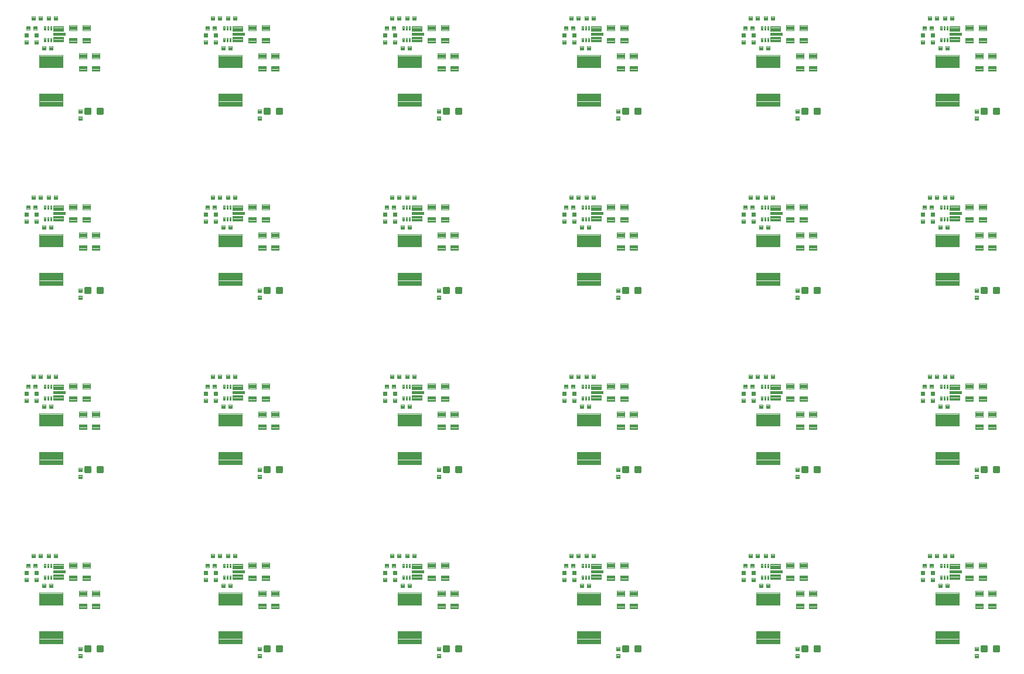
<source format=gtp>
G04 EAGLE Gerber RS-274X export*
G75*
%MOMM*%
%FSLAX34Y34*%
%LPD*%
%INSolderpaste Top*%
%IPPOS*%
%AMOC8*
5,1,8,0,0,1.08239X$1,22.5*%
G01*
%ADD10C,0.102000*%
%ADD11C,0.104000*%
%ADD12C,0.100000*%
%ADD13C,0.092500*%
%ADD14C,0.300000*%


D10*
X93823Y143460D02*
X98803Y143460D01*
X98803Y138480D01*
X93823Y138480D01*
X93823Y143460D01*
X93823Y139449D02*
X98803Y139449D01*
X98803Y140418D02*
X93823Y140418D01*
X93823Y141387D02*
X98803Y141387D01*
X98803Y142356D02*
X93823Y142356D01*
X93823Y143325D02*
X98803Y143325D01*
X88803Y143460D02*
X83823Y143460D01*
X88803Y143460D02*
X88803Y138480D01*
X83823Y138480D01*
X83823Y143460D01*
X83823Y139449D02*
X88803Y139449D01*
X88803Y140418D02*
X83823Y140418D01*
X83823Y141387D02*
X88803Y141387D01*
X88803Y142356D02*
X83823Y142356D01*
X83823Y143325D02*
X88803Y143325D01*
D11*
X122960Y143060D02*
X136920Y143060D01*
X136920Y136100D01*
X122960Y136100D01*
X122960Y143060D01*
X122960Y137088D02*
X136920Y137088D01*
X136920Y138076D02*
X122960Y138076D01*
X122960Y139064D02*
X136920Y139064D01*
X136920Y140052D02*
X122960Y140052D01*
X122960Y141040D02*
X136920Y141040D01*
X136920Y142028D02*
X122960Y142028D01*
X122960Y143016D02*
X136920Y143016D01*
X136920Y128060D02*
X122960Y128060D01*
X136920Y128060D02*
X136920Y121100D01*
X122960Y121100D01*
X122960Y128060D01*
X122960Y122088D02*
X136920Y122088D01*
X136920Y123076D02*
X122960Y123076D01*
X122960Y124064D02*
X136920Y124064D01*
X136920Y125052D02*
X122960Y125052D01*
X122960Y126040D02*
X136920Y126040D01*
X136920Y127028D02*
X122960Y127028D01*
X122960Y128016D02*
X136920Y128016D01*
D12*
X139240Y133580D02*
X122940Y133580D01*
X139240Y133580D02*
X139240Y130580D01*
X122940Y130580D01*
X122940Y133580D01*
X122940Y131530D02*
X139240Y131530D01*
X139240Y132480D02*
X122940Y132480D01*
X122940Y133430D02*
X139240Y133430D01*
D10*
X120430Y143070D02*
X118450Y143070D01*
X120430Y143070D02*
X120430Y138090D01*
X118450Y138090D01*
X118450Y143070D01*
X118450Y139059D02*
X120430Y139059D01*
X120430Y140028D02*
X118450Y140028D01*
X118450Y140997D02*
X120430Y140997D01*
X120430Y141966D02*
X118450Y141966D01*
X118450Y142935D02*
X120430Y142935D01*
X115930Y143070D02*
X113950Y143070D01*
X115930Y143070D02*
X115930Y138090D01*
X113950Y138090D01*
X113950Y143070D01*
X113950Y139059D02*
X115930Y139059D01*
X115930Y140028D02*
X113950Y140028D01*
X113950Y140997D02*
X115930Y140997D01*
X115930Y141966D02*
X113950Y141966D01*
X113950Y142935D02*
X115930Y142935D01*
X111430Y143070D02*
X109450Y143070D01*
X111430Y143070D02*
X111430Y138090D01*
X109450Y138090D01*
X109450Y143070D01*
X109450Y139059D02*
X111430Y139059D01*
X111430Y140028D02*
X109450Y140028D01*
X109450Y140997D02*
X111430Y140997D01*
X111430Y141966D02*
X109450Y141966D01*
X109450Y142935D02*
X111430Y142935D01*
X111430Y121090D02*
X109450Y121090D01*
X109450Y126070D01*
X111430Y126070D01*
X111430Y121090D01*
X111430Y122059D02*
X109450Y122059D01*
X109450Y123028D02*
X111430Y123028D01*
X111430Y123997D02*
X109450Y123997D01*
X109450Y124966D02*
X111430Y124966D01*
X111430Y125935D02*
X109450Y125935D01*
X113950Y121090D02*
X115930Y121090D01*
X113950Y121090D02*
X113950Y126070D01*
X115930Y126070D01*
X115930Y121090D01*
X115930Y122059D02*
X113950Y122059D01*
X113950Y123028D02*
X115930Y123028D01*
X115930Y123997D02*
X113950Y123997D01*
X113950Y124966D02*
X115930Y124966D01*
X115930Y125935D02*
X113950Y125935D01*
X118450Y121090D02*
X120430Y121090D01*
X118450Y121090D02*
X118450Y126070D01*
X120430Y126070D01*
X120430Y121090D01*
X120430Y122059D02*
X118450Y122059D01*
X118450Y123028D02*
X120430Y123028D01*
X120430Y123997D02*
X118450Y123997D01*
X118450Y124966D02*
X120430Y124966D01*
X120430Y125935D02*
X118450Y125935D01*
X86310Y122712D02*
X86310Y117732D01*
X81330Y117732D01*
X81330Y122712D01*
X86310Y122712D01*
X86310Y118701D02*
X81330Y118701D01*
X81330Y119670D02*
X86310Y119670D01*
X86310Y120639D02*
X81330Y120639D01*
X81330Y121608D02*
X86310Y121608D01*
X86310Y122577D02*
X81330Y122577D01*
X86310Y127732D02*
X86310Y132712D01*
X86310Y127732D02*
X81330Y127732D01*
X81330Y132712D01*
X86310Y132712D01*
X86310Y128701D02*
X81330Y128701D01*
X81330Y129670D02*
X86310Y129670D01*
X86310Y130639D02*
X81330Y130639D01*
X81330Y131608D02*
X86310Y131608D01*
X86310Y132577D02*
X81330Y132577D01*
D13*
X102342Y101308D02*
X102342Y83732D01*
X102342Y101308D02*
X136418Y101308D01*
X136418Y83732D01*
X102342Y83732D01*
X102342Y84611D02*
X136418Y84611D01*
X136418Y85490D02*
X102342Y85490D01*
X102342Y86369D02*
X136418Y86369D01*
X136418Y87248D02*
X102342Y87248D01*
X102342Y88127D02*
X136418Y88127D01*
X136418Y89006D02*
X102342Y89006D01*
X102342Y89885D02*
X136418Y89885D01*
X136418Y90764D02*
X102342Y90764D01*
X102342Y91643D02*
X136418Y91643D01*
X136418Y92522D02*
X102342Y92522D01*
X102342Y93401D02*
X136418Y93401D01*
X136418Y94280D02*
X102342Y94280D01*
X102342Y95159D02*
X136418Y95159D01*
X136418Y96038D02*
X102342Y96038D01*
X102342Y96917D02*
X136418Y96917D01*
X136418Y97796D02*
X102342Y97796D01*
X102342Y98675D02*
X136418Y98675D01*
X136418Y99554D02*
X102342Y99554D01*
X102342Y100433D02*
X136418Y100433D01*
X102342Y45808D02*
X102342Y28232D01*
X102342Y45808D02*
X136418Y45808D01*
X136418Y28232D01*
X102342Y28232D01*
X102342Y29111D02*
X136418Y29111D01*
X136418Y29990D02*
X102342Y29990D01*
X102342Y30869D02*
X136418Y30869D01*
X136418Y31748D02*
X102342Y31748D01*
X102342Y32627D02*
X136418Y32627D01*
X136418Y33506D02*
X102342Y33506D01*
X102342Y34385D02*
X136418Y34385D01*
X136418Y35264D02*
X102342Y35264D01*
X102342Y36143D02*
X136418Y36143D01*
X136418Y37022D02*
X102342Y37022D01*
X102342Y37901D02*
X136418Y37901D01*
X136418Y38780D02*
X102342Y38780D01*
X102342Y39659D02*
X136418Y39659D01*
X136418Y40538D02*
X102342Y40538D01*
X102342Y41417D02*
X136418Y41417D01*
X136418Y42296D02*
X102342Y42296D01*
X102342Y43175D02*
X136418Y43175D01*
X136418Y44054D02*
X102342Y44054D01*
X102342Y44933D02*
X136418Y44933D01*
D10*
X111790Y109270D02*
X106810Y109270D01*
X106810Y114250D01*
X111790Y114250D01*
X111790Y109270D01*
X111790Y110239D02*
X106810Y110239D01*
X106810Y111208D02*
X111790Y111208D01*
X111790Y112177D02*
X106810Y112177D01*
X106810Y113146D02*
X111790Y113146D01*
X111790Y114115D02*
X106810Y114115D01*
X116810Y109270D02*
X121790Y109270D01*
X116810Y109270D02*
X116810Y114250D01*
X121790Y114250D01*
X121790Y109270D01*
X121790Y110239D02*
X116810Y110239D01*
X116810Y111208D02*
X121790Y111208D01*
X121790Y112177D02*
X116810Y112177D01*
X116810Y113146D02*
X121790Y113146D01*
X121790Y114115D02*
X116810Y114115D01*
X118140Y152450D02*
X113160Y152450D01*
X113160Y157430D01*
X118140Y157430D01*
X118140Y152450D01*
X118140Y153419D02*
X113160Y153419D01*
X113160Y154388D02*
X118140Y154388D01*
X118140Y155357D02*
X113160Y155357D01*
X113160Y156326D02*
X118140Y156326D01*
X118140Y157295D02*
X113160Y157295D01*
X123160Y152450D02*
X128140Y152450D01*
X123160Y152450D02*
X123160Y157430D01*
X128140Y157430D01*
X128140Y152450D01*
X128140Y153419D02*
X123160Y153419D01*
X123160Y154388D02*
X128140Y154388D01*
X128140Y155357D02*
X123160Y155357D01*
X123160Y156326D02*
X128140Y156326D01*
X128140Y157295D02*
X123160Y157295D01*
X96550Y152450D02*
X91570Y152450D01*
X91570Y157430D01*
X96550Y157430D01*
X96550Y152450D01*
X96550Y153419D02*
X91570Y153419D01*
X91570Y154388D02*
X96550Y154388D01*
X96550Y155357D02*
X91570Y155357D01*
X91570Y156326D02*
X96550Y156326D01*
X96550Y157295D02*
X91570Y157295D01*
X101570Y152450D02*
X106550Y152450D01*
X101570Y152450D02*
X101570Y157430D01*
X106550Y157430D01*
X106550Y152450D01*
X106550Y153419D02*
X101570Y153419D01*
X101570Y154388D02*
X106550Y154388D01*
X106550Y155357D02*
X101570Y155357D01*
X101570Y156326D02*
X106550Y156326D01*
X106550Y157295D02*
X101570Y157295D01*
D11*
X189630Y85920D02*
X189630Y78960D01*
X178670Y78960D01*
X178670Y85920D01*
X189630Y85920D01*
X189630Y79948D02*
X178670Y79948D01*
X178670Y80936D02*
X189630Y80936D01*
X189630Y81924D02*
X178670Y81924D01*
X178670Y82912D02*
X189630Y82912D01*
X189630Y83900D02*
X178670Y83900D01*
X178670Y84888D02*
X189630Y84888D01*
X189630Y85876D02*
X178670Y85876D01*
X189630Y96960D02*
X189630Y103920D01*
X189630Y96960D02*
X178670Y96960D01*
X178670Y103920D01*
X189630Y103920D01*
X189630Y97948D02*
X178670Y97948D01*
X178670Y98936D02*
X189630Y98936D01*
X189630Y99924D02*
X178670Y99924D01*
X178670Y100912D02*
X189630Y100912D01*
X189630Y101900D02*
X178670Y101900D01*
X178670Y102888D02*
X189630Y102888D01*
X189630Y103876D02*
X178670Y103876D01*
X170580Y85920D02*
X170580Y78960D01*
X159620Y78960D01*
X159620Y85920D01*
X170580Y85920D01*
X170580Y79948D02*
X159620Y79948D01*
X159620Y80936D02*
X170580Y80936D01*
X170580Y81924D02*
X159620Y81924D01*
X159620Y82912D02*
X170580Y82912D01*
X170580Y83900D02*
X159620Y83900D01*
X159620Y84888D02*
X170580Y84888D01*
X170580Y85876D02*
X159620Y85876D01*
X170580Y96960D02*
X170580Y103920D01*
X170580Y96960D02*
X159620Y96960D01*
X159620Y103920D01*
X170580Y103920D01*
X170580Y97948D02*
X159620Y97948D01*
X159620Y98936D02*
X170580Y98936D01*
X170580Y99924D02*
X159620Y99924D01*
X159620Y100912D02*
X170580Y100912D01*
X170580Y101900D02*
X159620Y101900D01*
X159620Y102888D02*
X170580Y102888D01*
X170580Y103876D02*
X159620Y103876D01*
X145650Y137600D02*
X145650Y144560D01*
X156610Y144560D01*
X156610Y137600D01*
X145650Y137600D01*
X145650Y138588D02*
X156610Y138588D01*
X156610Y139576D02*
X145650Y139576D01*
X145650Y140564D02*
X156610Y140564D01*
X156610Y141552D02*
X145650Y141552D01*
X145650Y142540D02*
X156610Y142540D01*
X156610Y143528D02*
X145650Y143528D01*
X145650Y144516D02*
X156610Y144516D01*
X145650Y126560D02*
X145650Y119600D01*
X145650Y126560D02*
X156610Y126560D01*
X156610Y119600D01*
X145650Y119600D01*
X145650Y120588D02*
X156610Y120588D01*
X156610Y121576D02*
X145650Y121576D01*
X145650Y122564D02*
X156610Y122564D01*
X156610Y123552D02*
X145650Y123552D01*
X145650Y124540D02*
X156610Y124540D01*
X156610Y125528D02*
X145650Y125528D01*
X145650Y126516D02*
X156610Y126516D01*
D14*
X186880Y23820D02*
X186880Y16820D01*
X186880Y23820D02*
X193880Y23820D01*
X193880Y16820D01*
X186880Y16820D01*
X186880Y19670D02*
X193880Y19670D01*
X193880Y22520D02*
X186880Y22520D01*
X169340Y23820D02*
X169340Y16820D01*
X169340Y23820D02*
X176340Y23820D01*
X176340Y16820D01*
X169340Y16820D01*
X169340Y19670D02*
X176340Y19670D01*
X176340Y22520D02*
X169340Y22520D01*
D10*
X158800Y22730D02*
X158800Y17750D01*
X158800Y22730D02*
X163780Y22730D01*
X163780Y17750D01*
X158800Y17750D01*
X158800Y18719D02*
X163780Y18719D01*
X163780Y19688D02*
X158800Y19688D01*
X158800Y20657D02*
X163780Y20657D01*
X163780Y21626D02*
X158800Y21626D01*
X158800Y22595D02*
X163780Y22595D01*
X158800Y12730D02*
X158800Y7750D01*
X158800Y12730D02*
X163780Y12730D01*
X163780Y7750D01*
X158800Y7750D01*
X158800Y8719D02*
X163780Y8719D01*
X163780Y9688D02*
X158800Y9688D01*
X158800Y10657D02*
X163780Y10657D01*
X163780Y11626D02*
X158800Y11626D01*
X158800Y12595D02*
X163780Y12595D01*
D11*
X164700Y137600D02*
X164700Y144560D01*
X175660Y144560D01*
X175660Y137600D01*
X164700Y137600D01*
X164700Y138588D02*
X175660Y138588D01*
X175660Y139576D02*
X164700Y139576D01*
X164700Y140564D02*
X175660Y140564D01*
X175660Y141552D02*
X164700Y141552D01*
X164700Y142540D02*
X175660Y142540D01*
X175660Y143528D02*
X164700Y143528D01*
X164700Y144516D02*
X175660Y144516D01*
X164700Y126560D02*
X164700Y119600D01*
X164700Y126560D02*
X175660Y126560D01*
X175660Y119600D01*
X164700Y119600D01*
X164700Y120588D02*
X175660Y120588D01*
X175660Y121576D02*
X164700Y121576D01*
X164700Y122564D02*
X175660Y122564D01*
X175660Y123552D02*
X164700Y123552D01*
X164700Y124540D02*
X175660Y124540D01*
X175660Y125528D02*
X164700Y125528D01*
X164700Y126516D02*
X175660Y126516D01*
D10*
X95808Y127732D02*
X95808Y132712D01*
X100788Y132712D01*
X100788Y127732D01*
X95808Y127732D01*
X95808Y128701D02*
X100788Y128701D01*
X100788Y129670D02*
X95808Y129670D01*
X95808Y130639D02*
X100788Y130639D01*
X100788Y131608D02*
X95808Y131608D01*
X95808Y132577D02*
X100788Y132577D01*
X95808Y122712D02*
X95808Y117732D01*
X95808Y122712D02*
X100788Y122712D01*
X100788Y117732D01*
X95808Y117732D01*
X95808Y118701D02*
X100788Y118701D01*
X100788Y119670D02*
X95808Y119670D01*
X95808Y120639D02*
X100788Y120639D01*
X100788Y121608D02*
X95808Y121608D01*
X95808Y122577D02*
X100788Y122577D01*
X352903Y143460D02*
X357883Y143460D01*
X357883Y138480D01*
X352903Y138480D01*
X352903Y143460D01*
X352903Y139449D02*
X357883Y139449D01*
X357883Y140418D02*
X352903Y140418D01*
X352903Y141387D02*
X357883Y141387D01*
X357883Y142356D02*
X352903Y142356D01*
X352903Y143325D02*
X357883Y143325D01*
X347883Y143460D02*
X342903Y143460D01*
X347883Y143460D02*
X347883Y138480D01*
X342903Y138480D01*
X342903Y143460D01*
X342903Y139449D02*
X347883Y139449D01*
X347883Y140418D02*
X342903Y140418D01*
X342903Y141387D02*
X347883Y141387D01*
X347883Y142356D02*
X342903Y142356D01*
X342903Y143325D02*
X347883Y143325D01*
D11*
X382040Y143060D02*
X396000Y143060D01*
X396000Y136100D01*
X382040Y136100D01*
X382040Y143060D01*
X382040Y137088D02*
X396000Y137088D01*
X396000Y138076D02*
X382040Y138076D01*
X382040Y139064D02*
X396000Y139064D01*
X396000Y140052D02*
X382040Y140052D01*
X382040Y141040D02*
X396000Y141040D01*
X396000Y142028D02*
X382040Y142028D01*
X382040Y143016D02*
X396000Y143016D01*
X396000Y128060D02*
X382040Y128060D01*
X396000Y128060D02*
X396000Y121100D01*
X382040Y121100D01*
X382040Y128060D01*
X382040Y122088D02*
X396000Y122088D01*
X396000Y123076D02*
X382040Y123076D01*
X382040Y124064D02*
X396000Y124064D01*
X396000Y125052D02*
X382040Y125052D01*
X382040Y126040D02*
X396000Y126040D01*
X396000Y127028D02*
X382040Y127028D01*
X382040Y128016D02*
X396000Y128016D01*
D12*
X398320Y133580D02*
X382020Y133580D01*
X398320Y133580D02*
X398320Y130580D01*
X382020Y130580D01*
X382020Y133580D01*
X382020Y131530D02*
X398320Y131530D01*
X398320Y132480D02*
X382020Y132480D01*
X382020Y133430D02*
X398320Y133430D01*
D10*
X379510Y143070D02*
X377530Y143070D01*
X379510Y143070D02*
X379510Y138090D01*
X377530Y138090D01*
X377530Y143070D01*
X377530Y139059D02*
X379510Y139059D01*
X379510Y140028D02*
X377530Y140028D01*
X377530Y140997D02*
X379510Y140997D01*
X379510Y141966D02*
X377530Y141966D01*
X377530Y142935D02*
X379510Y142935D01*
X375010Y143070D02*
X373030Y143070D01*
X375010Y143070D02*
X375010Y138090D01*
X373030Y138090D01*
X373030Y143070D01*
X373030Y139059D02*
X375010Y139059D01*
X375010Y140028D02*
X373030Y140028D01*
X373030Y140997D02*
X375010Y140997D01*
X375010Y141966D02*
X373030Y141966D01*
X373030Y142935D02*
X375010Y142935D01*
X370510Y143070D02*
X368530Y143070D01*
X370510Y143070D02*
X370510Y138090D01*
X368530Y138090D01*
X368530Y143070D01*
X368530Y139059D02*
X370510Y139059D01*
X370510Y140028D02*
X368530Y140028D01*
X368530Y140997D02*
X370510Y140997D01*
X370510Y141966D02*
X368530Y141966D01*
X368530Y142935D02*
X370510Y142935D01*
X370510Y121090D02*
X368530Y121090D01*
X368530Y126070D01*
X370510Y126070D01*
X370510Y121090D01*
X370510Y122059D02*
X368530Y122059D01*
X368530Y123028D02*
X370510Y123028D01*
X370510Y123997D02*
X368530Y123997D01*
X368530Y124966D02*
X370510Y124966D01*
X370510Y125935D02*
X368530Y125935D01*
X373030Y121090D02*
X375010Y121090D01*
X373030Y121090D02*
X373030Y126070D01*
X375010Y126070D01*
X375010Y121090D01*
X375010Y122059D02*
X373030Y122059D01*
X373030Y123028D02*
X375010Y123028D01*
X375010Y123997D02*
X373030Y123997D01*
X373030Y124966D02*
X375010Y124966D01*
X375010Y125935D02*
X373030Y125935D01*
X377530Y121090D02*
X379510Y121090D01*
X377530Y121090D02*
X377530Y126070D01*
X379510Y126070D01*
X379510Y121090D01*
X379510Y122059D02*
X377530Y122059D01*
X377530Y123028D02*
X379510Y123028D01*
X379510Y123997D02*
X377530Y123997D01*
X377530Y124966D02*
X379510Y124966D01*
X379510Y125935D02*
X377530Y125935D01*
X345390Y122712D02*
X345390Y117732D01*
X340410Y117732D01*
X340410Y122712D01*
X345390Y122712D01*
X345390Y118701D02*
X340410Y118701D01*
X340410Y119670D02*
X345390Y119670D01*
X345390Y120639D02*
X340410Y120639D01*
X340410Y121608D02*
X345390Y121608D01*
X345390Y122577D02*
X340410Y122577D01*
X345390Y127732D02*
X345390Y132712D01*
X345390Y127732D02*
X340410Y127732D01*
X340410Y132712D01*
X345390Y132712D01*
X345390Y128701D02*
X340410Y128701D01*
X340410Y129670D02*
X345390Y129670D01*
X345390Y130639D02*
X340410Y130639D01*
X340410Y131608D02*
X345390Y131608D01*
X345390Y132577D02*
X340410Y132577D01*
D13*
X361422Y101308D02*
X361422Y83732D01*
X361422Y101308D02*
X395498Y101308D01*
X395498Y83732D01*
X361422Y83732D01*
X361422Y84611D02*
X395498Y84611D01*
X395498Y85490D02*
X361422Y85490D01*
X361422Y86369D02*
X395498Y86369D01*
X395498Y87248D02*
X361422Y87248D01*
X361422Y88127D02*
X395498Y88127D01*
X395498Y89006D02*
X361422Y89006D01*
X361422Y89885D02*
X395498Y89885D01*
X395498Y90764D02*
X361422Y90764D01*
X361422Y91643D02*
X395498Y91643D01*
X395498Y92522D02*
X361422Y92522D01*
X361422Y93401D02*
X395498Y93401D01*
X395498Y94280D02*
X361422Y94280D01*
X361422Y95159D02*
X395498Y95159D01*
X395498Y96038D02*
X361422Y96038D01*
X361422Y96917D02*
X395498Y96917D01*
X395498Y97796D02*
X361422Y97796D01*
X361422Y98675D02*
X395498Y98675D01*
X395498Y99554D02*
X361422Y99554D01*
X361422Y100433D02*
X395498Y100433D01*
X361422Y45808D02*
X361422Y28232D01*
X361422Y45808D02*
X395498Y45808D01*
X395498Y28232D01*
X361422Y28232D01*
X361422Y29111D02*
X395498Y29111D01*
X395498Y29990D02*
X361422Y29990D01*
X361422Y30869D02*
X395498Y30869D01*
X395498Y31748D02*
X361422Y31748D01*
X361422Y32627D02*
X395498Y32627D01*
X395498Y33506D02*
X361422Y33506D01*
X361422Y34385D02*
X395498Y34385D01*
X395498Y35264D02*
X361422Y35264D01*
X361422Y36143D02*
X395498Y36143D01*
X395498Y37022D02*
X361422Y37022D01*
X361422Y37901D02*
X395498Y37901D01*
X395498Y38780D02*
X361422Y38780D01*
X361422Y39659D02*
X395498Y39659D01*
X395498Y40538D02*
X361422Y40538D01*
X361422Y41417D02*
X395498Y41417D01*
X395498Y42296D02*
X361422Y42296D01*
X361422Y43175D02*
X395498Y43175D01*
X395498Y44054D02*
X361422Y44054D01*
X361422Y44933D02*
X395498Y44933D01*
D10*
X370870Y109270D02*
X365890Y109270D01*
X365890Y114250D01*
X370870Y114250D01*
X370870Y109270D01*
X370870Y110239D02*
X365890Y110239D01*
X365890Y111208D02*
X370870Y111208D01*
X370870Y112177D02*
X365890Y112177D01*
X365890Y113146D02*
X370870Y113146D01*
X370870Y114115D02*
X365890Y114115D01*
X375890Y109270D02*
X380870Y109270D01*
X375890Y109270D02*
X375890Y114250D01*
X380870Y114250D01*
X380870Y109270D01*
X380870Y110239D02*
X375890Y110239D01*
X375890Y111208D02*
X380870Y111208D01*
X380870Y112177D02*
X375890Y112177D01*
X375890Y113146D02*
X380870Y113146D01*
X380870Y114115D02*
X375890Y114115D01*
X377220Y152450D02*
X372240Y152450D01*
X372240Y157430D01*
X377220Y157430D01*
X377220Y152450D01*
X377220Y153419D02*
X372240Y153419D01*
X372240Y154388D02*
X377220Y154388D01*
X377220Y155357D02*
X372240Y155357D01*
X372240Y156326D02*
X377220Y156326D01*
X377220Y157295D02*
X372240Y157295D01*
X382240Y152450D02*
X387220Y152450D01*
X382240Y152450D02*
X382240Y157430D01*
X387220Y157430D01*
X387220Y152450D01*
X387220Y153419D02*
X382240Y153419D01*
X382240Y154388D02*
X387220Y154388D01*
X387220Y155357D02*
X382240Y155357D01*
X382240Y156326D02*
X387220Y156326D01*
X387220Y157295D02*
X382240Y157295D01*
X355630Y152450D02*
X350650Y152450D01*
X350650Y157430D01*
X355630Y157430D01*
X355630Y152450D01*
X355630Y153419D02*
X350650Y153419D01*
X350650Y154388D02*
X355630Y154388D01*
X355630Y155357D02*
X350650Y155357D01*
X350650Y156326D02*
X355630Y156326D01*
X355630Y157295D02*
X350650Y157295D01*
X360650Y152450D02*
X365630Y152450D01*
X360650Y152450D02*
X360650Y157430D01*
X365630Y157430D01*
X365630Y152450D01*
X365630Y153419D02*
X360650Y153419D01*
X360650Y154388D02*
X365630Y154388D01*
X365630Y155357D02*
X360650Y155357D01*
X360650Y156326D02*
X365630Y156326D01*
X365630Y157295D02*
X360650Y157295D01*
D11*
X448710Y85920D02*
X448710Y78960D01*
X437750Y78960D01*
X437750Y85920D01*
X448710Y85920D01*
X448710Y79948D02*
X437750Y79948D01*
X437750Y80936D02*
X448710Y80936D01*
X448710Y81924D02*
X437750Y81924D01*
X437750Y82912D02*
X448710Y82912D01*
X448710Y83900D02*
X437750Y83900D01*
X437750Y84888D02*
X448710Y84888D01*
X448710Y85876D02*
X437750Y85876D01*
X448710Y96960D02*
X448710Y103920D01*
X448710Y96960D02*
X437750Y96960D01*
X437750Y103920D01*
X448710Y103920D01*
X448710Y97948D02*
X437750Y97948D01*
X437750Y98936D02*
X448710Y98936D01*
X448710Y99924D02*
X437750Y99924D01*
X437750Y100912D02*
X448710Y100912D01*
X448710Y101900D02*
X437750Y101900D01*
X437750Y102888D02*
X448710Y102888D01*
X448710Y103876D02*
X437750Y103876D01*
X429660Y85920D02*
X429660Y78960D01*
X418700Y78960D01*
X418700Y85920D01*
X429660Y85920D01*
X429660Y79948D02*
X418700Y79948D01*
X418700Y80936D02*
X429660Y80936D01*
X429660Y81924D02*
X418700Y81924D01*
X418700Y82912D02*
X429660Y82912D01*
X429660Y83900D02*
X418700Y83900D01*
X418700Y84888D02*
X429660Y84888D01*
X429660Y85876D02*
X418700Y85876D01*
X429660Y96960D02*
X429660Y103920D01*
X429660Y96960D02*
X418700Y96960D01*
X418700Y103920D01*
X429660Y103920D01*
X429660Y97948D02*
X418700Y97948D01*
X418700Y98936D02*
X429660Y98936D01*
X429660Y99924D02*
X418700Y99924D01*
X418700Y100912D02*
X429660Y100912D01*
X429660Y101900D02*
X418700Y101900D01*
X418700Y102888D02*
X429660Y102888D01*
X429660Y103876D02*
X418700Y103876D01*
X404730Y137600D02*
X404730Y144560D01*
X415690Y144560D01*
X415690Y137600D01*
X404730Y137600D01*
X404730Y138588D02*
X415690Y138588D01*
X415690Y139576D02*
X404730Y139576D01*
X404730Y140564D02*
X415690Y140564D01*
X415690Y141552D02*
X404730Y141552D01*
X404730Y142540D02*
X415690Y142540D01*
X415690Y143528D02*
X404730Y143528D01*
X404730Y144516D02*
X415690Y144516D01*
X404730Y126560D02*
X404730Y119600D01*
X404730Y126560D02*
X415690Y126560D01*
X415690Y119600D01*
X404730Y119600D01*
X404730Y120588D02*
X415690Y120588D01*
X415690Y121576D02*
X404730Y121576D01*
X404730Y122564D02*
X415690Y122564D01*
X415690Y123552D02*
X404730Y123552D01*
X404730Y124540D02*
X415690Y124540D01*
X415690Y125528D02*
X404730Y125528D01*
X404730Y126516D02*
X415690Y126516D01*
D14*
X445960Y23820D02*
X445960Y16820D01*
X445960Y23820D02*
X452960Y23820D01*
X452960Y16820D01*
X445960Y16820D01*
X445960Y19670D02*
X452960Y19670D01*
X452960Y22520D02*
X445960Y22520D01*
X428420Y23820D02*
X428420Y16820D01*
X428420Y23820D02*
X435420Y23820D01*
X435420Y16820D01*
X428420Y16820D01*
X428420Y19670D02*
X435420Y19670D01*
X435420Y22520D02*
X428420Y22520D01*
D10*
X417880Y22730D02*
X417880Y17750D01*
X417880Y22730D02*
X422860Y22730D01*
X422860Y17750D01*
X417880Y17750D01*
X417880Y18719D02*
X422860Y18719D01*
X422860Y19688D02*
X417880Y19688D01*
X417880Y20657D02*
X422860Y20657D01*
X422860Y21626D02*
X417880Y21626D01*
X417880Y22595D02*
X422860Y22595D01*
X417880Y12730D02*
X417880Y7750D01*
X417880Y12730D02*
X422860Y12730D01*
X422860Y7750D01*
X417880Y7750D01*
X417880Y8719D02*
X422860Y8719D01*
X422860Y9688D02*
X417880Y9688D01*
X417880Y10657D02*
X422860Y10657D01*
X422860Y11626D02*
X417880Y11626D01*
X417880Y12595D02*
X422860Y12595D01*
D11*
X423780Y137600D02*
X423780Y144560D01*
X434740Y144560D01*
X434740Y137600D01*
X423780Y137600D01*
X423780Y138588D02*
X434740Y138588D01*
X434740Y139576D02*
X423780Y139576D01*
X423780Y140564D02*
X434740Y140564D01*
X434740Y141552D02*
X423780Y141552D01*
X423780Y142540D02*
X434740Y142540D01*
X434740Y143528D02*
X423780Y143528D01*
X423780Y144516D02*
X434740Y144516D01*
X423780Y126560D02*
X423780Y119600D01*
X423780Y126560D02*
X434740Y126560D01*
X434740Y119600D01*
X423780Y119600D01*
X423780Y120588D02*
X434740Y120588D01*
X434740Y121576D02*
X423780Y121576D01*
X423780Y122564D02*
X434740Y122564D01*
X434740Y123552D02*
X423780Y123552D01*
X423780Y124540D02*
X434740Y124540D01*
X434740Y125528D02*
X423780Y125528D01*
X423780Y126516D02*
X434740Y126516D01*
D10*
X354888Y127732D02*
X354888Y132712D01*
X359868Y132712D01*
X359868Y127732D01*
X354888Y127732D01*
X354888Y128701D02*
X359868Y128701D01*
X359868Y129670D02*
X354888Y129670D01*
X354888Y130639D02*
X359868Y130639D01*
X359868Y131608D02*
X354888Y131608D01*
X354888Y132577D02*
X359868Y132577D01*
X354888Y122712D02*
X354888Y117732D01*
X354888Y122712D02*
X359868Y122712D01*
X359868Y117732D01*
X354888Y117732D01*
X354888Y118701D02*
X359868Y118701D01*
X359868Y119670D02*
X354888Y119670D01*
X354888Y120639D02*
X359868Y120639D01*
X359868Y121608D02*
X354888Y121608D01*
X354888Y122577D02*
X359868Y122577D01*
X611983Y143460D02*
X616963Y143460D01*
X616963Y138480D01*
X611983Y138480D01*
X611983Y143460D01*
X611983Y139449D02*
X616963Y139449D01*
X616963Y140418D02*
X611983Y140418D01*
X611983Y141387D02*
X616963Y141387D01*
X616963Y142356D02*
X611983Y142356D01*
X611983Y143325D02*
X616963Y143325D01*
X606963Y143460D02*
X601983Y143460D01*
X606963Y143460D02*
X606963Y138480D01*
X601983Y138480D01*
X601983Y143460D01*
X601983Y139449D02*
X606963Y139449D01*
X606963Y140418D02*
X601983Y140418D01*
X601983Y141387D02*
X606963Y141387D01*
X606963Y142356D02*
X601983Y142356D01*
X601983Y143325D02*
X606963Y143325D01*
D11*
X641120Y143060D02*
X655080Y143060D01*
X655080Y136100D01*
X641120Y136100D01*
X641120Y143060D01*
X641120Y137088D02*
X655080Y137088D01*
X655080Y138076D02*
X641120Y138076D01*
X641120Y139064D02*
X655080Y139064D01*
X655080Y140052D02*
X641120Y140052D01*
X641120Y141040D02*
X655080Y141040D01*
X655080Y142028D02*
X641120Y142028D01*
X641120Y143016D02*
X655080Y143016D01*
X655080Y128060D02*
X641120Y128060D01*
X655080Y128060D02*
X655080Y121100D01*
X641120Y121100D01*
X641120Y128060D01*
X641120Y122088D02*
X655080Y122088D01*
X655080Y123076D02*
X641120Y123076D01*
X641120Y124064D02*
X655080Y124064D01*
X655080Y125052D02*
X641120Y125052D01*
X641120Y126040D02*
X655080Y126040D01*
X655080Y127028D02*
X641120Y127028D01*
X641120Y128016D02*
X655080Y128016D01*
D12*
X657400Y133580D02*
X641100Y133580D01*
X657400Y133580D02*
X657400Y130580D01*
X641100Y130580D01*
X641100Y133580D01*
X641100Y131530D02*
X657400Y131530D01*
X657400Y132480D02*
X641100Y132480D01*
X641100Y133430D02*
X657400Y133430D01*
D10*
X638590Y143070D02*
X636610Y143070D01*
X638590Y143070D02*
X638590Y138090D01*
X636610Y138090D01*
X636610Y143070D01*
X636610Y139059D02*
X638590Y139059D01*
X638590Y140028D02*
X636610Y140028D01*
X636610Y140997D02*
X638590Y140997D01*
X638590Y141966D02*
X636610Y141966D01*
X636610Y142935D02*
X638590Y142935D01*
X634090Y143070D02*
X632110Y143070D01*
X634090Y143070D02*
X634090Y138090D01*
X632110Y138090D01*
X632110Y143070D01*
X632110Y139059D02*
X634090Y139059D01*
X634090Y140028D02*
X632110Y140028D01*
X632110Y140997D02*
X634090Y140997D01*
X634090Y141966D02*
X632110Y141966D01*
X632110Y142935D02*
X634090Y142935D01*
X629590Y143070D02*
X627610Y143070D01*
X629590Y143070D02*
X629590Y138090D01*
X627610Y138090D01*
X627610Y143070D01*
X627610Y139059D02*
X629590Y139059D01*
X629590Y140028D02*
X627610Y140028D01*
X627610Y140997D02*
X629590Y140997D01*
X629590Y141966D02*
X627610Y141966D01*
X627610Y142935D02*
X629590Y142935D01*
X629590Y121090D02*
X627610Y121090D01*
X627610Y126070D01*
X629590Y126070D01*
X629590Y121090D01*
X629590Y122059D02*
X627610Y122059D01*
X627610Y123028D02*
X629590Y123028D01*
X629590Y123997D02*
X627610Y123997D01*
X627610Y124966D02*
X629590Y124966D01*
X629590Y125935D02*
X627610Y125935D01*
X632110Y121090D02*
X634090Y121090D01*
X632110Y121090D02*
X632110Y126070D01*
X634090Y126070D01*
X634090Y121090D01*
X634090Y122059D02*
X632110Y122059D01*
X632110Y123028D02*
X634090Y123028D01*
X634090Y123997D02*
X632110Y123997D01*
X632110Y124966D02*
X634090Y124966D01*
X634090Y125935D02*
X632110Y125935D01*
X636610Y121090D02*
X638590Y121090D01*
X636610Y121090D02*
X636610Y126070D01*
X638590Y126070D01*
X638590Y121090D01*
X638590Y122059D02*
X636610Y122059D01*
X636610Y123028D02*
X638590Y123028D01*
X638590Y123997D02*
X636610Y123997D01*
X636610Y124966D02*
X638590Y124966D01*
X638590Y125935D02*
X636610Y125935D01*
X604470Y122712D02*
X604470Y117732D01*
X599490Y117732D01*
X599490Y122712D01*
X604470Y122712D01*
X604470Y118701D02*
X599490Y118701D01*
X599490Y119670D02*
X604470Y119670D01*
X604470Y120639D02*
X599490Y120639D01*
X599490Y121608D02*
X604470Y121608D01*
X604470Y122577D02*
X599490Y122577D01*
X604470Y127732D02*
X604470Y132712D01*
X604470Y127732D02*
X599490Y127732D01*
X599490Y132712D01*
X604470Y132712D01*
X604470Y128701D02*
X599490Y128701D01*
X599490Y129670D02*
X604470Y129670D01*
X604470Y130639D02*
X599490Y130639D01*
X599490Y131608D02*
X604470Y131608D01*
X604470Y132577D02*
X599490Y132577D01*
D13*
X620502Y101308D02*
X620502Y83732D01*
X620502Y101308D02*
X654578Y101308D01*
X654578Y83732D01*
X620502Y83732D01*
X620502Y84611D02*
X654578Y84611D01*
X654578Y85490D02*
X620502Y85490D01*
X620502Y86369D02*
X654578Y86369D01*
X654578Y87248D02*
X620502Y87248D01*
X620502Y88127D02*
X654578Y88127D01*
X654578Y89006D02*
X620502Y89006D01*
X620502Y89885D02*
X654578Y89885D01*
X654578Y90764D02*
X620502Y90764D01*
X620502Y91643D02*
X654578Y91643D01*
X654578Y92522D02*
X620502Y92522D01*
X620502Y93401D02*
X654578Y93401D01*
X654578Y94280D02*
X620502Y94280D01*
X620502Y95159D02*
X654578Y95159D01*
X654578Y96038D02*
X620502Y96038D01*
X620502Y96917D02*
X654578Y96917D01*
X654578Y97796D02*
X620502Y97796D01*
X620502Y98675D02*
X654578Y98675D01*
X654578Y99554D02*
X620502Y99554D01*
X620502Y100433D02*
X654578Y100433D01*
X620502Y45808D02*
X620502Y28232D01*
X620502Y45808D02*
X654578Y45808D01*
X654578Y28232D01*
X620502Y28232D01*
X620502Y29111D02*
X654578Y29111D01*
X654578Y29990D02*
X620502Y29990D01*
X620502Y30869D02*
X654578Y30869D01*
X654578Y31748D02*
X620502Y31748D01*
X620502Y32627D02*
X654578Y32627D01*
X654578Y33506D02*
X620502Y33506D01*
X620502Y34385D02*
X654578Y34385D01*
X654578Y35264D02*
X620502Y35264D01*
X620502Y36143D02*
X654578Y36143D01*
X654578Y37022D02*
X620502Y37022D01*
X620502Y37901D02*
X654578Y37901D01*
X654578Y38780D02*
X620502Y38780D01*
X620502Y39659D02*
X654578Y39659D01*
X654578Y40538D02*
X620502Y40538D01*
X620502Y41417D02*
X654578Y41417D01*
X654578Y42296D02*
X620502Y42296D01*
X620502Y43175D02*
X654578Y43175D01*
X654578Y44054D02*
X620502Y44054D01*
X620502Y44933D02*
X654578Y44933D01*
D10*
X629950Y109270D02*
X624970Y109270D01*
X624970Y114250D01*
X629950Y114250D01*
X629950Y109270D01*
X629950Y110239D02*
X624970Y110239D01*
X624970Y111208D02*
X629950Y111208D01*
X629950Y112177D02*
X624970Y112177D01*
X624970Y113146D02*
X629950Y113146D01*
X629950Y114115D02*
X624970Y114115D01*
X634970Y109270D02*
X639950Y109270D01*
X634970Y109270D02*
X634970Y114250D01*
X639950Y114250D01*
X639950Y109270D01*
X639950Y110239D02*
X634970Y110239D01*
X634970Y111208D02*
X639950Y111208D01*
X639950Y112177D02*
X634970Y112177D01*
X634970Y113146D02*
X639950Y113146D01*
X639950Y114115D02*
X634970Y114115D01*
X636300Y152450D02*
X631320Y152450D01*
X631320Y157430D01*
X636300Y157430D01*
X636300Y152450D01*
X636300Y153419D02*
X631320Y153419D01*
X631320Y154388D02*
X636300Y154388D01*
X636300Y155357D02*
X631320Y155357D01*
X631320Y156326D02*
X636300Y156326D01*
X636300Y157295D02*
X631320Y157295D01*
X641320Y152450D02*
X646300Y152450D01*
X641320Y152450D02*
X641320Y157430D01*
X646300Y157430D01*
X646300Y152450D01*
X646300Y153419D02*
X641320Y153419D01*
X641320Y154388D02*
X646300Y154388D01*
X646300Y155357D02*
X641320Y155357D01*
X641320Y156326D02*
X646300Y156326D01*
X646300Y157295D02*
X641320Y157295D01*
X614710Y152450D02*
X609730Y152450D01*
X609730Y157430D01*
X614710Y157430D01*
X614710Y152450D01*
X614710Y153419D02*
X609730Y153419D01*
X609730Y154388D02*
X614710Y154388D01*
X614710Y155357D02*
X609730Y155357D01*
X609730Y156326D02*
X614710Y156326D01*
X614710Y157295D02*
X609730Y157295D01*
X619730Y152450D02*
X624710Y152450D01*
X619730Y152450D02*
X619730Y157430D01*
X624710Y157430D01*
X624710Y152450D01*
X624710Y153419D02*
X619730Y153419D01*
X619730Y154388D02*
X624710Y154388D01*
X624710Y155357D02*
X619730Y155357D01*
X619730Y156326D02*
X624710Y156326D01*
X624710Y157295D02*
X619730Y157295D01*
D11*
X707790Y85920D02*
X707790Y78960D01*
X696830Y78960D01*
X696830Y85920D01*
X707790Y85920D01*
X707790Y79948D02*
X696830Y79948D01*
X696830Y80936D02*
X707790Y80936D01*
X707790Y81924D02*
X696830Y81924D01*
X696830Y82912D02*
X707790Y82912D01*
X707790Y83900D02*
X696830Y83900D01*
X696830Y84888D02*
X707790Y84888D01*
X707790Y85876D02*
X696830Y85876D01*
X707790Y96960D02*
X707790Y103920D01*
X707790Y96960D02*
X696830Y96960D01*
X696830Y103920D01*
X707790Y103920D01*
X707790Y97948D02*
X696830Y97948D01*
X696830Y98936D02*
X707790Y98936D01*
X707790Y99924D02*
X696830Y99924D01*
X696830Y100912D02*
X707790Y100912D01*
X707790Y101900D02*
X696830Y101900D01*
X696830Y102888D02*
X707790Y102888D01*
X707790Y103876D02*
X696830Y103876D01*
X688740Y85920D02*
X688740Y78960D01*
X677780Y78960D01*
X677780Y85920D01*
X688740Y85920D01*
X688740Y79948D02*
X677780Y79948D01*
X677780Y80936D02*
X688740Y80936D01*
X688740Y81924D02*
X677780Y81924D01*
X677780Y82912D02*
X688740Y82912D01*
X688740Y83900D02*
X677780Y83900D01*
X677780Y84888D02*
X688740Y84888D01*
X688740Y85876D02*
X677780Y85876D01*
X688740Y96960D02*
X688740Y103920D01*
X688740Y96960D02*
X677780Y96960D01*
X677780Y103920D01*
X688740Y103920D01*
X688740Y97948D02*
X677780Y97948D01*
X677780Y98936D02*
X688740Y98936D01*
X688740Y99924D02*
X677780Y99924D01*
X677780Y100912D02*
X688740Y100912D01*
X688740Y101900D02*
X677780Y101900D01*
X677780Y102888D02*
X688740Y102888D01*
X688740Y103876D02*
X677780Y103876D01*
X663810Y137600D02*
X663810Y144560D01*
X674770Y144560D01*
X674770Y137600D01*
X663810Y137600D01*
X663810Y138588D02*
X674770Y138588D01*
X674770Y139576D02*
X663810Y139576D01*
X663810Y140564D02*
X674770Y140564D01*
X674770Y141552D02*
X663810Y141552D01*
X663810Y142540D02*
X674770Y142540D01*
X674770Y143528D02*
X663810Y143528D01*
X663810Y144516D02*
X674770Y144516D01*
X663810Y126560D02*
X663810Y119600D01*
X663810Y126560D02*
X674770Y126560D01*
X674770Y119600D01*
X663810Y119600D01*
X663810Y120588D02*
X674770Y120588D01*
X674770Y121576D02*
X663810Y121576D01*
X663810Y122564D02*
X674770Y122564D01*
X674770Y123552D02*
X663810Y123552D01*
X663810Y124540D02*
X674770Y124540D01*
X674770Y125528D02*
X663810Y125528D01*
X663810Y126516D02*
X674770Y126516D01*
D14*
X705040Y23820D02*
X705040Y16820D01*
X705040Y23820D02*
X712040Y23820D01*
X712040Y16820D01*
X705040Y16820D01*
X705040Y19670D02*
X712040Y19670D01*
X712040Y22520D02*
X705040Y22520D01*
X687500Y23820D02*
X687500Y16820D01*
X687500Y23820D02*
X694500Y23820D01*
X694500Y16820D01*
X687500Y16820D01*
X687500Y19670D02*
X694500Y19670D01*
X694500Y22520D02*
X687500Y22520D01*
D10*
X676960Y22730D02*
X676960Y17750D01*
X676960Y22730D02*
X681940Y22730D01*
X681940Y17750D01*
X676960Y17750D01*
X676960Y18719D02*
X681940Y18719D01*
X681940Y19688D02*
X676960Y19688D01*
X676960Y20657D02*
X681940Y20657D01*
X681940Y21626D02*
X676960Y21626D01*
X676960Y22595D02*
X681940Y22595D01*
X676960Y12730D02*
X676960Y7750D01*
X676960Y12730D02*
X681940Y12730D01*
X681940Y7750D01*
X676960Y7750D01*
X676960Y8719D02*
X681940Y8719D01*
X681940Y9688D02*
X676960Y9688D01*
X676960Y10657D02*
X681940Y10657D01*
X681940Y11626D02*
X676960Y11626D01*
X676960Y12595D02*
X681940Y12595D01*
D11*
X682860Y137600D02*
X682860Y144560D01*
X693820Y144560D01*
X693820Y137600D01*
X682860Y137600D01*
X682860Y138588D02*
X693820Y138588D01*
X693820Y139576D02*
X682860Y139576D01*
X682860Y140564D02*
X693820Y140564D01*
X693820Y141552D02*
X682860Y141552D01*
X682860Y142540D02*
X693820Y142540D01*
X693820Y143528D02*
X682860Y143528D01*
X682860Y144516D02*
X693820Y144516D01*
X682860Y126560D02*
X682860Y119600D01*
X682860Y126560D02*
X693820Y126560D01*
X693820Y119600D01*
X682860Y119600D01*
X682860Y120588D02*
X693820Y120588D01*
X693820Y121576D02*
X682860Y121576D01*
X682860Y122564D02*
X693820Y122564D01*
X693820Y123552D02*
X682860Y123552D01*
X682860Y124540D02*
X693820Y124540D01*
X693820Y125528D02*
X682860Y125528D01*
X682860Y126516D02*
X693820Y126516D01*
D10*
X613968Y127732D02*
X613968Y132712D01*
X618948Y132712D01*
X618948Y127732D01*
X613968Y127732D01*
X613968Y128701D02*
X618948Y128701D01*
X618948Y129670D02*
X613968Y129670D01*
X613968Y130639D02*
X618948Y130639D01*
X618948Y131608D02*
X613968Y131608D01*
X613968Y132577D02*
X618948Y132577D01*
X613968Y122712D02*
X613968Y117732D01*
X613968Y122712D02*
X618948Y122712D01*
X618948Y117732D01*
X613968Y117732D01*
X613968Y118701D02*
X618948Y118701D01*
X618948Y119670D02*
X613968Y119670D01*
X613968Y120639D02*
X618948Y120639D01*
X618948Y121608D02*
X613968Y121608D01*
X613968Y122577D02*
X618948Y122577D01*
X871063Y143460D02*
X876043Y143460D01*
X876043Y138480D01*
X871063Y138480D01*
X871063Y143460D01*
X871063Y139449D02*
X876043Y139449D01*
X876043Y140418D02*
X871063Y140418D01*
X871063Y141387D02*
X876043Y141387D01*
X876043Y142356D02*
X871063Y142356D01*
X871063Y143325D02*
X876043Y143325D01*
X866043Y143460D02*
X861063Y143460D01*
X866043Y143460D02*
X866043Y138480D01*
X861063Y138480D01*
X861063Y143460D01*
X861063Y139449D02*
X866043Y139449D01*
X866043Y140418D02*
X861063Y140418D01*
X861063Y141387D02*
X866043Y141387D01*
X866043Y142356D02*
X861063Y142356D01*
X861063Y143325D02*
X866043Y143325D01*
D11*
X900200Y143060D02*
X914160Y143060D01*
X914160Y136100D01*
X900200Y136100D01*
X900200Y143060D01*
X900200Y137088D02*
X914160Y137088D01*
X914160Y138076D02*
X900200Y138076D01*
X900200Y139064D02*
X914160Y139064D01*
X914160Y140052D02*
X900200Y140052D01*
X900200Y141040D02*
X914160Y141040D01*
X914160Y142028D02*
X900200Y142028D01*
X900200Y143016D02*
X914160Y143016D01*
X914160Y128060D02*
X900200Y128060D01*
X914160Y128060D02*
X914160Y121100D01*
X900200Y121100D01*
X900200Y128060D01*
X900200Y122088D02*
X914160Y122088D01*
X914160Y123076D02*
X900200Y123076D01*
X900200Y124064D02*
X914160Y124064D01*
X914160Y125052D02*
X900200Y125052D01*
X900200Y126040D02*
X914160Y126040D01*
X914160Y127028D02*
X900200Y127028D01*
X900200Y128016D02*
X914160Y128016D01*
D12*
X916480Y133580D02*
X900180Y133580D01*
X916480Y133580D02*
X916480Y130580D01*
X900180Y130580D01*
X900180Y133580D01*
X900180Y131530D02*
X916480Y131530D01*
X916480Y132480D02*
X900180Y132480D01*
X900180Y133430D02*
X916480Y133430D01*
D10*
X897670Y143070D02*
X895690Y143070D01*
X897670Y143070D02*
X897670Y138090D01*
X895690Y138090D01*
X895690Y143070D01*
X895690Y139059D02*
X897670Y139059D01*
X897670Y140028D02*
X895690Y140028D01*
X895690Y140997D02*
X897670Y140997D01*
X897670Y141966D02*
X895690Y141966D01*
X895690Y142935D02*
X897670Y142935D01*
X893170Y143070D02*
X891190Y143070D01*
X893170Y143070D02*
X893170Y138090D01*
X891190Y138090D01*
X891190Y143070D01*
X891190Y139059D02*
X893170Y139059D01*
X893170Y140028D02*
X891190Y140028D01*
X891190Y140997D02*
X893170Y140997D01*
X893170Y141966D02*
X891190Y141966D01*
X891190Y142935D02*
X893170Y142935D01*
X888670Y143070D02*
X886690Y143070D01*
X888670Y143070D02*
X888670Y138090D01*
X886690Y138090D01*
X886690Y143070D01*
X886690Y139059D02*
X888670Y139059D01*
X888670Y140028D02*
X886690Y140028D01*
X886690Y140997D02*
X888670Y140997D01*
X888670Y141966D02*
X886690Y141966D01*
X886690Y142935D02*
X888670Y142935D01*
X888670Y121090D02*
X886690Y121090D01*
X886690Y126070D01*
X888670Y126070D01*
X888670Y121090D01*
X888670Y122059D02*
X886690Y122059D01*
X886690Y123028D02*
X888670Y123028D01*
X888670Y123997D02*
X886690Y123997D01*
X886690Y124966D02*
X888670Y124966D01*
X888670Y125935D02*
X886690Y125935D01*
X891190Y121090D02*
X893170Y121090D01*
X891190Y121090D02*
X891190Y126070D01*
X893170Y126070D01*
X893170Y121090D01*
X893170Y122059D02*
X891190Y122059D01*
X891190Y123028D02*
X893170Y123028D01*
X893170Y123997D02*
X891190Y123997D01*
X891190Y124966D02*
X893170Y124966D01*
X893170Y125935D02*
X891190Y125935D01*
X895690Y121090D02*
X897670Y121090D01*
X895690Y121090D02*
X895690Y126070D01*
X897670Y126070D01*
X897670Y121090D01*
X897670Y122059D02*
X895690Y122059D01*
X895690Y123028D02*
X897670Y123028D01*
X897670Y123997D02*
X895690Y123997D01*
X895690Y124966D02*
X897670Y124966D01*
X897670Y125935D02*
X895690Y125935D01*
X863550Y122712D02*
X863550Y117732D01*
X858570Y117732D01*
X858570Y122712D01*
X863550Y122712D01*
X863550Y118701D02*
X858570Y118701D01*
X858570Y119670D02*
X863550Y119670D01*
X863550Y120639D02*
X858570Y120639D01*
X858570Y121608D02*
X863550Y121608D01*
X863550Y122577D02*
X858570Y122577D01*
X863550Y127732D02*
X863550Y132712D01*
X863550Y127732D02*
X858570Y127732D01*
X858570Y132712D01*
X863550Y132712D01*
X863550Y128701D02*
X858570Y128701D01*
X858570Y129670D02*
X863550Y129670D01*
X863550Y130639D02*
X858570Y130639D01*
X858570Y131608D02*
X863550Y131608D01*
X863550Y132577D02*
X858570Y132577D01*
D13*
X879582Y101308D02*
X879582Y83732D01*
X879582Y101308D02*
X913658Y101308D01*
X913658Y83732D01*
X879582Y83732D01*
X879582Y84611D02*
X913658Y84611D01*
X913658Y85490D02*
X879582Y85490D01*
X879582Y86369D02*
X913658Y86369D01*
X913658Y87248D02*
X879582Y87248D01*
X879582Y88127D02*
X913658Y88127D01*
X913658Y89006D02*
X879582Y89006D01*
X879582Y89885D02*
X913658Y89885D01*
X913658Y90764D02*
X879582Y90764D01*
X879582Y91643D02*
X913658Y91643D01*
X913658Y92522D02*
X879582Y92522D01*
X879582Y93401D02*
X913658Y93401D01*
X913658Y94280D02*
X879582Y94280D01*
X879582Y95159D02*
X913658Y95159D01*
X913658Y96038D02*
X879582Y96038D01*
X879582Y96917D02*
X913658Y96917D01*
X913658Y97796D02*
X879582Y97796D01*
X879582Y98675D02*
X913658Y98675D01*
X913658Y99554D02*
X879582Y99554D01*
X879582Y100433D02*
X913658Y100433D01*
X879582Y45808D02*
X879582Y28232D01*
X879582Y45808D02*
X913658Y45808D01*
X913658Y28232D01*
X879582Y28232D01*
X879582Y29111D02*
X913658Y29111D01*
X913658Y29990D02*
X879582Y29990D01*
X879582Y30869D02*
X913658Y30869D01*
X913658Y31748D02*
X879582Y31748D01*
X879582Y32627D02*
X913658Y32627D01*
X913658Y33506D02*
X879582Y33506D01*
X879582Y34385D02*
X913658Y34385D01*
X913658Y35264D02*
X879582Y35264D01*
X879582Y36143D02*
X913658Y36143D01*
X913658Y37022D02*
X879582Y37022D01*
X879582Y37901D02*
X913658Y37901D01*
X913658Y38780D02*
X879582Y38780D01*
X879582Y39659D02*
X913658Y39659D01*
X913658Y40538D02*
X879582Y40538D01*
X879582Y41417D02*
X913658Y41417D01*
X913658Y42296D02*
X879582Y42296D01*
X879582Y43175D02*
X913658Y43175D01*
X913658Y44054D02*
X879582Y44054D01*
X879582Y44933D02*
X913658Y44933D01*
D10*
X889030Y109270D02*
X884050Y109270D01*
X884050Y114250D01*
X889030Y114250D01*
X889030Y109270D01*
X889030Y110239D02*
X884050Y110239D01*
X884050Y111208D02*
X889030Y111208D01*
X889030Y112177D02*
X884050Y112177D01*
X884050Y113146D02*
X889030Y113146D01*
X889030Y114115D02*
X884050Y114115D01*
X894050Y109270D02*
X899030Y109270D01*
X894050Y109270D02*
X894050Y114250D01*
X899030Y114250D01*
X899030Y109270D01*
X899030Y110239D02*
X894050Y110239D01*
X894050Y111208D02*
X899030Y111208D01*
X899030Y112177D02*
X894050Y112177D01*
X894050Y113146D02*
X899030Y113146D01*
X899030Y114115D02*
X894050Y114115D01*
X895380Y152450D02*
X890400Y152450D01*
X890400Y157430D01*
X895380Y157430D01*
X895380Y152450D01*
X895380Y153419D02*
X890400Y153419D01*
X890400Y154388D02*
X895380Y154388D01*
X895380Y155357D02*
X890400Y155357D01*
X890400Y156326D02*
X895380Y156326D01*
X895380Y157295D02*
X890400Y157295D01*
X900400Y152450D02*
X905380Y152450D01*
X900400Y152450D02*
X900400Y157430D01*
X905380Y157430D01*
X905380Y152450D01*
X905380Y153419D02*
X900400Y153419D01*
X900400Y154388D02*
X905380Y154388D01*
X905380Y155357D02*
X900400Y155357D01*
X900400Y156326D02*
X905380Y156326D01*
X905380Y157295D02*
X900400Y157295D01*
X873790Y152450D02*
X868810Y152450D01*
X868810Y157430D01*
X873790Y157430D01*
X873790Y152450D01*
X873790Y153419D02*
X868810Y153419D01*
X868810Y154388D02*
X873790Y154388D01*
X873790Y155357D02*
X868810Y155357D01*
X868810Y156326D02*
X873790Y156326D01*
X873790Y157295D02*
X868810Y157295D01*
X878810Y152450D02*
X883790Y152450D01*
X878810Y152450D02*
X878810Y157430D01*
X883790Y157430D01*
X883790Y152450D01*
X883790Y153419D02*
X878810Y153419D01*
X878810Y154388D02*
X883790Y154388D01*
X883790Y155357D02*
X878810Y155357D01*
X878810Y156326D02*
X883790Y156326D01*
X883790Y157295D02*
X878810Y157295D01*
D11*
X966870Y85920D02*
X966870Y78960D01*
X955910Y78960D01*
X955910Y85920D01*
X966870Y85920D01*
X966870Y79948D02*
X955910Y79948D01*
X955910Y80936D02*
X966870Y80936D01*
X966870Y81924D02*
X955910Y81924D01*
X955910Y82912D02*
X966870Y82912D01*
X966870Y83900D02*
X955910Y83900D01*
X955910Y84888D02*
X966870Y84888D01*
X966870Y85876D02*
X955910Y85876D01*
X966870Y96960D02*
X966870Y103920D01*
X966870Y96960D02*
X955910Y96960D01*
X955910Y103920D01*
X966870Y103920D01*
X966870Y97948D02*
X955910Y97948D01*
X955910Y98936D02*
X966870Y98936D01*
X966870Y99924D02*
X955910Y99924D01*
X955910Y100912D02*
X966870Y100912D01*
X966870Y101900D02*
X955910Y101900D01*
X955910Y102888D02*
X966870Y102888D01*
X966870Y103876D02*
X955910Y103876D01*
X947820Y85920D02*
X947820Y78960D01*
X936860Y78960D01*
X936860Y85920D01*
X947820Y85920D01*
X947820Y79948D02*
X936860Y79948D01*
X936860Y80936D02*
X947820Y80936D01*
X947820Y81924D02*
X936860Y81924D01*
X936860Y82912D02*
X947820Y82912D01*
X947820Y83900D02*
X936860Y83900D01*
X936860Y84888D02*
X947820Y84888D01*
X947820Y85876D02*
X936860Y85876D01*
X947820Y96960D02*
X947820Y103920D01*
X947820Y96960D02*
X936860Y96960D01*
X936860Y103920D01*
X947820Y103920D01*
X947820Y97948D02*
X936860Y97948D01*
X936860Y98936D02*
X947820Y98936D01*
X947820Y99924D02*
X936860Y99924D01*
X936860Y100912D02*
X947820Y100912D01*
X947820Y101900D02*
X936860Y101900D01*
X936860Y102888D02*
X947820Y102888D01*
X947820Y103876D02*
X936860Y103876D01*
X922890Y137600D02*
X922890Y144560D01*
X933850Y144560D01*
X933850Y137600D01*
X922890Y137600D01*
X922890Y138588D02*
X933850Y138588D01*
X933850Y139576D02*
X922890Y139576D01*
X922890Y140564D02*
X933850Y140564D01*
X933850Y141552D02*
X922890Y141552D01*
X922890Y142540D02*
X933850Y142540D01*
X933850Y143528D02*
X922890Y143528D01*
X922890Y144516D02*
X933850Y144516D01*
X922890Y126560D02*
X922890Y119600D01*
X922890Y126560D02*
X933850Y126560D01*
X933850Y119600D01*
X922890Y119600D01*
X922890Y120588D02*
X933850Y120588D01*
X933850Y121576D02*
X922890Y121576D01*
X922890Y122564D02*
X933850Y122564D01*
X933850Y123552D02*
X922890Y123552D01*
X922890Y124540D02*
X933850Y124540D01*
X933850Y125528D02*
X922890Y125528D01*
X922890Y126516D02*
X933850Y126516D01*
D14*
X964120Y23820D02*
X964120Y16820D01*
X964120Y23820D02*
X971120Y23820D01*
X971120Y16820D01*
X964120Y16820D01*
X964120Y19670D02*
X971120Y19670D01*
X971120Y22520D02*
X964120Y22520D01*
X946580Y23820D02*
X946580Y16820D01*
X946580Y23820D02*
X953580Y23820D01*
X953580Y16820D01*
X946580Y16820D01*
X946580Y19670D02*
X953580Y19670D01*
X953580Y22520D02*
X946580Y22520D01*
D10*
X936040Y22730D02*
X936040Y17750D01*
X936040Y22730D02*
X941020Y22730D01*
X941020Y17750D01*
X936040Y17750D01*
X936040Y18719D02*
X941020Y18719D01*
X941020Y19688D02*
X936040Y19688D01*
X936040Y20657D02*
X941020Y20657D01*
X941020Y21626D02*
X936040Y21626D01*
X936040Y22595D02*
X941020Y22595D01*
X936040Y12730D02*
X936040Y7750D01*
X936040Y12730D02*
X941020Y12730D01*
X941020Y7750D01*
X936040Y7750D01*
X936040Y8719D02*
X941020Y8719D01*
X941020Y9688D02*
X936040Y9688D01*
X936040Y10657D02*
X941020Y10657D01*
X941020Y11626D02*
X936040Y11626D01*
X936040Y12595D02*
X941020Y12595D01*
D11*
X941940Y137600D02*
X941940Y144560D01*
X952900Y144560D01*
X952900Y137600D01*
X941940Y137600D01*
X941940Y138588D02*
X952900Y138588D01*
X952900Y139576D02*
X941940Y139576D01*
X941940Y140564D02*
X952900Y140564D01*
X952900Y141552D02*
X941940Y141552D01*
X941940Y142540D02*
X952900Y142540D01*
X952900Y143528D02*
X941940Y143528D01*
X941940Y144516D02*
X952900Y144516D01*
X941940Y126560D02*
X941940Y119600D01*
X941940Y126560D02*
X952900Y126560D01*
X952900Y119600D01*
X941940Y119600D01*
X941940Y120588D02*
X952900Y120588D01*
X952900Y121576D02*
X941940Y121576D01*
X941940Y122564D02*
X952900Y122564D01*
X952900Y123552D02*
X941940Y123552D01*
X941940Y124540D02*
X952900Y124540D01*
X952900Y125528D02*
X941940Y125528D01*
X941940Y126516D02*
X952900Y126516D01*
D10*
X873048Y127732D02*
X873048Y132712D01*
X878028Y132712D01*
X878028Y127732D01*
X873048Y127732D01*
X873048Y128701D02*
X878028Y128701D01*
X878028Y129670D02*
X873048Y129670D01*
X873048Y130639D02*
X878028Y130639D01*
X878028Y131608D02*
X873048Y131608D01*
X873048Y132577D02*
X878028Y132577D01*
X873048Y122712D02*
X873048Y117732D01*
X873048Y122712D02*
X878028Y122712D01*
X878028Y117732D01*
X873048Y117732D01*
X873048Y118701D02*
X878028Y118701D01*
X878028Y119670D02*
X873048Y119670D01*
X873048Y120639D02*
X878028Y120639D01*
X878028Y121608D02*
X873048Y121608D01*
X873048Y122577D02*
X878028Y122577D01*
X1130143Y143460D02*
X1135123Y143460D01*
X1135123Y138480D01*
X1130143Y138480D01*
X1130143Y143460D01*
X1130143Y139449D02*
X1135123Y139449D01*
X1135123Y140418D02*
X1130143Y140418D01*
X1130143Y141387D02*
X1135123Y141387D01*
X1135123Y142356D02*
X1130143Y142356D01*
X1130143Y143325D02*
X1135123Y143325D01*
X1125123Y143460D02*
X1120143Y143460D01*
X1125123Y143460D02*
X1125123Y138480D01*
X1120143Y138480D01*
X1120143Y143460D01*
X1120143Y139449D02*
X1125123Y139449D01*
X1125123Y140418D02*
X1120143Y140418D01*
X1120143Y141387D02*
X1125123Y141387D01*
X1125123Y142356D02*
X1120143Y142356D01*
X1120143Y143325D02*
X1125123Y143325D01*
D11*
X1159280Y143060D02*
X1173240Y143060D01*
X1173240Y136100D01*
X1159280Y136100D01*
X1159280Y143060D01*
X1159280Y137088D02*
X1173240Y137088D01*
X1173240Y138076D02*
X1159280Y138076D01*
X1159280Y139064D02*
X1173240Y139064D01*
X1173240Y140052D02*
X1159280Y140052D01*
X1159280Y141040D02*
X1173240Y141040D01*
X1173240Y142028D02*
X1159280Y142028D01*
X1159280Y143016D02*
X1173240Y143016D01*
X1173240Y128060D02*
X1159280Y128060D01*
X1173240Y128060D02*
X1173240Y121100D01*
X1159280Y121100D01*
X1159280Y128060D01*
X1159280Y122088D02*
X1173240Y122088D01*
X1173240Y123076D02*
X1159280Y123076D01*
X1159280Y124064D02*
X1173240Y124064D01*
X1173240Y125052D02*
X1159280Y125052D01*
X1159280Y126040D02*
X1173240Y126040D01*
X1173240Y127028D02*
X1159280Y127028D01*
X1159280Y128016D02*
X1173240Y128016D01*
D12*
X1175560Y133580D02*
X1159260Y133580D01*
X1175560Y133580D02*
X1175560Y130580D01*
X1159260Y130580D01*
X1159260Y133580D01*
X1159260Y131530D02*
X1175560Y131530D01*
X1175560Y132480D02*
X1159260Y132480D01*
X1159260Y133430D02*
X1175560Y133430D01*
D10*
X1156750Y143070D02*
X1154770Y143070D01*
X1156750Y143070D02*
X1156750Y138090D01*
X1154770Y138090D01*
X1154770Y143070D01*
X1154770Y139059D02*
X1156750Y139059D01*
X1156750Y140028D02*
X1154770Y140028D01*
X1154770Y140997D02*
X1156750Y140997D01*
X1156750Y141966D02*
X1154770Y141966D01*
X1154770Y142935D02*
X1156750Y142935D01*
X1152250Y143070D02*
X1150270Y143070D01*
X1152250Y143070D02*
X1152250Y138090D01*
X1150270Y138090D01*
X1150270Y143070D01*
X1150270Y139059D02*
X1152250Y139059D01*
X1152250Y140028D02*
X1150270Y140028D01*
X1150270Y140997D02*
X1152250Y140997D01*
X1152250Y141966D02*
X1150270Y141966D01*
X1150270Y142935D02*
X1152250Y142935D01*
X1147750Y143070D02*
X1145770Y143070D01*
X1147750Y143070D02*
X1147750Y138090D01*
X1145770Y138090D01*
X1145770Y143070D01*
X1145770Y139059D02*
X1147750Y139059D01*
X1147750Y140028D02*
X1145770Y140028D01*
X1145770Y140997D02*
X1147750Y140997D01*
X1147750Y141966D02*
X1145770Y141966D01*
X1145770Y142935D02*
X1147750Y142935D01*
X1147750Y121090D02*
X1145770Y121090D01*
X1145770Y126070D01*
X1147750Y126070D01*
X1147750Y121090D01*
X1147750Y122059D02*
X1145770Y122059D01*
X1145770Y123028D02*
X1147750Y123028D01*
X1147750Y123997D02*
X1145770Y123997D01*
X1145770Y124966D02*
X1147750Y124966D01*
X1147750Y125935D02*
X1145770Y125935D01*
X1150270Y121090D02*
X1152250Y121090D01*
X1150270Y121090D02*
X1150270Y126070D01*
X1152250Y126070D01*
X1152250Y121090D01*
X1152250Y122059D02*
X1150270Y122059D01*
X1150270Y123028D02*
X1152250Y123028D01*
X1152250Y123997D02*
X1150270Y123997D01*
X1150270Y124966D02*
X1152250Y124966D01*
X1152250Y125935D02*
X1150270Y125935D01*
X1154770Y121090D02*
X1156750Y121090D01*
X1154770Y121090D02*
X1154770Y126070D01*
X1156750Y126070D01*
X1156750Y121090D01*
X1156750Y122059D02*
X1154770Y122059D01*
X1154770Y123028D02*
X1156750Y123028D01*
X1156750Y123997D02*
X1154770Y123997D01*
X1154770Y124966D02*
X1156750Y124966D01*
X1156750Y125935D02*
X1154770Y125935D01*
X1122630Y122712D02*
X1122630Y117732D01*
X1117650Y117732D01*
X1117650Y122712D01*
X1122630Y122712D01*
X1122630Y118701D02*
X1117650Y118701D01*
X1117650Y119670D02*
X1122630Y119670D01*
X1122630Y120639D02*
X1117650Y120639D01*
X1117650Y121608D02*
X1122630Y121608D01*
X1122630Y122577D02*
X1117650Y122577D01*
X1122630Y127732D02*
X1122630Y132712D01*
X1122630Y127732D02*
X1117650Y127732D01*
X1117650Y132712D01*
X1122630Y132712D01*
X1122630Y128701D02*
X1117650Y128701D01*
X1117650Y129670D02*
X1122630Y129670D01*
X1122630Y130639D02*
X1117650Y130639D01*
X1117650Y131608D02*
X1122630Y131608D01*
X1122630Y132577D02*
X1117650Y132577D01*
D13*
X1138662Y101308D02*
X1138662Y83732D01*
X1138662Y101308D02*
X1172738Y101308D01*
X1172738Y83732D01*
X1138662Y83732D01*
X1138662Y84611D02*
X1172738Y84611D01*
X1172738Y85490D02*
X1138662Y85490D01*
X1138662Y86369D02*
X1172738Y86369D01*
X1172738Y87248D02*
X1138662Y87248D01*
X1138662Y88127D02*
X1172738Y88127D01*
X1172738Y89006D02*
X1138662Y89006D01*
X1138662Y89885D02*
X1172738Y89885D01*
X1172738Y90764D02*
X1138662Y90764D01*
X1138662Y91643D02*
X1172738Y91643D01*
X1172738Y92522D02*
X1138662Y92522D01*
X1138662Y93401D02*
X1172738Y93401D01*
X1172738Y94280D02*
X1138662Y94280D01*
X1138662Y95159D02*
X1172738Y95159D01*
X1172738Y96038D02*
X1138662Y96038D01*
X1138662Y96917D02*
X1172738Y96917D01*
X1172738Y97796D02*
X1138662Y97796D01*
X1138662Y98675D02*
X1172738Y98675D01*
X1172738Y99554D02*
X1138662Y99554D01*
X1138662Y100433D02*
X1172738Y100433D01*
X1138662Y45808D02*
X1138662Y28232D01*
X1138662Y45808D02*
X1172738Y45808D01*
X1172738Y28232D01*
X1138662Y28232D01*
X1138662Y29111D02*
X1172738Y29111D01*
X1172738Y29990D02*
X1138662Y29990D01*
X1138662Y30869D02*
X1172738Y30869D01*
X1172738Y31748D02*
X1138662Y31748D01*
X1138662Y32627D02*
X1172738Y32627D01*
X1172738Y33506D02*
X1138662Y33506D01*
X1138662Y34385D02*
X1172738Y34385D01*
X1172738Y35264D02*
X1138662Y35264D01*
X1138662Y36143D02*
X1172738Y36143D01*
X1172738Y37022D02*
X1138662Y37022D01*
X1138662Y37901D02*
X1172738Y37901D01*
X1172738Y38780D02*
X1138662Y38780D01*
X1138662Y39659D02*
X1172738Y39659D01*
X1172738Y40538D02*
X1138662Y40538D01*
X1138662Y41417D02*
X1172738Y41417D01*
X1172738Y42296D02*
X1138662Y42296D01*
X1138662Y43175D02*
X1172738Y43175D01*
X1172738Y44054D02*
X1138662Y44054D01*
X1138662Y44933D02*
X1172738Y44933D01*
D10*
X1148110Y109270D02*
X1143130Y109270D01*
X1143130Y114250D01*
X1148110Y114250D01*
X1148110Y109270D01*
X1148110Y110239D02*
X1143130Y110239D01*
X1143130Y111208D02*
X1148110Y111208D01*
X1148110Y112177D02*
X1143130Y112177D01*
X1143130Y113146D02*
X1148110Y113146D01*
X1148110Y114115D02*
X1143130Y114115D01*
X1153130Y109270D02*
X1158110Y109270D01*
X1153130Y109270D02*
X1153130Y114250D01*
X1158110Y114250D01*
X1158110Y109270D01*
X1158110Y110239D02*
X1153130Y110239D01*
X1153130Y111208D02*
X1158110Y111208D01*
X1158110Y112177D02*
X1153130Y112177D01*
X1153130Y113146D02*
X1158110Y113146D01*
X1158110Y114115D02*
X1153130Y114115D01*
X1154460Y152450D02*
X1149480Y152450D01*
X1149480Y157430D01*
X1154460Y157430D01*
X1154460Y152450D01*
X1154460Y153419D02*
X1149480Y153419D01*
X1149480Y154388D02*
X1154460Y154388D01*
X1154460Y155357D02*
X1149480Y155357D01*
X1149480Y156326D02*
X1154460Y156326D01*
X1154460Y157295D02*
X1149480Y157295D01*
X1159480Y152450D02*
X1164460Y152450D01*
X1159480Y152450D02*
X1159480Y157430D01*
X1164460Y157430D01*
X1164460Y152450D01*
X1164460Y153419D02*
X1159480Y153419D01*
X1159480Y154388D02*
X1164460Y154388D01*
X1164460Y155357D02*
X1159480Y155357D01*
X1159480Y156326D02*
X1164460Y156326D01*
X1164460Y157295D02*
X1159480Y157295D01*
X1132870Y152450D02*
X1127890Y152450D01*
X1127890Y157430D01*
X1132870Y157430D01*
X1132870Y152450D01*
X1132870Y153419D02*
X1127890Y153419D01*
X1127890Y154388D02*
X1132870Y154388D01*
X1132870Y155357D02*
X1127890Y155357D01*
X1127890Y156326D02*
X1132870Y156326D01*
X1132870Y157295D02*
X1127890Y157295D01*
X1137890Y152450D02*
X1142870Y152450D01*
X1137890Y152450D02*
X1137890Y157430D01*
X1142870Y157430D01*
X1142870Y152450D01*
X1142870Y153419D02*
X1137890Y153419D01*
X1137890Y154388D02*
X1142870Y154388D01*
X1142870Y155357D02*
X1137890Y155357D01*
X1137890Y156326D02*
X1142870Y156326D01*
X1142870Y157295D02*
X1137890Y157295D01*
D11*
X1225950Y85920D02*
X1225950Y78960D01*
X1214990Y78960D01*
X1214990Y85920D01*
X1225950Y85920D01*
X1225950Y79948D02*
X1214990Y79948D01*
X1214990Y80936D02*
X1225950Y80936D01*
X1225950Y81924D02*
X1214990Y81924D01*
X1214990Y82912D02*
X1225950Y82912D01*
X1225950Y83900D02*
X1214990Y83900D01*
X1214990Y84888D02*
X1225950Y84888D01*
X1225950Y85876D02*
X1214990Y85876D01*
X1225950Y96960D02*
X1225950Y103920D01*
X1225950Y96960D02*
X1214990Y96960D01*
X1214990Y103920D01*
X1225950Y103920D01*
X1225950Y97948D02*
X1214990Y97948D01*
X1214990Y98936D02*
X1225950Y98936D01*
X1225950Y99924D02*
X1214990Y99924D01*
X1214990Y100912D02*
X1225950Y100912D01*
X1225950Y101900D02*
X1214990Y101900D01*
X1214990Y102888D02*
X1225950Y102888D01*
X1225950Y103876D02*
X1214990Y103876D01*
X1206900Y85920D02*
X1206900Y78960D01*
X1195940Y78960D01*
X1195940Y85920D01*
X1206900Y85920D01*
X1206900Y79948D02*
X1195940Y79948D01*
X1195940Y80936D02*
X1206900Y80936D01*
X1206900Y81924D02*
X1195940Y81924D01*
X1195940Y82912D02*
X1206900Y82912D01*
X1206900Y83900D02*
X1195940Y83900D01*
X1195940Y84888D02*
X1206900Y84888D01*
X1206900Y85876D02*
X1195940Y85876D01*
X1206900Y96960D02*
X1206900Y103920D01*
X1206900Y96960D02*
X1195940Y96960D01*
X1195940Y103920D01*
X1206900Y103920D01*
X1206900Y97948D02*
X1195940Y97948D01*
X1195940Y98936D02*
X1206900Y98936D01*
X1206900Y99924D02*
X1195940Y99924D01*
X1195940Y100912D02*
X1206900Y100912D01*
X1206900Y101900D02*
X1195940Y101900D01*
X1195940Y102888D02*
X1206900Y102888D01*
X1206900Y103876D02*
X1195940Y103876D01*
X1181970Y137600D02*
X1181970Y144560D01*
X1192930Y144560D01*
X1192930Y137600D01*
X1181970Y137600D01*
X1181970Y138588D02*
X1192930Y138588D01*
X1192930Y139576D02*
X1181970Y139576D01*
X1181970Y140564D02*
X1192930Y140564D01*
X1192930Y141552D02*
X1181970Y141552D01*
X1181970Y142540D02*
X1192930Y142540D01*
X1192930Y143528D02*
X1181970Y143528D01*
X1181970Y144516D02*
X1192930Y144516D01*
X1181970Y126560D02*
X1181970Y119600D01*
X1181970Y126560D02*
X1192930Y126560D01*
X1192930Y119600D01*
X1181970Y119600D01*
X1181970Y120588D02*
X1192930Y120588D01*
X1192930Y121576D02*
X1181970Y121576D01*
X1181970Y122564D02*
X1192930Y122564D01*
X1192930Y123552D02*
X1181970Y123552D01*
X1181970Y124540D02*
X1192930Y124540D01*
X1192930Y125528D02*
X1181970Y125528D01*
X1181970Y126516D02*
X1192930Y126516D01*
D14*
X1223200Y23820D02*
X1223200Y16820D01*
X1223200Y23820D02*
X1230200Y23820D01*
X1230200Y16820D01*
X1223200Y16820D01*
X1223200Y19670D02*
X1230200Y19670D01*
X1230200Y22520D02*
X1223200Y22520D01*
X1205660Y23820D02*
X1205660Y16820D01*
X1205660Y23820D02*
X1212660Y23820D01*
X1212660Y16820D01*
X1205660Y16820D01*
X1205660Y19670D02*
X1212660Y19670D01*
X1212660Y22520D02*
X1205660Y22520D01*
D10*
X1195120Y22730D02*
X1195120Y17750D01*
X1195120Y22730D02*
X1200100Y22730D01*
X1200100Y17750D01*
X1195120Y17750D01*
X1195120Y18719D02*
X1200100Y18719D01*
X1200100Y19688D02*
X1195120Y19688D01*
X1195120Y20657D02*
X1200100Y20657D01*
X1200100Y21626D02*
X1195120Y21626D01*
X1195120Y22595D02*
X1200100Y22595D01*
X1195120Y12730D02*
X1195120Y7750D01*
X1195120Y12730D02*
X1200100Y12730D01*
X1200100Y7750D01*
X1195120Y7750D01*
X1195120Y8719D02*
X1200100Y8719D01*
X1200100Y9688D02*
X1195120Y9688D01*
X1195120Y10657D02*
X1200100Y10657D01*
X1200100Y11626D02*
X1195120Y11626D01*
X1195120Y12595D02*
X1200100Y12595D01*
D11*
X1201020Y137600D02*
X1201020Y144560D01*
X1211980Y144560D01*
X1211980Y137600D01*
X1201020Y137600D01*
X1201020Y138588D02*
X1211980Y138588D01*
X1211980Y139576D02*
X1201020Y139576D01*
X1201020Y140564D02*
X1211980Y140564D01*
X1211980Y141552D02*
X1201020Y141552D01*
X1201020Y142540D02*
X1211980Y142540D01*
X1211980Y143528D02*
X1201020Y143528D01*
X1201020Y144516D02*
X1211980Y144516D01*
X1201020Y126560D02*
X1201020Y119600D01*
X1201020Y126560D02*
X1211980Y126560D01*
X1211980Y119600D01*
X1201020Y119600D01*
X1201020Y120588D02*
X1211980Y120588D01*
X1211980Y121576D02*
X1201020Y121576D01*
X1201020Y122564D02*
X1211980Y122564D01*
X1211980Y123552D02*
X1201020Y123552D01*
X1201020Y124540D02*
X1211980Y124540D01*
X1211980Y125528D02*
X1201020Y125528D01*
X1201020Y126516D02*
X1211980Y126516D01*
D10*
X1132128Y127732D02*
X1132128Y132712D01*
X1137108Y132712D01*
X1137108Y127732D01*
X1132128Y127732D01*
X1132128Y128701D02*
X1137108Y128701D01*
X1137108Y129670D02*
X1132128Y129670D01*
X1132128Y130639D02*
X1137108Y130639D01*
X1137108Y131608D02*
X1132128Y131608D01*
X1132128Y132577D02*
X1137108Y132577D01*
X1132128Y122712D02*
X1132128Y117732D01*
X1132128Y122712D02*
X1137108Y122712D01*
X1137108Y117732D01*
X1132128Y117732D01*
X1132128Y118701D02*
X1137108Y118701D01*
X1137108Y119670D02*
X1132128Y119670D01*
X1132128Y120639D02*
X1137108Y120639D01*
X1137108Y121608D02*
X1132128Y121608D01*
X1132128Y122577D02*
X1137108Y122577D01*
X1389223Y143460D02*
X1394203Y143460D01*
X1394203Y138480D01*
X1389223Y138480D01*
X1389223Y143460D01*
X1389223Y139449D02*
X1394203Y139449D01*
X1394203Y140418D02*
X1389223Y140418D01*
X1389223Y141387D02*
X1394203Y141387D01*
X1394203Y142356D02*
X1389223Y142356D01*
X1389223Y143325D02*
X1394203Y143325D01*
X1384203Y143460D02*
X1379223Y143460D01*
X1384203Y143460D02*
X1384203Y138480D01*
X1379223Y138480D01*
X1379223Y143460D01*
X1379223Y139449D02*
X1384203Y139449D01*
X1384203Y140418D02*
X1379223Y140418D01*
X1379223Y141387D02*
X1384203Y141387D01*
X1384203Y142356D02*
X1379223Y142356D01*
X1379223Y143325D02*
X1384203Y143325D01*
D11*
X1418360Y143060D02*
X1432320Y143060D01*
X1432320Y136100D01*
X1418360Y136100D01*
X1418360Y143060D01*
X1418360Y137088D02*
X1432320Y137088D01*
X1432320Y138076D02*
X1418360Y138076D01*
X1418360Y139064D02*
X1432320Y139064D01*
X1432320Y140052D02*
X1418360Y140052D01*
X1418360Y141040D02*
X1432320Y141040D01*
X1432320Y142028D02*
X1418360Y142028D01*
X1418360Y143016D02*
X1432320Y143016D01*
X1432320Y128060D02*
X1418360Y128060D01*
X1432320Y128060D02*
X1432320Y121100D01*
X1418360Y121100D01*
X1418360Y128060D01*
X1418360Y122088D02*
X1432320Y122088D01*
X1432320Y123076D02*
X1418360Y123076D01*
X1418360Y124064D02*
X1432320Y124064D01*
X1432320Y125052D02*
X1418360Y125052D01*
X1418360Y126040D02*
X1432320Y126040D01*
X1432320Y127028D02*
X1418360Y127028D01*
X1418360Y128016D02*
X1432320Y128016D01*
D12*
X1434640Y133580D02*
X1418340Y133580D01*
X1434640Y133580D02*
X1434640Y130580D01*
X1418340Y130580D01*
X1418340Y133580D01*
X1418340Y131530D02*
X1434640Y131530D01*
X1434640Y132480D02*
X1418340Y132480D01*
X1418340Y133430D02*
X1434640Y133430D01*
D10*
X1415830Y143070D02*
X1413850Y143070D01*
X1415830Y143070D02*
X1415830Y138090D01*
X1413850Y138090D01*
X1413850Y143070D01*
X1413850Y139059D02*
X1415830Y139059D01*
X1415830Y140028D02*
X1413850Y140028D01*
X1413850Y140997D02*
X1415830Y140997D01*
X1415830Y141966D02*
X1413850Y141966D01*
X1413850Y142935D02*
X1415830Y142935D01*
X1411330Y143070D02*
X1409350Y143070D01*
X1411330Y143070D02*
X1411330Y138090D01*
X1409350Y138090D01*
X1409350Y143070D01*
X1409350Y139059D02*
X1411330Y139059D01*
X1411330Y140028D02*
X1409350Y140028D01*
X1409350Y140997D02*
X1411330Y140997D01*
X1411330Y141966D02*
X1409350Y141966D01*
X1409350Y142935D02*
X1411330Y142935D01*
X1406830Y143070D02*
X1404850Y143070D01*
X1406830Y143070D02*
X1406830Y138090D01*
X1404850Y138090D01*
X1404850Y143070D01*
X1404850Y139059D02*
X1406830Y139059D01*
X1406830Y140028D02*
X1404850Y140028D01*
X1404850Y140997D02*
X1406830Y140997D01*
X1406830Y141966D02*
X1404850Y141966D01*
X1404850Y142935D02*
X1406830Y142935D01*
X1406830Y121090D02*
X1404850Y121090D01*
X1404850Y126070D01*
X1406830Y126070D01*
X1406830Y121090D01*
X1406830Y122059D02*
X1404850Y122059D01*
X1404850Y123028D02*
X1406830Y123028D01*
X1406830Y123997D02*
X1404850Y123997D01*
X1404850Y124966D02*
X1406830Y124966D01*
X1406830Y125935D02*
X1404850Y125935D01*
X1409350Y121090D02*
X1411330Y121090D01*
X1409350Y121090D02*
X1409350Y126070D01*
X1411330Y126070D01*
X1411330Y121090D01*
X1411330Y122059D02*
X1409350Y122059D01*
X1409350Y123028D02*
X1411330Y123028D01*
X1411330Y123997D02*
X1409350Y123997D01*
X1409350Y124966D02*
X1411330Y124966D01*
X1411330Y125935D02*
X1409350Y125935D01*
X1413850Y121090D02*
X1415830Y121090D01*
X1413850Y121090D02*
X1413850Y126070D01*
X1415830Y126070D01*
X1415830Y121090D01*
X1415830Y122059D02*
X1413850Y122059D01*
X1413850Y123028D02*
X1415830Y123028D01*
X1415830Y123997D02*
X1413850Y123997D01*
X1413850Y124966D02*
X1415830Y124966D01*
X1415830Y125935D02*
X1413850Y125935D01*
X1381710Y122712D02*
X1381710Y117732D01*
X1376730Y117732D01*
X1376730Y122712D01*
X1381710Y122712D01*
X1381710Y118701D02*
X1376730Y118701D01*
X1376730Y119670D02*
X1381710Y119670D01*
X1381710Y120639D02*
X1376730Y120639D01*
X1376730Y121608D02*
X1381710Y121608D01*
X1381710Y122577D02*
X1376730Y122577D01*
X1381710Y127732D02*
X1381710Y132712D01*
X1381710Y127732D02*
X1376730Y127732D01*
X1376730Y132712D01*
X1381710Y132712D01*
X1381710Y128701D02*
X1376730Y128701D01*
X1376730Y129670D02*
X1381710Y129670D01*
X1381710Y130639D02*
X1376730Y130639D01*
X1376730Y131608D02*
X1381710Y131608D01*
X1381710Y132577D02*
X1376730Y132577D01*
D13*
X1397742Y101308D02*
X1397742Y83732D01*
X1397742Y101308D02*
X1431818Y101308D01*
X1431818Y83732D01*
X1397742Y83732D01*
X1397742Y84611D02*
X1431818Y84611D01*
X1431818Y85490D02*
X1397742Y85490D01*
X1397742Y86369D02*
X1431818Y86369D01*
X1431818Y87248D02*
X1397742Y87248D01*
X1397742Y88127D02*
X1431818Y88127D01*
X1431818Y89006D02*
X1397742Y89006D01*
X1397742Y89885D02*
X1431818Y89885D01*
X1431818Y90764D02*
X1397742Y90764D01*
X1397742Y91643D02*
X1431818Y91643D01*
X1431818Y92522D02*
X1397742Y92522D01*
X1397742Y93401D02*
X1431818Y93401D01*
X1431818Y94280D02*
X1397742Y94280D01*
X1397742Y95159D02*
X1431818Y95159D01*
X1431818Y96038D02*
X1397742Y96038D01*
X1397742Y96917D02*
X1431818Y96917D01*
X1431818Y97796D02*
X1397742Y97796D01*
X1397742Y98675D02*
X1431818Y98675D01*
X1431818Y99554D02*
X1397742Y99554D01*
X1397742Y100433D02*
X1431818Y100433D01*
X1397742Y45808D02*
X1397742Y28232D01*
X1397742Y45808D02*
X1431818Y45808D01*
X1431818Y28232D01*
X1397742Y28232D01*
X1397742Y29111D02*
X1431818Y29111D01*
X1431818Y29990D02*
X1397742Y29990D01*
X1397742Y30869D02*
X1431818Y30869D01*
X1431818Y31748D02*
X1397742Y31748D01*
X1397742Y32627D02*
X1431818Y32627D01*
X1431818Y33506D02*
X1397742Y33506D01*
X1397742Y34385D02*
X1431818Y34385D01*
X1431818Y35264D02*
X1397742Y35264D01*
X1397742Y36143D02*
X1431818Y36143D01*
X1431818Y37022D02*
X1397742Y37022D01*
X1397742Y37901D02*
X1431818Y37901D01*
X1431818Y38780D02*
X1397742Y38780D01*
X1397742Y39659D02*
X1431818Y39659D01*
X1431818Y40538D02*
X1397742Y40538D01*
X1397742Y41417D02*
X1431818Y41417D01*
X1431818Y42296D02*
X1397742Y42296D01*
X1397742Y43175D02*
X1431818Y43175D01*
X1431818Y44054D02*
X1397742Y44054D01*
X1397742Y44933D02*
X1431818Y44933D01*
D10*
X1407190Y109270D02*
X1402210Y109270D01*
X1402210Y114250D01*
X1407190Y114250D01*
X1407190Y109270D01*
X1407190Y110239D02*
X1402210Y110239D01*
X1402210Y111208D02*
X1407190Y111208D01*
X1407190Y112177D02*
X1402210Y112177D01*
X1402210Y113146D02*
X1407190Y113146D01*
X1407190Y114115D02*
X1402210Y114115D01*
X1412210Y109270D02*
X1417190Y109270D01*
X1412210Y109270D02*
X1412210Y114250D01*
X1417190Y114250D01*
X1417190Y109270D01*
X1417190Y110239D02*
X1412210Y110239D01*
X1412210Y111208D02*
X1417190Y111208D01*
X1417190Y112177D02*
X1412210Y112177D01*
X1412210Y113146D02*
X1417190Y113146D01*
X1417190Y114115D02*
X1412210Y114115D01*
X1413540Y152450D02*
X1408560Y152450D01*
X1408560Y157430D01*
X1413540Y157430D01*
X1413540Y152450D01*
X1413540Y153419D02*
X1408560Y153419D01*
X1408560Y154388D02*
X1413540Y154388D01*
X1413540Y155357D02*
X1408560Y155357D01*
X1408560Y156326D02*
X1413540Y156326D01*
X1413540Y157295D02*
X1408560Y157295D01*
X1418560Y152450D02*
X1423540Y152450D01*
X1418560Y152450D02*
X1418560Y157430D01*
X1423540Y157430D01*
X1423540Y152450D01*
X1423540Y153419D02*
X1418560Y153419D01*
X1418560Y154388D02*
X1423540Y154388D01*
X1423540Y155357D02*
X1418560Y155357D01*
X1418560Y156326D02*
X1423540Y156326D01*
X1423540Y157295D02*
X1418560Y157295D01*
X1391950Y152450D02*
X1386970Y152450D01*
X1386970Y157430D01*
X1391950Y157430D01*
X1391950Y152450D01*
X1391950Y153419D02*
X1386970Y153419D01*
X1386970Y154388D02*
X1391950Y154388D01*
X1391950Y155357D02*
X1386970Y155357D01*
X1386970Y156326D02*
X1391950Y156326D01*
X1391950Y157295D02*
X1386970Y157295D01*
X1396970Y152450D02*
X1401950Y152450D01*
X1396970Y152450D02*
X1396970Y157430D01*
X1401950Y157430D01*
X1401950Y152450D01*
X1401950Y153419D02*
X1396970Y153419D01*
X1396970Y154388D02*
X1401950Y154388D01*
X1401950Y155357D02*
X1396970Y155357D01*
X1396970Y156326D02*
X1401950Y156326D01*
X1401950Y157295D02*
X1396970Y157295D01*
D11*
X1485030Y85920D02*
X1485030Y78960D01*
X1474070Y78960D01*
X1474070Y85920D01*
X1485030Y85920D01*
X1485030Y79948D02*
X1474070Y79948D01*
X1474070Y80936D02*
X1485030Y80936D01*
X1485030Y81924D02*
X1474070Y81924D01*
X1474070Y82912D02*
X1485030Y82912D01*
X1485030Y83900D02*
X1474070Y83900D01*
X1474070Y84888D02*
X1485030Y84888D01*
X1485030Y85876D02*
X1474070Y85876D01*
X1485030Y96960D02*
X1485030Y103920D01*
X1485030Y96960D02*
X1474070Y96960D01*
X1474070Y103920D01*
X1485030Y103920D01*
X1485030Y97948D02*
X1474070Y97948D01*
X1474070Y98936D02*
X1485030Y98936D01*
X1485030Y99924D02*
X1474070Y99924D01*
X1474070Y100912D02*
X1485030Y100912D01*
X1485030Y101900D02*
X1474070Y101900D01*
X1474070Y102888D02*
X1485030Y102888D01*
X1485030Y103876D02*
X1474070Y103876D01*
X1465980Y85920D02*
X1465980Y78960D01*
X1455020Y78960D01*
X1455020Y85920D01*
X1465980Y85920D01*
X1465980Y79948D02*
X1455020Y79948D01*
X1455020Y80936D02*
X1465980Y80936D01*
X1465980Y81924D02*
X1455020Y81924D01*
X1455020Y82912D02*
X1465980Y82912D01*
X1465980Y83900D02*
X1455020Y83900D01*
X1455020Y84888D02*
X1465980Y84888D01*
X1465980Y85876D02*
X1455020Y85876D01*
X1465980Y96960D02*
X1465980Y103920D01*
X1465980Y96960D02*
X1455020Y96960D01*
X1455020Y103920D01*
X1465980Y103920D01*
X1465980Y97948D02*
X1455020Y97948D01*
X1455020Y98936D02*
X1465980Y98936D01*
X1465980Y99924D02*
X1455020Y99924D01*
X1455020Y100912D02*
X1465980Y100912D01*
X1465980Y101900D02*
X1455020Y101900D01*
X1455020Y102888D02*
X1465980Y102888D01*
X1465980Y103876D02*
X1455020Y103876D01*
X1441050Y137600D02*
X1441050Y144560D01*
X1452010Y144560D01*
X1452010Y137600D01*
X1441050Y137600D01*
X1441050Y138588D02*
X1452010Y138588D01*
X1452010Y139576D02*
X1441050Y139576D01*
X1441050Y140564D02*
X1452010Y140564D01*
X1452010Y141552D02*
X1441050Y141552D01*
X1441050Y142540D02*
X1452010Y142540D01*
X1452010Y143528D02*
X1441050Y143528D01*
X1441050Y144516D02*
X1452010Y144516D01*
X1441050Y126560D02*
X1441050Y119600D01*
X1441050Y126560D02*
X1452010Y126560D01*
X1452010Y119600D01*
X1441050Y119600D01*
X1441050Y120588D02*
X1452010Y120588D01*
X1452010Y121576D02*
X1441050Y121576D01*
X1441050Y122564D02*
X1452010Y122564D01*
X1452010Y123552D02*
X1441050Y123552D01*
X1441050Y124540D02*
X1452010Y124540D01*
X1452010Y125528D02*
X1441050Y125528D01*
X1441050Y126516D02*
X1452010Y126516D01*
D14*
X1482280Y23820D02*
X1482280Y16820D01*
X1482280Y23820D02*
X1489280Y23820D01*
X1489280Y16820D01*
X1482280Y16820D01*
X1482280Y19670D02*
X1489280Y19670D01*
X1489280Y22520D02*
X1482280Y22520D01*
X1464740Y23820D02*
X1464740Y16820D01*
X1464740Y23820D02*
X1471740Y23820D01*
X1471740Y16820D01*
X1464740Y16820D01*
X1464740Y19670D02*
X1471740Y19670D01*
X1471740Y22520D02*
X1464740Y22520D01*
D10*
X1454200Y22730D02*
X1454200Y17750D01*
X1454200Y22730D02*
X1459180Y22730D01*
X1459180Y17750D01*
X1454200Y17750D01*
X1454200Y18719D02*
X1459180Y18719D01*
X1459180Y19688D02*
X1454200Y19688D01*
X1454200Y20657D02*
X1459180Y20657D01*
X1459180Y21626D02*
X1454200Y21626D01*
X1454200Y22595D02*
X1459180Y22595D01*
X1454200Y12730D02*
X1454200Y7750D01*
X1454200Y12730D02*
X1459180Y12730D01*
X1459180Y7750D01*
X1454200Y7750D01*
X1454200Y8719D02*
X1459180Y8719D01*
X1459180Y9688D02*
X1454200Y9688D01*
X1454200Y10657D02*
X1459180Y10657D01*
X1459180Y11626D02*
X1454200Y11626D01*
X1454200Y12595D02*
X1459180Y12595D01*
D11*
X1460100Y137600D02*
X1460100Y144560D01*
X1471060Y144560D01*
X1471060Y137600D01*
X1460100Y137600D01*
X1460100Y138588D02*
X1471060Y138588D01*
X1471060Y139576D02*
X1460100Y139576D01*
X1460100Y140564D02*
X1471060Y140564D01*
X1471060Y141552D02*
X1460100Y141552D01*
X1460100Y142540D02*
X1471060Y142540D01*
X1471060Y143528D02*
X1460100Y143528D01*
X1460100Y144516D02*
X1471060Y144516D01*
X1460100Y126560D02*
X1460100Y119600D01*
X1460100Y126560D02*
X1471060Y126560D01*
X1471060Y119600D01*
X1460100Y119600D01*
X1460100Y120588D02*
X1471060Y120588D01*
X1471060Y121576D02*
X1460100Y121576D01*
X1460100Y122564D02*
X1471060Y122564D01*
X1471060Y123552D02*
X1460100Y123552D01*
X1460100Y124540D02*
X1471060Y124540D01*
X1471060Y125528D02*
X1460100Y125528D01*
X1460100Y126516D02*
X1471060Y126516D01*
D10*
X1391208Y127732D02*
X1391208Y132712D01*
X1396188Y132712D01*
X1396188Y127732D01*
X1391208Y127732D01*
X1391208Y128701D02*
X1396188Y128701D01*
X1396188Y129670D02*
X1391208Y129670D01*
X1391208Y130639D02*
X1396188Y130639D01*
X1396188Y131608D02*
X1391208Y131608D01*
X1391208Y132577D02*
X1396188Y132577D01*
X1391208Y122712D02*
X1391208Y117732D01*
X1391208Y122712D02*
X1396188Y122712D01*
X1396188Y117732D01*
X1391208Y117732D01*
X1391208Y118701D02*
X1396188Y118701D01*
X1396188Y119670D02*
X1391208Y119670D01*
X1391208Y120639D02*
X1396188Y120639D01*
X1396188Y121608D02*
X1391208Y121608D01*
X1391208Y122577D02*
X1396188Y122577D01*
X98803Y402540D02*
X93823Y402540D01*
X98803Y402540D02*
X98803Y397560D01*
X93823Y397560D01*
X93823Y402540D01*
X93823Y398529D02*
X98803Y398529D01*
X98803Y399498D02*
X93823Y399498D01*
X93823Y400467D02*
X98803Y400467D01*
X98803Y401436D02*
X93823Y401436D01*
X93823Y402405D02*
X98803Y402405D01*
X88803Y402540D02*
X83823Y402540D01*
X88803Y402540D02*
X88803Y397560D01*
X83823Y397560D01*
X83823Y402540D01*
X83823Y398529D02*
X88803Y398529D01*
X88803Y399498D02*
X83823Y399498D01*
X83823Y400467D02*
X88803Y400467D01*
X88803Y401436D02*
X83823Y401436D01*
X83823Y402405D02*
X88803Y402405D01*
D11*
X122960Y402140D02*
X136920Y402140D01*
X136920Y395180D01*
X122960Y395180D01*
X122960Y402140D01*
X122960Y396168D02*
X136920Y396168D01*
X136920Y397156D02*
X122960Y397156D01*
X122960Y398144D02*
X136920Y398144D01*
X136920Y399132D02*
X122960Y399132D01*
X122960Y400120D02*
X136920Y400120D01*
X136920Y401108D02*
X122960Y401108D01*
X122960Y402096D02*
X136920Y402096D01*
X136920Y387140D02*
X122960Y387140D01*
X136920Y387140D02*
X136920Y380180D01*
X122960Y380180D01*
X122960Y387140D01*
X122960Y381168D02*
X136920Y381168D01*
X136920Y382156D02*
X122960Y382156D01*
X122960Y383144D02*
X136920Y383144D01*
X136920Y384132D02*
X122960Y384132D01*
X122960Y385120D02*
X136920Y385120D01*
X136920Y386108D02*
X122960Y386108D01*
X122960Y387096D02*
X136920Y387096D01*
D12*
X139240Y392660D02*
X122940Y392660D01*
X139240Y392660D02*
X139240Y389660D01*
X122940Y389660D01*
X122940Y392660D01*
X122940Y390610D02*
X139240Y390610D01*
X139240Y391560D02*
X122940Y391560D01*
X122940Y392510D02*
X139240Y392510D01*
D10*
X120430Y402150D02*
X118450Y402150D01*
X120430Y402150D02*
X120430Y397170D01*
X118450Y397170D01*
X118450Y402150D01*
X118450Y398139D02*
X120430Y398139D01*
X120430Y399108D02*
X118450Y399108D01*
X118450Y400077D02*
X120430Y400077D01*
X120430Y401046D02*
X118450Y401046D01*
X118450Y402015D02*
X120430Y402015D01*
X115930Y402150D02*
X113950Y402150D01*
X115930Y402150D02*
X115930Y397170D01*
X113950Y397170D01*
X113950Y402150D01*
X113950Y398139D02*
X115930Y398139D01*
X115930Y399108D02*
X113950Y399108D01*
X113950Y400077D02*
X115930Y400077D01*
X115930Y401046D02*
X113950Y401046D01*
X113950Y402015D02*
X115930Y402015D01*
X111430Y402150D02*
X109450Y402150D01*
X111430Y402150D02*
X111430Y397170D01*
X109450Y397170D01*
X109450Y402150D01*
X109450Y398139D02*
X111430Y398139D01*
X111430Y399108D02*
X109450Y399108D01*
X109450Y400077D02*
X111430Y400077D01*
X111430Y401046D02*
X109450Y401046D01*
X109450Y402015D02*
X111430Y402015D01*
X111430Y380170D02*
X109450Y380170D01*
X109450Y385150D01*
X111430Y385150D01*
X111430Y380170D01*
X111430Y381139D02*
X109450Y381139D01*
X109450Y382108D02*
X111430Y382108D01*
X111430Y383077D02*
X109450Y383077D01*
X109450Y384046D02*
X111430Y384046D01*
X111430Y385015D02*
X109450Y385015D01*
X113950Y380170D02*
X115930Y380170D01*
X113950Y380170D02*
X113950Y385150D01*
X115930Y385150D01*
X115930Y380170D01*
X115930Y381139D02*
X113950Y381139D01*
X113950Y382108D02*
X115930Y382108D01*
X115930Y383077D02*
X113950Y383077D01*
X113950Y384046D02*
X115930Y384046D01*
X115930Y385015D02*
X113950Y385015D01*
X118450Y380170D02*
X120430Y380170D01*
X118450Y380170D02*
X118450Y385150D01*
X120430Y385150D01*
X120430Y380170D01*
X120430Y381139D02*
X118450Y381139D01*
X118450Y382108D02*
X120430Y382108D01*
X120430Y383077D02*
X118450Y383077D01*
X118450Y384046D02*
X120430Y384046D01*
X120430Y385015D02*
X118450Y385015D01*
X86310Y381792D02*
X86310Y376812D01*
X81330Y376812D01*
X81330Y381792D01*
X86310Y381792D01*
X86310Y377781D02*
X81330Y377781D01*
X81330Y378750D02*
X86310Y378750D01*
X86310Y379719D02*
X81330Y379719D01*
X81330Y380688D02*
X86310Y380688D01*
X86310Y381657D02*
X81330Y381657D01*
X86310Y386812D02*
X86310Y391792D01*
X86310Y386812D02*
X81330Y386812D01*
X81330Y391792D01*
X86310Y391792D01*
X86310Y387781D02*
X81330Y387781D01*
X81330Y388750D02*
X86310Y388750D01*
X86310Y389719D02*
X81330Y389719D01*
X81330Y390688D02*
X86310Y390688D01*
X86310Y391657D02*
X81330Y391657D01*
D13*
X102342Y360388D02*
X102342Y342812D01*
X102342Y360388D02*
X136418Y360388D01*
X136418Y342812D01*
X102342Y342812D01*
X102342Y343691D02*
X136418Y343691D01*
X136418Y344570D02*
X102342Y344570D01*
X102342Y345449D02*
X136418Y345449D01*
X136418Y346328D02*
X102342Y346328D01*
X102342Y347207D02*
X136418Y347207D01*
X136418Y348086D02*
X102342Y348086D01*
X102342Y348965D02*
X136418Y348965D01*
X136418Y349844D02*
X102342Y349844D01*
X102342Y350723D02*
X136418Y350723D01*
X136418Y351602D02*
X102342Y351602D01*
X102342Y352481D02*
X136418Y352481D01*
X136418Y353360D02*
X102342Y353360D01*
X102342Y354239D02*
X136418Y354239D01*
X136418Y355118D02*
X102342Y355118D01*
X102342Y355997D02*
X136418Y355997D01*
X136418Y356876D02*
X102342Y356876D01*
X102342Y357755D02*
X136418Y357755D01*
X136418Y358634D02*
X102342Y358634D01*
X102342Y359513D02*
X136418Y359513D01*
X102342Y304888D02*
X102342Y287312D01*
X102342Y304888D02*
X136418Y304888D01*
X136418Y287312D01*
X102342Y287312D01*
X102342Y288191D02*
X136418Y288191D01*
X136418Y289070D02*
X102342Y289070D01*
X102342Y289949D02*
X136418Y289949D01*
X136418Y290828D02*
X102342Y290828D01*
X102342Y291707D02*
X136418Y291707D01*
X136418Y292586D02*
X102342Y292586D01*
X102342Y293465D02*
X136418Y293465D01*
X136418Y294344D02*
X102342Y294344D01*
X102342Y295223D02*
X136418Y295223D01*
X136418Y296102D02*
X102342Y296102D01*
X102342Y296981D02*
X136418Y296981D01*
X136418Y297860D02*
X102342Y297860D01*
X102342Y298739D02*
X136418Y298739D01*
X136418Y299618D02*
X102342Y299618D01*
X102342Y300497D02*
X136418Y300497D01*
X136418Y301376D02*
X102342Y301376D01*
X102342Y302255D02*
X136418Y302255D01*
X136418Y303134D02*
X102342Y303134D01*
X102342Y304013D02*
X136418Y304013D01*
D10*
X111790Y368350D02*
X106810Y368350D01*
X106810Y373330D01*
X111790Y373330D01*
X111790Y368350D01*
X111790Y369319D02*
X106810Y369319D01*
X106810Y370288D02*
X111790Y370288D01*
X111790Y371257D02*
X106810Y371257D01*
X106810Y372226D02*
X111790Y372226D01*
X111790Y373195D02*
X106810Y373195D01*
X116810Y368350D02*
X121790Y368350D01*
X116810Y368350D02*
X116810Y373330D01*
X121790Y373330D01*
X121790Y368350D01*
X121790Y369319D02*
X116810Y369319D01*
X116810Y370288D02*
X121790Y370288D01*
X121790Y371257D02*
X116810Y371257D01*
X116810Y372226D02*
X121790Y372226D01*
X121790Y373195D02*
X116810Y373195D01*
X118140Y411530D02*
X113160Y411530D01*
X113160Y416510D01*
X118140Y416510D01*
X118140Y411530D01*
X118140Y412499D02*
X113160Y412499D01*
X113160Y413468D02*
X118140Y413468D01*
X118140Y414437D02*
X113160Y414437D01*
X113160Y415406D02*
X118140Y415406D01*
X118140Y416375D02*
X113160Y416375D01*
X123160Y411530D02*
X128140Y411530D01*
X123160Y411530D02*
X123160Y416510D01*
X128140Y416510D01*
X128140Y411530D01*
X128140Y412499D02*
X123160Y412499D01*
X123160Y413468D02*
X128140Y413468D01*
X128140Y414437D02*
X123160Y414437D01*
X123160Y415406D02*
X128140Y415406D01*
X128140Y416375D02*
X123160Y416375D01*
X96550Y411530D02*
X91570Y411530D01*
X91570Y416510D01*
X96550Y416510D01*
X96550Y411530D01*
X96550Y412499D02*
X91570Y412499D01*
X91570Y413468D02*
X96550Y413468D01*
X96550Y414437D02*
X91570Y414437D01*
X91570Y415406D02*
X96550Y415406D01*
X96550Y416375D02*
X91570Y416375D01*
X101570Y411530D02*
X106550Y411530D01*
X101570Y411530D02*
X101570Y416510D01*
X106550Y416510D01*
X106550Y411530D01*
X106550Y412499D02*
X101570Y412499D01*
X101570Y413468D02*
X106550Y413468D01*
X106550Y414437D02*
X101570Y414437D01*
X101570Y415406D02*
X106550Y415406D01*
X106550Y416375D02*
X101570Y416375D01*
D11*
X189630Y345000D02*
X189630Y338040D01*
X178670Y338040D01*
X178670Y345000D01*
X189630Y345000D01*
X189630Y339028D02*
X178670Y339028D01*
X178670Y340016D02*
X189630Y340016D01*
X189630Y341004D02*
X178670Y341004D01*
X178670Y341992D02*
X189630Y341992D01*
X189630Y342980D02*
X178670Y342980D01*
X178670Y343968D02*
X189630Y343968D01*
X189630Y344956D02*
X178670Y344956D01*
X189630Y356040D02*
X189630Y363000D01*
X189630Y356040D02*
X178670Y356040D01*
X178670Y363000D01*
X189630Y363000D01*
X189630Y357028D02*
X178670Y357028D01*
X178670Y358016D02*
X189630Y358016D01*
X189630Y359004D02*
X178670Y359004D01*
X178670Y359992D02*
X189630Y359992D01*
X189630Y360980D02*
X178670Y360980D01*
X178670Y361968D02*
X189630Y361968D01*
X189630Y362956D02*
X178670Y362956D01*
X170580Y345000D02*
X170580Y338040D01*
X159620Y338040D01*
X159620Y345000D01*
X170580Y345000D01*
X170580Y339028D02*
X159620Y339028D01*
X159620Y340016D02*
X170580Y340016D01*
X170580Y341004D02*
X159620Y341004D01*
X159620Y341992D02*
X170580Y341992D01*
X170580Y342980D02*
X159620Y342980D01*
X159620Y343968D02*
X170580Y343968D01*
X170580Y344956D02*
X159620Y344956D01*
X170580Y356040D02*
X170580Y363000D01*
X170580Y356040D02*
X159620Y356040D01*
X159620Y363000D01*
X170580Y363000D01*
X170580Y357028D02*
X159620Y357028D01*
X159620Y358016D02*
X170580Y358016D01*
X170580Y359004D02*
X159620Y359004D01*
X159620Y359992D02*
X170580Y359992D01*
X170580Y360980D02*
X159620Y360980D01*
X159620Y361968D02*
X170580Y361968D01*
X170580Y362956D02*
X159620Y362956D01*
X145650Y396680D02*
X145650Y403640D01*
X156610Y403640D01*
X156610Y396680D01*
X145650Y396680D01*
X145650Y397668D02*
X156610Y397668D01*
X156610Y398656D02*
X145650Y398656D01*
X145650Y399644D02*
X156610Y399644D01*
X156610Y400632D02*
X145650Y400632D01*
X145650Y401620D02*
X156610Y401620D01*
X156610Y402608D02*
X145650Y402608D01*
X145650Y403596D02*
X156610Y403596D01*
X145650Y385640D02*
X145650Y378680D01*
X145650Y385640D02*
X156610Y385640D01*
X156610Y378680D01*
X145650Y378680D01*
X145650Y379668D02*
X156610Y379668D01*
X156610Y380656D02*
X145650Y380656D01*
X145650Y381644D02*
X156610Y381644D01*
X156610Y382632D02*
X145650Y382632D01*
X145650Y383620D02*
X156610Y383620D01*
X156610Y384608D02*
X145650Y384608D01*
X145650Y385596D02*
X156610Y385596D01*
D14*
X186880Y282900D02*
X186880Y275900D01*
X186880Y282900D02*
X193880Y282900D01*
X193880Y275900D01*
X186880Y275900D01*
X186880Y278750D02*
X193880Y278750D01*
X193880Y281600D02*
X186880Y281600D01*
X169340Y282900D02*
X169340Y275900D01*
X169340Y282900D02*
X176340Y282900D01*
X176340Y275900D01*
X169340Y275900D01*
X169340Y278750D02*
X176340Y278750D01*
X176340Y281600D02*
X169340Y281600D01*
D10*
X158800Y281810D02*
X158800Y276830D01*
X158800Y281810D02*
X163780Y281810D01*
X163780Y276830D01*
X158800Y276830D01*
X158800Y277799D02*
X163780Y277799D01*
X163780Y278768D02*
X158800Y278768D01*
X158800Y279737D02*
X163780Y279737D01*
X163780Y280706D02*
X158800Y280706D01*
X158800Y281675D02*
X163780Y281675D01*
X158800Y271810D02*
X158800Y266830D01*
X158800Y271810D02*
X163780Y271810D01*
X163780Y266830D01*
X158800Y266830D01*
X158800Y267799D02*
X163780Y267799D01*
X163780Y268768D02*
X158800Y268768D01*
X158800Y269737D02*
X163780Y269737D01*
X163780Y270706D02*
X158800Y270706D01*
X158800Y271675D02*
X163780Y271675D01*
D11*
X164700Y396680D02*
X164700Y403640D01*
X175660Y403640D01*
X175660Y396680D01*
X164700Y396680D01*
X164700Y397668D02*
X175660Y397668D01*
X175660Y398656D02*
X164700Y398656D01*
X164700Y399644D02*
X175660Y399644D01*
X175660Y400632D02*
X164700Y400632D01*
X164700Y401620D02*
X175660Y401620D01*
X175660Y402608D02*
X164700Y402608D01*
X164700Y403596D02*
X175660Y403596D01*
X164700Y385640D02*
X164700Y378680D01*
X164700Y385640D02*
X175660Y385640D01*
X175660Y378680D01*
X164700Y378680D01*
X164700Y379668D02*
X175660Y379668D01*
X175660Y380656D02*
X164700Y380656D01*
X164700Y381644D02*
X175660Y381644D01*
X175660Y382632D02*
X164700Y382632D01*
X164700Y383620D02*
X175660Y383620D01*
X175660Y384608D02*
X164700Y384608D01*
X164700Y385596D02*
X175660Y385596D01*
D10*
X95808Y386812D02*
X95808Y391792D01*
X100788Y391792D01*
X100788Y386812D01*
X95808Y386812D01*
X95808Y387781D02*
X100788Y387781D01*
X100788Y388750D02*
X95808Y388750D01*
X95808Y389719D02*
X100788Y389719D01*
X100788Y390688D02*
X95808Y390688D01*
X95808Y391657D02*
X100788Y391657D01*
X95808Y381792D02*
X95808Y376812D01*
X95808Y381792D02*
X100788Y381792D01*
X100788Y376812D01*
X95808Y376812D01*
X95808Y377781D02*
X100788Y377781D01*
X100788Y378750D02*
X95808Y378750D01*
X95808Y379719D02*
X100788Y379719D01*
X100788Y380688D02*
X95808Y380688D01*
X95808Y381657D02*
X100788Y381657D01*
X352903Y402540D02*
X357883Y402540D01*
X357883Y397560D01*
X352903Y397560D01*
X352903Y402540D01*
X352903Y398529D02*
X357883Y398529D01*
X357883Y399498D02*
X352903Y399498D01*
X352903Y400467D02*
X357883Y400467D01*
X357883Y401436D02*
X352903Y401436D01*
X352903Y402405D02*
X357883Y402405D01*
X347883Y402540D02*
X342903Y402540D01*
X347883Y402540D02*
X347883Y397560D01*
X342903Y397560D01*
X342903Y402540D01*
X342903Y398529D02*
X347883Y398529D01*
X347883Y399498D02*
X342903Y399498D01*
X342903Y400467D02*
X347883Y400467D01*
X347883Y401436D02*
X342903Y401436D01*
X342903Y402405D02*
X347883Y402405D01*
D11*
X382040Y402140D02*
X396000Y402140D01*
X396000Y395180D01*
X382040Y395180D01*
X382040Y402140D01*
X382040Y396168D02*
X396000Y396168D01*
X396000Y397156D02*
X382040Y397156D01*
X382040Y398144D02*
X396000Y398144D01*
X396000Y399132D02*
X382040Y399132D01*
X382040Y400120D02*
X396000Y400120D01*
X396000Y401108D02*
X382040Y401108D01*
X382040Y402096D02*
X396000Y402096D01*
X396000Y387140D02*
X382040Y387140D01*
X396000Y387140D02*
X396000Y380180D01*
X382040Y380180D01*
X382040Y387140D01*
X382040Y381168D02*
X396000Y381168D01*
X396000Y382156D02*
X382040Y382156D01*
X382040Y383144D02*
X396000Y383144D01*
X396000Y384132D02*
X382040Y384132D01*
X382040Y385120D02*
X396000Y385120D01*
X396000Y386108D02*
X382040Y386108D01*
X382040Y387096D02*
X396000Y387096D01*
D12*
X398320Y392660D02*
X382020Y392660D01*
X398320Y392660D02*
X398320Y389660D01*
X382020Y389660D01*
X382020Y392660D01*
X382020Y390610D02*
X398320Y390610D01*
X398320Y391560D02*
X382020Y391560D01*
X382020Y392510D02*
X398320Y392510D01*
D10*
X379510Y402150D02*
X377530Y402150D01*
X379510Y402150D02*
X379510Y397170D01*
X377530Y397170D01*
X377530Y402150D01*
X377530Y398139D02*
X379510Y398139D01*
X379510Y399108D02*
X377530Y399108D01*
X377530Y400077D02*
X379510Y400077D01*
X379510Y401046D02*
X377530Y401046D01*
X377530Y402015D02*
X379510Y402015D01*
X375010Y402150D02*
X373030Y402150D01*
X375010Y402150D02*
X375010Y397170D01*
X373030Y397170D01*
X373030Y402150D01*
X373030Y398139D02*
X375010Y398139D01*
X375010Y399108D02*
X373030Y399108D01*
X373030Y400077D02*
X375010Y400077D01*
X375010Y401046D02*
X373030Y401046D01*
X373030Y402015D02*
X375010Y402015D01*
X370510Y402150D02*
X368530Y402150D01*
X370510Y402150D02*
X370510Y397170D01*
X368530Y397170D01*
X368530Y402150D01*
X368530Y398139D02*
X370510Y398139D01*
X370510Y399108D02*
X368530Y399108D01*
X368530Y400077D02*
X370510Y400077D01*
X370510Y401046D02*
X368530Y401046D01*
X368530Y402015D02*
X370510Y402015D01*
X370510Y380170D02*
X368530Y380170D01*
X368530Y385150D01*
X370510Y385150D01*
X370510Y380170D01*
X370510Y381139D02*
X368530Y381139D01*
X368530Y382108D02*
X370510Y382108D01*
X370510Y383077D02*
X368530Y383077D01*
X368530Y384046D02*
X370510Y384046D01*
X370510Y385015D02*
X368530Y385015D01*
X373030Y380170D02*
X375010Y380170D01*
X373030Y380170D02*
X373030Y385150D01*
X375010Y385150D01*
X375010Y380170D01*
X375010Y381139D02*
X373030Y381139D01*
X373030Y382108D02*
X375010Y382108D01*
X375010Y383077D02*
X373030Y383077D01*
X373030Y384046D02*
X375010Y384046D01*
X375010Y385015D02*
X373030Y385015D01*
X377530Y380170D02*
X379510Y380170D01*
X377530Y380170D02*
X377530Y385150D01*
X379510Y385150D01*
X379510Y380170D01*
X379510Y381139D02*
X377530Y381139D01*
X377530Y382108D02*
X379510Y382108D01*
X379510Y383077D02*
X377530Y383077D01*
X377530Y384046D02*
X379510Y384046D01*
X379510Y385015D02*
X377530Y385015D01*
X345390Y381792D02*
X345390Y376812D01*
X340410Y376812D01*
X340410Y381792D01*
X345390Y381792D01*
X345390Y377781D02*
X340410Y377781D01*
X340410Y378750D02*
X345390Y378750D01*
X345390Y379719D02*
X340410Y379719D01*
X340410Y380688D02*
X345390Y380688D01*
X345390Y381657D02*
X340410Y381657D01*
X345390Y386812D02*
X345390Y391792D01*
X345390Y386812D02*
X340410Y386812D01*
X340410Y391792D01*
X345390Y391792D01*
X345390Y387781D02*
X340410Y387781D01*
X340410Y388750D02*
X345390Y388750D01*
X345390Y389719D02*
X340410Y389719D01*
X340410Y390688D02*
X345390Y390688D01*
X345390Y391657D02*
X340410Y391657D01*
D13*
X361422Y360388D02*
X361422Y342812D01*
X361422Y360388D02*
X395498Y360388D01*
X395498Y342812D01*
X361422Y342812D01*
X361422Y343691D02*
X395498Y343691D01*
X395498Y344570D02*
X361422Y344570D01*
X361422Y345449D02*
X395498Y345449D01*
X395498Y346328D02*
X361422Y346328D01*
X361422Y347207D02*
X395498Y347207D01*
X395498Y348086D02*
X361422Y348086D01*
X361422Y348965D02*
X395498Y348965D01*
X395498Y349844D02*
X361422Y349844D01*
X361422Y350723D02*
X395498Y350723D01*
X395498Y351602D02*
X361422Y351602D01*
X361422Y352481D02*
X395498Y352481D01*
X395498Y353360D02*
X361422Y353360D01*
X361422Y354239D02*
X395498Y354239D01*
X395498Y355118D02*
X361422Y355118D01*
X361422Y355997D02*
X395498Y355997D01*
X395498Y356876D02*
X361422Y356876D01*
X361422Y357755D02*
X395498Y357755D01*
X395498Y358634D02*
X361422Y358634D01*
X361422Y359513D02*
X395498Y359513D01*
X361422Y304888D02*
X361422Y287312D01*
X361422Y304888D02*
X395498Y304888D01*
X395498Y287312D01*
X361422Y287312D01*
X361422Y288191D02*
X395498Y288191D01*
X395498Y289070D02*
X361422Y289070D01*
X361422Y289949D02*
X395498Y289949D01*
X395498Y290828D02*
X361422Y290828D01*
X361422Y291707D02*
X395498Y291707D01*
X395498Y292586D02*
X361422Y292586D01*
X361422Y293465D02*
X395498Y293465D01*
X395498Y294344D02*
X361422Y294344D01*
X361422Y295223D02*
X395498Y295223D01*
X395498Y296102D02*
X361422Y296102D01*
X361422Y296981D02*
X395498Y296981D01*
X395498Y297860D02*
X361422Y297860D01*
X361422Y298739D02*
X395498Y298739D01*
X395498Y299618D02*
X361422Y299618D01*
X361422Y300497D02*
X395498Y300497D01*
X395498Y301376D02*
X361422Y301376D01*
X361422Y302255D02*
X395498Y302255D01*
X395498Y303134D02*
X361422Y303134D01*
X361422Y304013D02*
X395498Y304013D01*
D10*
X370870Y368350D02*
X365890Y368350D01*
X365890Y373330D01*
X370870Y373330D01*
X370870Y368350D01*
X370870Y369319D02*
X365890Y369319D01*
X365890Y370288D02*
X370870Y370288D01*
X370870Y371257D02*
X365890Y371257D01*
X365890Y372226D02*
X370870Y372226D01*
X370870Y373195D02*
X365890Y373195D01*
X375890Y368350D02*
X380870Y368350D01*
X375890Y368350D02*
X375890Y373330D01*
X380870Y373330D01*
X380870Y368350D01*
X380870Y369319D02*
X375890Y369319D01*
X375890Y370288D02*
X380870Y370288D01*
X380870Y371257D02*
X375890Y371257D01*
X375890Y372226D02*
X380870Y372226D01*
X380870Y373195D02*
X375890Y373195D01*
X377220Y411530D02*
X372240Y411530D01*
X372240Y416510D01*
X377220Y416510D01*
X377220Y411530D01*
X377220Y412499D02*
X372240Y412499D01*
X372240Y413468D02*
X377220Y413468D01*
X377220Y414437D02*
X372240Y414437D01*
X372240Y415406D02*
X377220Y415406D01*
X377220Y416375D02*
X372240Y416375D01*
X382240Y411530D02*
X387220Y411530D01*
X382240Y411530D02*
X382240Y416510D01*
X387220Y416510D01*
X387220Y411530D01*
X387220Y412499D02*
X382240Y412499D01*
X382240Y413468D02*
X387220Y413468D01*
X387220Y414437D02*
X382240Y414437D01*
X382240Y415406D02*
X387220Y415406D01*
X387220Y416375D02*
X382240Y416375D01*
X355630Y411530D02*
X350650Y411530D01*
X350650Y416510D01*
X355630Y416510D01*
X355630Y411530D01*
X355630Y412499D02*
X350650Y412499D01*
X350650Y413468D02*
X355630Y413468D01*
X355630Y414437D02*
X350650Y414437D01*
X350650Y415406D02*
X355630Y415406D01*
X355630Y416375D02*
X350650Y416375D01*
X360650Y411530D02*
X365630Y411530D01*
X360650Y411530D02*
X360650Y416510D01*
X365630Y416510D01*
X365630Y411530D01*
X365630Y412499D02*
X360650Y412499D01*
X360650Y413468D02*
X365630Y413468D01*
X365630Y414437D02*
X360650Y414437D01*
X360650Y415406D02*
X365630Y415406D01*
X365630Y416375D02*
X360650Y416375D01*
D11*
X448710Y345000D02*
X448710Y338040D01*
X437750Y338040D01*
X437750Y345000D01*
X448710Y345000D01*
X448710Y339028D02*
X437750Y339028D01*
X437750Y340016D02*
X448710Y340016D01*
X448710Y341004D02*
X437750Y341004D01*
X437750Y341992D02*
X448710Y341992D01*
X448710Y342980D02*
X437750Y342980D01*
X437750Y343968D02*
X448710Y343968D01*
X448710Y344956D02*
X437750Y344956D01*
X448710Y356040D02*
X448710Y363000D01*
X448710Y356040D02*
X437750Y356040D01*
X437750Y363000D01*
X448710Y363000D01*
X448710Y357028D02*
X437750Y357028D01*
X437750Y358016D02*
X448710Y358016D01*
X448710Y359004D02*
X437750Y359004D01*
X437750Y359992D02*
X448710Y359992D01*
X448710Y360980D02*
X437750Y360980D01*
X437750Y361968D02*
X448710Y361968D01*
X448710Y362956D02*
X437750Y362956D01*
X429660Y345000D02*
X429660Y338040D01*
X418700Y338040D01*
X418700Y345000D01*
X429660Y345000D01*
X429660Y339028D02*
X418700Y339028D01*
X418700Y340016D02*
X429660Y340016D01*
X429660Y341004D02*
X418700Y341004D01*
X418700Y341992D02*
X429660Y341992D01*
X429660Y342980D02*
X418700Y342980D01*
X418700Y343968D02*
X429660Y343968D01*
X429660Y344956D02*
X418700Y344956D01*
X429660Y356040D02*
X429660Y363000D01*
X429660Y356040D02*
X418700Y356040D01*
X418700Y363000D01*
X429660Y363000D01*
X429660Y357028D02*
X418700Y357028D01*
X418700Y358016D02*
X429660Y358016D01*
X429660Y359004D02*
X418700Y359004D01*
X418700Y359992D02*
X429660Y359992D01*
X429660Y360980D02*
X418700Y360980D01*
X418700Y361968D02*
X429660Y361968D01*
X429660Y362956D02*
X418700Y362956D01*
X404730Y396680D02*
X404730Y403640D01*
X415690Y403640D01*
X415690Y396680D01*
X404730Y396680D01*
X404730Y397668D02*
X415690Y397668D01*
X415690Y398656D02*
X404730Y398656D01*
X404730Y399644D02*
X415690Y399644D01*
X415690Y400632D02*
X404730Y400632D01*
X404730Y401620D02*
X415690Y401620D01*
X415690Y402608D02*
X404730Y402608D01*
X404730Y403596D02*
X415690Y403596D01*
X404730Y385640D02*
X404730Y378680D01*
X404730Y385640D02*
X415690Y385640D01*
X415690Y378680D01*
X404730Y378680D01*
X404730Y379668D02*
X415690Y379668D01*
X415690Y380656D02*
X404730Y380656D01*
X404730Y381644D02*
X415690Y381644D01*
X415690Y382632D02*
X404730Y382632D01*
X404730Y383620D02*
X415690Y383620D01*
X415690Y384608D02*
X404730Y384608D01*
X404730Y385596D02*
X415690Y385596D01*
D14*
X445960Y282900D02*
X445960Y275900D01*
X445960Y282900D02*
X452960Y282900D01*
X452960Y275900D01*
X445960Y275900D01*
X445960Y278750D02*
X452960Y278750D01*
X452960Y281600D02*
X445960Y281600D01*
X428420Y282900D02*
X428420Y275900D01*
X428420Y282900D02*
X435420Y282900D01*
X435420Y275900D01*
X428420Y275900D01*
X428420Y278750D02*
X435420Y278750D01*
X435420Y281600D02*
X428420Y281600D01*
D10*
X417880Y281810D02*
X417880Y276830D01*
X417880Y281810D02*
X422860Y281810D01*
X422860Y276830D01*
X417880Y276830D01*
X417880Y277799D02*
X422860Y277799D01*
X422860Y278768D02*
X417880Y278768D01*
X417880Y279737D02*
X422860Y279737D01*
X422860Y280706D02*
X417880Y280706D01*
X417880Y281675D02*
X422860Y281675D01*
X417880Y271810D02*
X417880Y266830D01*
X417880Y271810D02*
X422860Y271810D01*
X422860Y266830D01*
X417880Y266830D01*
X417880Y267799D02*
X422860Y267799D01*
X422860Y268768D02*
X417880Y268768D01*
X417880Y269737D02*
X422860Y269737D01*
X422860Y270706D02*
X417880Y270706D01*
X417880Y271675D02*
X422860Y271675D01*
D11*
X423780Y396680D02*
X423780Y403640D01*
X434740Y403640D01*
X434740Y396680D01*
X423780Y396680D01*
X423780Y397668D02*
X434740Y397668D01*
X434740Y398656D02*
X423780Y398656D01*
X423780Y399644D02*
X434740Y399644D01*
X434740Y400632D02*
X423780Y400632D01*
X423780Y401620D02*
X434740Y401620D01*
X434740Y402608D02*
X423780Y402608D01*
X423780Y403596D02*
X434740Y403596D01*
X423780Y385640D02*
X423780Y378680D01*
X423780Y385640D02*
X434740Y385640D01*
X434740Y378680D01*
X423780Y378680D01*
X423780Y379668D02*
X434740Y379668D01*
X434740Y380656D02*
X423780Y380656D01*
X423780Y381644D02*
X434740Y381644D01*
X434740Y382632D02*
X423780Y382632D01*
X423780Y383620D02*
X434740Y383620D01*
X434740Y384608D02*
X423780Y384608D01*
X423780Y385596D02*
X434740Y385596D01*
D10*
X354888Y386812D02*
X354888Y391792D01*
X359868Y391792D01*
X359868Y386812D01*
X354888Y386812D01*
X354888Y387781D02*
X359868Y387781D01*
X359868Y388750D02*
X354888Y388750D01*
X354888Y389719D02*
X359868Y389719D01*
X359868Y390688D02*
X354888Y390688D01*
X354888Y391657D02*
X359868Y391657D01*
X354888Y381792D02*
X354888Y376812D01*
X354888Y381792D02*
X359868Y381792D01*
X359868Y376812D01*
X354888Y376812D01*
X354888Y377781D02*
X359868Y377781D01*
X359868Y378750D02*
X354888Y378750D01*
X354888Y379719D02*
X359868Y379719D01*
X359868Y380688D02*
X354888Y380688D01*
X354888Y381657D02*
X359868Y381657D01*
X611983Y402540D02*
X616963Y402540D01*
X616963Y397560D01*
X611983Y397560D01*
X611983Y402540D01*
X611983Y398529D02*
X616963Y398529D01*
X616963Y399498D02*
X611983Y399498D01*
X611983Y400467D02*
X616963Y400467D01*
X616963Y401436D02*
X611983Y401436D01*
X611983Y402405D02*
X616963Y402405D01*
X606963Y402540D02*
X601983Y402540D01*
X606963Y402540D02*
X606963Y397560D01*
X601983Y397560D01*
X601983Y402540D01*
X601983Y398529D02*
X606963Y398529D01*
X606963Y399498D02*
X601983Y399498D01*
X601983Y400467D02*
X606963Y400467D01*
X606963Y401436D02*
X601983Y401436D01*
X601983Y402405D02*
X606963Y402405D01*
D11*
X641120Y402140D02*
X655080Y402140D01*
X655080Y395180D01*
X641120Y395180D01*
X641120Y402140D01*
X641120Y396168D02*
X655080Y396168D01*
X655080Y397156D02*
X641120Y397156D01*
X641120Y398144D02*
X655080Y398144D01*
X655080Y399132D02*
X641120Y399132D01*
X641120Y400120D02*
X655080Y400120D01*
X655080Y401108D02*
X641120Y401108D01*
X641120Y402096D02*
X655080Y402096D01*
X655080Y387140D02*
X641120Y387140D01*
X655080Y387140D02*
X655080Y380180D01*
X641120Y380180D01*
X641120Y387140D01*
X641120Y381168D02*
X655080Y381168D01*
X655080Y382156D02*
X641120Y382156D01*
X641120Y383144D02*
X655080Y383144D01*
X655080Y384132D02*
X641120Y384132D01*
X641120Y385120D02*
X655080Y385120D01*
X655080Y386108D02*
X641120Y386108D01*
X641120Y387096D02*
X655080Y387096D01*
D12*
X657400Y392660D02*
X641100Y392660D01*
X657400Y392660D02*
X657400Y389660D01*
X641100Y389660D01*
X641100Y392660D01*
X641100Y390610D02*
X657400Y390610D01*
X657400Y391560D02*
X641100Y391560D01*
X641100Y392510D02*
X657400Y392510D01*
D10*
X638590Y402150D02*
X636610Y402150D01*
X638590Y402150D02*
X638590Y397170D01*
X636610Y397170D01*
X636610Y402150D01*
X636610Y398139D02*
X638590Y398139D01*
X638590Y399108D02*
X636610Y399108D01*
X636610Y400077D02*
X638590Y400077D01*
X638590Y401046D02*
X636610Y401046D01*
X636610Y402015D02*
X638590Y402015D01*
X634090Y402150D02*
X632110Y402150D01*
X634090Y402150D02*
X634090Y397170D01*
X632110Y397170D01*
X632110Y402150D01*
X632110Y398139D02*
X634090Y398139D01*
X634090Y399108D02*
X632110Y399108D01*
X632110Y400077D02*
X634090Y400077D01*
X634090Y401046D02*
X632110Y401046D01*
X632110Y402015D02*
X634090Y402015D01*
X629590Y402150D02*
X627610Y402150D01*
X629590Y402150D02*
X629590Y397170D01*
X627610Y397170D01*
X627610Y402150D01*
X627610Y398139D02*
X629590Y398139D01*
X629590Y399108D02*
X627610Y399108D01*
X627610Y400077D02*
X629590Y400077D01*
X629590Y401046D02*
X627610Y401046D01*
X627610Y402015D02*
X629590Y402015D01*
X629590Y380170D02*
X627610Y380170D01*
X627610Y385150D01*
X629590Y385150D01*
X629590Y380170D01*
X629590Y381139D02*
X627610Y381139D01*
X627610Y382108D02*
X629590Y382108D01*
X629590Y383077D02*
X627610Y383077D01*
X627610Y384046D02*
X629590Y384046D01*
X629590Y385015D02*
X627610Y385015D01*
X632110Y380170D02*
X634090Y380170D01*
X632110Y380170D02*
X632110Y385150D01*
X634090Y385150D01*
X634090Y380170D01*
X634090Y381139D02*
X632110Y381139D01*
X632110Y382108D02*
X634090Y382108D01*
X634090Y383077D02*
X632110Y383077D01*
X632110Y384046D02*
X634090Y384046D01*
X634090Y385015D02*
X632110Y385015D01*
X636610Y380170D02*
X638590Y380170D01*
X636610Y380170D02*
X636610Y385150D01*
X638590Y385150D01*
X638590Y380170D01*
X638590Y381139D02*
X636610Y381139D01*
X636610Y382108D02*
X638590Y382108D01*
X638590Y383077D02*
X636610Y383077D01*
X636610Y384046D02*
X638590Y384046D01*
X638590Y385015D02*
X636610Y385015D01*
X604470Y381792D02*
X604470Y376812D01*
X599490Y376812D01*
X599490Y381792D01*
X604470Y381792D01*
X604470Y377781D02*
X599490Y377781D01*
X599490Y378750D02*
X604470Y378750D01*
X604470Y379719D02*
X599490Y379719D01*
X599490Y380688D02*
X604470Y380688D01*
X604470Y381657D02*
X599490Y381657D01*
X604470Y386812D02*
X604470Y391792D01*
X604470Y386812D02*
X599490Y386812D01*
X599490Y391792D01*
X604470Y391792D01*
X604470Y387781D02*
X599490Y387781D01*
X599490Y388750D02*
X604470Y388750D01*
X604470Y389719D02*
X599490Y389719D01*
X599490Y390688D02*
X604470Y390688D01*
X604470Y391657D02*
X599490Y391657D01*
D13*
X620502Y360388D02*
X620502Y342812D01*
X620502Y360388D02*
X654578Y360388D01*
X654578Y342812D01*
X620502Y342812D01*
X620502Y343691D02*
X654578Y343691D01*
X654578Y344570D02*
X620502Y344570D01*
X620502Y345449D02*
X654578Y345449D01*
X654578Y346328D02*
X620502Y346328D01*
X620502Y347207D02*
X654578Y347207D01*
X654578Y348086D02*
X620502Y348086D01*
X620502Y348965D02*
X654578Y348965D01*
X654578Y349844D02*
X620502Y349844D01*
X620502Y350723D02*
X654578Y350723D01*
X654578Y351602D02*
X620502Y351602D01*
X620502Y352481D02*
X654578Y352481D01*
X654578Y353360D02*
X620502Y353360D01*
X620502Y354239D02*
X654578Y354239D01*
X654578Y355118D02*
X620502Y355118D01*
X620502Y355997D02*
X654578Y355997D01*
X654578Y356876D02*
X620502Y356876D01*
X620502Y357755D02*
X654578Y357755D01*
X654578Y358634D02*
X620502Y358634D01*
X620502Y359513D02*
X654578Y359513D01*
X620502Y304888D02*
X620502Y287312D01*
X620502Y304888D02*
X654578Y304888D01*
X654578Y287312D01*
X620502Y287312D01*
X620502Y288191D02*
X654578Y288191D01*
X654578Y289070D02*
X620502Y289070D01*
X620502Y289949D02*
X654578Y289949D01*
X654578Y290828D02*
X620502Y290828D01*
X620502Y291707D02*
X654578Y291707D01*
X654578Y292586D02*
X620502Y292586D01*
X620502Y293465D02*
X654578Y293465D01*
X654578Y294344D02*
X620502Y294344D01*
X620502Y295223D02*
X654578Y295223D01*
X654578Y296102D02*
X620502Y296102D01*
X620502Y296981D02*
X654578Y296981D01*
X654578Y297860D02*
X620502Y297860D01*
X620502Y298739D02*
X654578Y298739D01*
X654578Y299618D02*
X620502Y299618D01*
X620502Y300497D02*
X654578Y300497D01*
X654578Y301376D02*
X620502Y301376D01*
X620502Y302255D02*
X654578Y302255D01*
X654578Y303134D02*
X620502Y303134D01*
X620502Y304013D02*
X654578Y304013D01*
D10*
X629950Y368350D02*
X624970Y368350D01*
X624970Y373330D01*
X629950Y373330D01*
X629950Y368350D01*
X629950Y369319D02*
X624970Y369319D01*
X624970Y370288D02*
X629950Y370288D01*
X629950Y371257D02*
X624970Y371257D01*
X624970Y372226D02*
X629950Y372226D01*
X629950Y373195D02*
X624970Y373195D01*
X634970Y368350D02*
X639950Y368350D01*
X634970Y368350D02*
X634970Y373330D01*
X639950Y373330D01*
X639950Y368350D01*
X639950Y369319D02*
X634970Y369319D01*
X634970Y370288D02*
X639950Y370288D01*
X639950Y371257D02*
X634970Y371257D01*
X634970Y372226D02*
X639950Y372226D01*
X639950Y373195D02*
X634970Y373195D01*
X636300Y411530D02*
X631320Y411530D01*
X631320Y416510D01*
X636300Y416510D01*
X636300Y411530D01*
X636300Y412499D02*
X631320Y412499D01*
X631320Y413468D02*
X636300Y413468D01*
X636300Y414437D02*
X631320Y414437D01*
X631320Y415406D02*
X636300Y415406D01*
X636300Y416375D02*
X631320Y416375D01*
X641320Y411530D02*
X646300Y411530D01*
X641320Y411530D02*
X641320Y416510D01*
X646300Y416510D01*
X646300Y411530D01*
X646300Y412499D02*
X641320Y412499D01*
X641320Y413468D02*
X646300Y413468D01*
X646300Y414437D02*
X641320Y414437D01*
X641320Y415406D02*
X646300Y415406D01*
X646300Y416375D02*
X641320Y416375D01*
X614710Y411530D02*
X609730Y411530D01*
X609730Y416510D01*
X614710Y416510D01*
X614710Y411530D01*
X614710Y412499D02*
X609730Y412499D01*
X609730Y413468D02*
X614710Y413468D01*
X614710Y414437D02*
X609730Y414437D01*
X609730Y415406D02*
X614710Y415406D01*
X614710Y416375D02*
X609730Y416375D01*
X619730Y411530D02*
X624710Y411530D01*
X619730Y411530D02*
X619730Y416510D01*
X624710Y416510D01*
X624710Y411530D01*
X624710Y412499D02*
X619730Y412499D01*
X619730Y413468D02*
X624710Y413468D01*
X624710Y414437D02*
X619730Y414437D01*
X619730Y415406D02*
X624710Y415406D01*
X624710Y416375D02*
X619730Y416375D01*
D11*
X707790Y345000D02*
X707790Y338040D01*
X696830Y338040D01*
X696830Y345000D01*
X707790Y345000D01*
X707790Y339028D02*
X696830Y339028D01*
X696830Y340016D02*
X707790Y340016D01*
X707790Y341004D02*
X696830Y341004D01*
X696830Y341992D02*
X707790Y341992D01*
X707790Y342980D02*
X696830Y342980D01*
X696830Y343968D02*
X707790Y343968D01*
X707790Y344956D02*
X696830Y344956D01*
X707790Y356040D02*
X707790Y363000D01*
X707790Y356040D02*
X696830Y356040D01*
X696830Y363000D01*
X707790Y363000D01*
X707790Y357028D02*
X696830Y357028D01*
X696830Y358016D02*
X707790Y358016D01*
X707790Y359004D02*
X696830Y359004D01*
X696830Y359992D02*
X707790Y359992D01*
X707790Y360980D02*
X696830Y360980D01*
X696830Y361968D02*
X707790Y361968D01*
X707790Y362956D02*
X696830Y362956D01*
X688740Y345000D02*
X688740Y338040D01*
X677780Y338040D01*
X677780Y345000D01*
X688740Y345000D01*
X688740Y339028D02*
X677780Y339028D01*
X677780Y340016D02*
X688740Y340016D01*
X688740Y341004D02*
X677780Y341004D01*
X677780Y341992D02*
X688740Y341992D01*
X688740Y342980D02*
X677780Y342980D01*
X677780Y343968D02*
X688740Y343968D01*
X688740Y344956D02*
X677780Y344956D01*
X688740Y356040D02*
X688740Y363000D01*
X688740Y356040D02*
X677780Y356040D01*
X677780Y363000D01*
X688740Y363000D01*
X688740Y357028D02*
X677780Y357028D01*
X677780Y358016D02*
X688740Y358016D01*
X688740Y359004D02*
X677780Y359004D01*
X677780Y359992D02*
X688740Y359992D01*
X688740Y360980D02*
X677780Y360980D01*
X677780Y361968D02*
X688740Y361968D01*
X688740Y362956D02*
X677780Y362956D01*
X663810Y396680D02*
X663810Y403640D01*
X674770Y403640D01*
X674770Y396680D01*
X663810Y396680D01*
X663810Y397668D02*
X674770Y397668D01*
X674770Y398656D02*
X663810Y398656D01*
X663810Y399644D02*
X674770Y399644D01*
X674770Y400632D02*
X663810Y400632D01*
X663810Y401620D02*
X674770Y401620D01*
X674770Y402608D02*
X663810Y402608D01*
X663810Y403596D02*
X674770Y403596D01*
X663810Y385640D02*
X663810Y378680D01*
X663810Y385640D02*
X674770Y385640D01*
X674770Y378680D01*
X663810Y378680D01*
X663810Y379668D02*
X674770Y379668D01*
X674770Y380656D02*
X663810Y380656D01*
X663810Y381644D02*
X674770Y381644D01*
X674770Y382632D02*
X663810Y382632D01*
X663810Y383620D02*
X674770Y383620D01*
X674770Y384608D02*
X663810Y384608D01*
X663810Y385596D02*
X674770Y385596D01*
D14*
X705040Y282900D02*
X705040Y275900D01*
X705040Y282900D02*
X712040Y282900D01*
X712040Y275900D01*
X705040Y275900D01*
X705040Y278750D02*
X712040Y278750D01*
X712040Y281600D02*
X705040Y281600D01*
X687500Y282900D02*
X687500Y275900D01*
X687500Y282900D02*
X694500Y282900D01*
X694500Y275900D01*
X687500Y275900D01*
X687500Y278750D02*
X694500Y278750D01*
X694500Y281600D02*
X687500Y281600D01*
D10*
X676960Y281810D02*
X676960Y276830D01*
X676960Y281810D02*
X681940Y281810D01*
X681940Y276830D01*
X676960Y276830D01*
X676960Y277799D02*
X681940Y277799D01*
X681940Y278768D02*
X676960Y278768D01*
X676960Y279737D02*
X681940Y279737D01*
X681940Y280706D02*
X676960Y280706D01*
X676960Y281675D02*
X681940Y281675D01*
X676960Y271810D02*
X676960Y266830D01*
X676960Y271810D02*
X681940Y271810D01*
X681940Y266830D01*
X676960Y266830D01*
X676960Y267799D02*
X681940Y267799D01*
X681940Y268768D02*
X676960Y268768D01*
X676960Y269737D02*
X681940Y269737D01*
X681940Y270706D02*
X676960Y270706D01*
X676960Y271675D02*
X681940Y271675D01*
D11*
X682860Y396680D02*
X682860Y403640D01*
X693820Y403640D01*
X693820Y396680D01*
X682860Y396680D01*
X682860Y397668D02*
X693820Y397668D01*
X693820Y398656D02*
X682860Y398656D01*
X682860Y399644D02*
X693820Y399644D01*
X693820Y400632D02*
X682860Y400632D01*
X682860Y401620D02*
X693820Y401620D01*
X693820Y402608D02*
X682860Y402608D01*
X682860Y403596D02*
X693820Y403596D01*
X682860Y385640D02*
X682860Y378680D01*
X682860Y385640D02*
X693820Y385640D01*
X693820Y378680D01*
X682860Y378680D01*
X682860Y379668D02*
X693820Y379668D01*
X693820Y380656D02*
X682860Y380656D01*
X682860Y381644D02*
X693820Y381644D01*
X693820Y382632D02*
X682860Y382632D01*
X682860Y383620D02*
X693820Y383620D01*
X693820Y384608D02*
X682860Y384608D01*
X682860Y385596D02*
X693820Y385596D01*
D10*
X613968Y386812D02*
X613968Y391792D01*
X618948Y391792D01*
X618948Y386812D01*
X613968Y386812D01*
X613968Y387781D02*
X618948Y387781D01*
X618948Y388750D02*
X613968Y388750D01*
X613968Y389719D02*
X618948Y389719D01*
X618948Y390688D02*
X613968Y390688D01*
X613968Y391657D02*
X618948Y391657D01*
X613968Y381792D02*
X613968Y376812D01*
X613968Y381792D02*
X618948Y381792D01*
X618948Y376812D01*
X613968Y376812D01*
X613968Y377781D02*
X618948Y377781D01*
X618948Y378750D02*
X613968Y378750D01*
X613968Y379719D02*
X618948Y379719D01*
X618948Y380688D02*
X613968Y380688D01*
X613968Y381657D02*
X618948Y381657D01*
X871063Y402540D02*
X876043Y402540D01*
X876043Y397560D01*
X871063Y397560D01*
X871063Y402540D01*
X871063Y398529D02*
X876043Y398529D01*
X876043Y399498D02*
X871063Y399498D01*
X871063Y400467D02*
X876043Y400467D01*
X876043Y401436D02*
X871063Y401436D01*
X871063Y402405D02*
X876043Y402405D01*
X866043Y402540D02*
X861063Y402540D01*
X866043Y402540D02*
X866043Y397560D01*
X861063Y397560D01*
X861063Y402540D01*
X861063Y398529D02*
X866043Y398529D01*
X866043Y399498D02*
X861063Y399498D01*
X861063Y400467D02*
X866043Y400467D01*
X866043Y401436D02*
X861063Y401436D01*
X861063Y402405D02*
X866043Y402405D01*
D11*
X900200Y402140D02*
X914160Y402140D01*
X914160Y395180D01*
X900200Y395180D01*
X900200Y402140D01*
X900200Y396168D02*
X914160Y396168D01*
X914160Y397156D02*
X900200Y397156D01*
X900200Y398144D02*
X914160Y398144D01*
X914160Y399132D02*
X900200Y399132D01*
X900200Y400120D02*
X914160Y400120D01*
X914160Y401108D02*
X900200Y401108D01*
X900200Y402096D02*
X914160Y402096D01*
X914160Y387140D02*
X900200Y387140D01*
X914160Y387140D02*
X914160Y380180D01*
X900200Y380180D01*
X900200Y387140D01*
X900200Y381168D02*
X914160Y381168D01*
X914160Y382156D02*
X900200Y382156D01*
X900200Y383144D02*
X914160Y383144D01*
X914160Y384132D02*
X900200Y384132D01*
X900200Y385120D02*
X914160Y385120D01*
X914160Y386108D02*
X900200Y386108D01*
X900200Y387096D02*
X914160Y387096D01*
D12*
X916480Y392660D02*
X900180Y392660D01*
X916480Y392660D02*
X916480Y389660D01*
X900180Y389660D01*
X900180Y392660D01*
X900180Y390610D02*
X916480Y390610D01*
X916480Y391560D02*
X900180Y391560D01*
X900180Y392510D02*
X916480Y392510D01*
D10*
X897670Y402150D02*
X895690Y402150D01*
X897670Y402150D02*
X897670Y397170D01*
X895690Y397170D01*
X895690Y402150D01*
X895690Y398139D02*
X897670Y398139D01*
X897670Y399108D02*
X895690Y399108D01*
X895690Y400077D02*
X897670Y400077D01*
X897670Y401046D02*
X895690Y401046D01*
X895690Y402015D02*
X897670Y402015D01*
X893170Y402150D02*
X891190Y402150D01*
X893170Y402150D02*
X893170Y397170D01*
X891190Y397170D01*
X891190Y402150D01*
X891190Y398139D02*
X893170Y398139D01*
X893170Y399108D02*
X891190Y399108D01*
X891190Y400077D02*
X893170Y400077D01*
X893170Y401046D02*
X891190Y401046D01*
X891190Y402015D02*
X893170Y402015D01*
X888670Y402150D02*
X886690Y402150D01*
X888670Y402150D02*
X888670Y397170D01*
X886690Y397170D01*
X886690Y402150D01*
X886690Y398139D02*
X888670Y398139D01*
X888670Y399108D02*
X886690Y399108D01*
X886690Y400077D02*
X888670Y400077D01*
X888670Y401046D02*
X886690Y401046D01*
X886690Y402015D02*
X888670Y402015D01*
X888670Y380170D02*
X886690Y380170D01*
X886690Y385150D01*
X888670Y385150D01*
X888670Y380170D01*
X888670Y381139D02*
X886690Y381139D01*
X886690Y382108D02*
X888670Y382108D01*
X888670Y383077D02*
X886690Y383077D01*
X886690Y384046D02*
X888670Y384046D01*
X888670Y385015D02*
X886690Y385015D01*
X891190Y380170D02*
X893170Y380170D01*
X891190Y380170D02*
X891190Y385150D01*
X893170Y385150D01*
X893170Y380170D01*
X893170Y381139D02*
X891190Y381139D01*
X891190Y382108D02*
X893170Y382108D01*
X893170Y383077D02*
X891190Y383077D01*
X891190Y384046D02*
X893170Y384046D01*
X893170Y385015D02*
X891190Y385015D01*
X895690Y380170D02*
X897670Y380170D01*
X895690Y380170D02*
X895690Y385150D01*
X897670Y385150D01*
X897670Y380170D01*
X897670Y381139D02*
X895690Y381139D01*
X895690Y382108D02*
X897670Y382108D01*
X897670Y383077D02*
X895690Y383077D01*
X895690Y384046D02*
X897670Y384046D01*
X897670Y385015D02*
X895690Y385015D01*
X863550Y381792D02*
X863550Y376812D01*
X858570Y376812D01*
X858570Y381792D01*
X863550Y381792D01*
X863550Y377781D02*
X858570Y377781D01*
X858570Y378750D02*
X863550Y378750D01*
X863550Y379719D02*
X858570Y379719D01*
X858570Y380688D02*
X863550Y380688D01*
X863550Y381657D02*
X858570Y381657D01*
X863550Y386812D02*
X863550Y391792D01*
X863550Y386812D02*
X858570Y386812D01*
X858570Y391792D01*
X863550Y391792D01*
X863550Y387781D02*
X858570Y387781D01*
X858570Y388750D02*
X863550Y388750D01*
X863550Y389719D02*
X858570Y389719D01*
X858570Y390688D02*
X863550Y390688D01*
X863550Y391657D02*
X858570Y391657D01*
D13*
X879582Y360388D02*
X879582Y342812D01*
X879582Y360388D02*
X913658Y360388D01*
X913658Y342812D01*
X879582Y342812D01*
X879582Y343691D02*
X913658Y343691D01*
X913658Y344570D02*
X879582Y344570D01*
X879582Y345449D02*
X913658Y345449D01*
X913658Y346328D02*
X879582Y346328D01*
X879582Y347207D02*
X913658Y347207D01*
X913658Y348086D02*
X879582Y348086D01*
X879582Y348965D02*
X913658Y348965D01*
X913658Y349844D02*
X879582Y349844D01*
X879582Y350723D02*
X913658Y350723D01*
X913658Y351602D02*
X879582Y351602D01*
X879582Y352481D02*
X913658Y352481D01*
X913658Y353360D02*
X879582Y353360D01*
X879582Y354239D02*
X913658Y354239D01*
X913658Y355118D02*
X879582Y355118D01*
X879582Y355997D02*
X913658Y355997D01*
X913658Y356876D02*
X879582Y356876D01*
X879582Y357755D02*
X913658Y357755D01*
X913658Y358634D02*
X879582Y358634D01*
X879582Y359513D02*
X913658Y359513D01*
X879582Y304888D02*
X879582Y287312D01*
X879582Y304888D02*
X913658Y304888D01*
X913658Y287312D01*
X879582Y287312D01*
X879582Y288191D02*
X913658Y288191D01*
X913658Y289070D02*
X879582Y289070D01*
X879582Y289949D02*
X913658Y289949D01*
X913658Y290828D02*
X879582Y290828D01*
X879582Y291707D02*
X913658Y291707D01*
X913658Y292586D02*
X879582Y292586D01*
X879582Y293465D02*
X913658Y293465D01*
X913658Y294344D02*
X879582Y294344D01*
X879582Y295223D02*
X913658Y295223D01*
X913658Y296102D02*
X879582Y296102D01*
X879582Y296981D02*
X913658Y296981D01*
X913658Y297860D02*
X879582Y297860D01*
X879582Y298739D02*
X913658Y298739D01*
X913658Y299618D02*
X879582Y299618D01*
X879582Y300497D02*
X913658Y300497D01*
X913658Y301376D02*
X879582Y301376D01*
X879582Y302255D02*
X913658Y302255D01*
X913658Y303134D02*
X879582Y303134D01*
X879582Y304013D02*
X913658Y304013D01*
D10*
X889030Y368350D02*
X884050Y368350D01*
X884050Y373330D01*
X889030Y373330D01*
X889030Y368350D01*
X889030Y369319D02*
X884050Y369319D01*
X884050Y370288D02*
X889030Y370288D01*
X889030Y371257D02*
X884050Y371257D01*
X884050Y372226D02*
X889030Y372226D01*
X889030Y373195D02*
X884050Y373195D01*
X894050Y368350D02*
X899030Y368350D01*
X894050Y368350D02*
X894050Y373330D01*
X899030Y373330D01*
X899030Y368350D01*
X899030Y369319D02*
X894050Y369319D01*
X894050Y370288D02*
X899030Y370288D01*
X899030Y371257D02*
X894050Y371257D01*
X894050Y372226D02*
X899030Y372226D01*
X899030Y373195D02*
X894050Y373195D01*
X895380Y411530D02*
X890400Y411530D01*
X890400Y416510D01*
X895380Y416510D01*
X895380Y411530D01*
X895380Y412499D02*
X890400Y412499D01*
X890400Y413468D02*
X895380Y413468D01*
X895380Y414437D02*
X890400Y414437D01*
X890400Y415406D02*
X895380Y415406D01*
X895380Y416375D02*
X890400Y416375D01*
X900400Y411530D02*
X905380Y411530D01*
X900400Y411530D02*
X900400Y416510D01*
X905380Y416510D01*
X905380Y411530D01*
X905380Y412499D02*
X900400Y412499D01*
X900400Y413468D02*
X905380Y413468D01*
X905380Y414437D02*
X900400Y414437D01*
X900400Y415406D02*
X905380Y415406D01*
X905380Y416375D02*
X900400Y416375D01*
X873790Y411530D02*
X868810Y411530D01*
X868810Y416510D01*
X873790Y416510D01*
X873790Y411530D01*
X873790Y412499D02*
X868810Y412499D01*
X868810Y413468D02*
X873790Y413468D01*
X873790Y414437D02*
X868810Y414437D01*
X868810Y415406D02*
X873790Y415406D01*
X873790Y416375D02*
X868810Y416375D01*
X878810Y411530D02*
X883790Y411530D01*
X878810Y411530D02*
X878810Y416510D01*
X883790Y416510D01*
X883790Y411530D01*
X883790Y412499D02*
X878810Y412499D01*
X878810Y413468D02*
X883790Y413468D01*
X883790Y414437D02*
X878810Y414437D01*
X878810Y415406D02*
X883790Y415406D01*
X883790Y416375D02*
X878810Y416375D01*
D11*
X966870Y345000D02*
X966870Y338040D01*
X955910Y338040D01*
X955910Y345000D01*
X966870Y345000D01*
X966870Y339028D02*
X955910Y339028D01*
X955910Y340016D02*
X966870Y340016D01*
X966870Y341004D02*
X955910Y341004D01*
X955910Y341992D02*
X966870Y341992D01*
X966870Y342980D02*
X955910Y342980D01*
X955910Y343968D02*
X966870Y343968D01*
X966870Y344956D02*
X955910Y344956D01*
X966870Y356040D02*
X966870Y363000D01*
X966870Y356040D02*
X955910Y356040D01*
X955910Y363000D01*
X966870Y363000D01*
X966870Y357028D02*
X955910Y357028D01*
X955910Y358016D02*
X966870Y358016D01*
X966870Y359004D02*
X955910Y359004D01*
X955910Y359992D02*
X966870Y359992D01*
X966870Y360980D02*
X955910Y360980D01*
X955910Y361968D02*
X966870Y361968D01*
X966870Y362956D02*
X955910Y362956D01*
X947820Y345000D02*
X947820Y338040D01*
X936860Y338040D01*
X936860Y345000D01*
X947820Y345000D01*
X947820Y339028D02*
X936860Y339028D01*
X936860Y340016D02*
X947820Y340016D01*
X947820Y341004D02*
X936860Y341004D01*
X936860Y341992D02*
X947820Y341992D01*
X947820Y342980D02*
X936860Y342980D01*
X936860Y343968D02*
X947820Y343968D01*
X947820Y344956D02*
X936860Y344956D01*
X947820Y356040D02*
X947820Y363000D01*
X947820Y356040D02*
X936860Y356040D01*
X936860Y363000D01*
X947820Y363000D01*
X947820Y357028D02*
X936860Y357028D01*
X936860Y358016D02*
X947820Y358016D01*
X947820Y359004D02*
X936860Y359004D01*
X936860Y359992D02*
X947820Y359992D01*
X947820Y360980D02*
X936860Y360980D01*
X936860Y361968D02*
X947820Y361968D01*
X947820Y362956D02*
X936860Y362956D01*
X922890Y396680D02*
X922890Y403640D01*
X933850Y403640D01*
X933850Y396680D01*
X922890Y396680D01*
X922890Y397668D02*
X933850Y397668D01*
X933850Y398656D02*
X922890Y398656D01*
X922890Y399644D02*
X933850Y399644D01*
X933850Y400632D02*
X922890Y400632D01*
X922890Y401620D02*
X933850Y401620D01*
X933850Y402608D02*
X922890Y402608D01*
X922890Y403596D02*
X933850Y403596D01*
X922890Y385640D02*
X922890Y378680D01*
X922890Y385640D02*
X933850Y385640D01*
X933850Y378680D01*
X922890Y378680D01*
X922890Y379668D02*
X933850Y379668D01*
X933850Y380656D02*
X922890Y380656D01*
X922890Y381644D02*
X933850Y381644D01*
X933850Y382632D02*
X922890Y382632D01*
X922890Y383620D02*
X933850Y383620D01*
X933850Y384608D02*
X922890Y384608D01*
X922890Y385596D02*
X933850Y385596D01*
D14*
X964120Y282900D02*
X964120Y275900D01*
X964120Y282900D02*
X971120Y282900D01*
X971120Y275900D01*
X964120Y275900D01*
X964120Y278750D02*
X971120Y278750D01*
X971120Y281600D02*
X964120Y281600D01*
X946580Y282900D02*
X946580Y275900D01*
X946580Y282900D02*
X953580Y282900D01*
X953580Y275900D01*
X946580Y275900D01*
X946580Y278750D02*
X953580Y278750D01*
X953580Y281600D02*
X946580Y281600D01*
D10*
X936040Y281810D02*
X936040Y276830D01*
X936040Y281810D02*
X941020Y281810D01*
X941020Y276830D01*
X936040Y276830D01*
X936040Y277799D02*
X941020Y277799D01*
X941020Y278768D02*
X936040Y278768D01*
X936040Y279737D02*
X941020Y279737D01*
X941020Y280706D02*
X936040Y280706D01*
X936040Y281675D02*
X941020Y281675D01*
X936040Y271810D02*
X936040Y266830D01*
X936040Y271810D02*
X941020Y271810D01*
X941020Y266830D01*
X936040Y266830D01*
X936040Y267799D02*
X941020Y267799D01*
X941020Y268768D02*
X936040Y268768D01*
X936040Y269737D02*
X941020Y269737D01*
X941020Y270706D02*
X936040Y270706D01*
X936040Y271675D02*
X941020Y271675D01*
D11*
X941940Y396680D02*
X941940Y403640D01*
X952900Y403640D01*
X952900Y396680D01*
X941940Y396680D01*
X941940Y397668D02*
X952900Y397668D01*
X952900Y398656D02*
X941940Y398656D01*
X941940Y399644D02*
X952900Y399644D01*
X952900Y400632D02*
X941940Y400632D01*
X941940Y401620D02*
X952900Y401620D01*
X952900Y402608D02*
X941940Y402608D01*
X941940Y403596D02*
X952900Y403596D01*
X941940Y385640D02*
X941940Y378680D01*
X941940Y385640D02*
X952900Y385640D01*
X952900Y378680D01*
X941940Y378680D01*
X941940Y379668D02*
X952900Y379668D01*
X952900Y380656D02*
X941940Y380656D01*
X941940Y381644D02*
X952900Y381644D01*
X952900Y382632D02*
X941940Y382632D01*
X941940Y383620D02*
X952900Y383620D01*
X952900Y384608D02*
X941940Y384608D01*
X941940Y385596D02*
X952900Y385596D01*
D10*
X873048Y386812D02*
X873048Y391792D01*
X878028Y391792D01*
X878028Y386812D01*
X873048Y386812D01*
X873048Y387781D02*
X878028Y387781D01*
X878028Y388750D02*
X873048Y388750D01*
X873048Y389719D02*
X878028Y389719D01*
X878028Y390688D02*
X873048Y390688D01*
X873048Y391657D02*
X878028Y391657D01*
X873048Y381792D02*
X873048Y376812D01*
X873048Y381792D02*
X878028Y381792D01*
X878028Y376812D01*
X873048Y376812D01*
X873048Y377781D02*
X878028Y377781D01*
X878028Y378750D02*
X873048Y378750D01*
X873048Y379719D02*
X878028Y379719D01*
X878028Y380688D02*
X873048Y380688D01*
X873048Y381657D02*
X878028Y381657D01*
X1130143Y402540D02*
X1135123Y402540D01*
X1135123Y397560D01*
X1130143Y397560D01*
X1130143Y402540D01*
X1130143Y398529D02*
X1135123Y398529D01*
X1135123Y399498D02*
X1130143Y399498D01*
X1130143Y400467D02*
X1135123Y400467D01*
X1135123Y401436D02*
X1130143Y401436D01*
X1130143Y402405D02*
X1135123Y402405D01*
X1125123Y402540D02*
X1120143Y402540D01*
X1125123Y402540D02*
X1125123Y397560D01*
X1120143Y397560D01*
X1120143Y402540D01*
X1120143Y398529D02*
X1125123Y398529D01*
X1125123Y399498D02*
X1120143Y399498D01*
X1120143Y400467D02*
X1125123Y400467D01*
X1125123Y401436D02*
X1120143Y401436D01*
X1120143Y402405D02*
X1125123Y402405D01*
D11*
X1159280Y402140D02*
X1173240Y402140D01*
X1173240Y395180D01*
X1159280Y395180D01*
X1159280Y402140D01*
X1159280Y396168D02*
X1173240Y396168D01*
X1173240Y397156D02*
X1159280Y397156D01*
X1159280Y398144D02*
X1173240Y398144D01*
X1173240Y399132D02*
X1159280Y399132D01*
X1159280Y400120D02*
X1173240Y400120D01*
X1173240Y401108D02*
X1159280Y401108D01*
X1159280Y402096D02*
X1173240Y402096D01*
X1173240Y387140D02*
X1159280Y387140D01*
X1173240Y387140D02*
X1173240Y380180D01*
X1159280Y380180D01*
X1159280Y387140D01*
X1159280Y381168D02*
X1173240Y381168D01*
X1173240Y382156D02*
X1159280Y382156D01*
X1159280Y383144D02*
X1173240Y383144D01*
X1173240Y384132D02*
X1159280Y384132D01*
X1159280Y385120D02*
X1173240Y385120D01*
X1173240Y386108D02*
X1159280Y386108D01*
X1159280Y387096D02*
X1173240Y387096D01*
D12*
X1175560Y392660D02*
X1159260Y392660D01*
X1175560Y392660D02*
X1175560Y389660D01*
X1159260Y389660D01*
X1159260Y392660D01*
X1159260Y390610D02*
X1175560Y390610D01*
X1175560Y391560D02*
X1159260Y391560D01*
X1159260Y392510D02*
X1175560Y392510D01*
D10*
X1156750Y402150D02*
X1154770Y402150D01*
X1156750Y402150D02*
X1156750Y397170D01*
X1154770Y397170D01*
X1154770Y402150D01*
X1154770Y398139D02*
X1156750Y398139D01*
X1156750Y399108D02*
X1154770Y399108D01*
X1154770Y400077D02*
X1156750Y400077D01*
X1156750Y401046D02*
X1154770Y401046D01*
X1154770Y402015D02*
X1156750Y402015D01*
X1152250Y402150D02*
X1150270Y402150D01*
X1152250Y402150D02*
X1152250Y397170D01*
X1150270Y397170D01*
X1150270Y402150D01*
X1150270Y398139D02*
X1152250Y398139D01*
X1152250Y399108D02*
X1150270Y399108D01*
X1150270Y400077D02*
X1152250Y400077D01*
X1152250Y401046D02*
X1150270Y401046D01*
X1150270Y402015D02*
X1152250Y402015D01*
X1147750Y402150D02*
X1145770Y402150D01*
X1147750Y402150D02*
X1147750Y397170D01*
X1145770Y397170D01*
X1145770Y402150D01*
X1145770Y398139D02*
X1147750Y398139D01*
X1147750Y399108D02*
X1145770Y399108D01*
X1145770Y400077D02*
X1147750Y400077D01*
X1147750Y401046D02*
X1145770Y401046D01*
X1145770Y402015D02*
X1147750Y402015D01*
X1147750Y380170D02*
X1145770Y380170D01*
X1145770Y385150D01*
X1147750Y385150D01*
X1147750Y380170D01*
X1147750Y381139D02*
X1145770Y381139D01*
X1145770Y382108D02*
X1147750Y382108D01*
X1147750Y383077D02*
X1145770Y383077D01*
X1145770Y384046D02*
X1147750Y384046D01*
X1147750Y385015D02*
X1145770Y385015D01*
X1150270Y380170D02*
X1152250Y380170D01*
X1150270Y380170D02*
X1150270Y385150D01*
X1152250Y385150D01*
X1152250Y380170D01*
X1152250Y381139D02*
X1150270Y381139D01*
X1150270Y382108D02*
X1152250Y382108D01*
X1152250Y383077D02*
X1150270Y383077D01*
X1150270Y384046D02*
X1152250Y384046D01*
X1152250Y385015D02*
X1150270Y385015D01*
X1154770Y380170D02*
X1156750Y380170D01*
X1154770Y380170D02*
X1154770Y385150D01*
X1156750Y385150D01*
X1156750Y380170D01*
X1156750Y381139D02*
X1154770Y381139D01*
X1154770Y382108D02*
X1156750Y382108D01*
X1156750Y383077D02*
X1154770Y383077D01*
X1154770Y384046D02*
X1156750Y384046D01*
X1156750Y385015D02*
X1154770Y385015D01*
X1122630Y381792D02*
X1122630Y376812D01*
X1117650Y376812D01*
X1117650Y381792D01*
X1122630Y381792D01*
X1122630Y377781D02*
X1117650Y377781D01*
X1117650Y378750D02*
X1122630Y378750D01*
X1122630Y379719D02*
X1117650Y379719D01*
X1117650Y380688D02*
X1122630Y380688D01*
X1122630Y381657D02*
X1117650Y381657D01*
X1122630Y386812D02*
X1122630Y391792D01*
X1122630Y386812D02*
X1117650Y386812D01*
X1117650Y391792D01*
X1122630Y391792D01*
X1122630Y387781D02*
X1117650Y387781D01*
X1117650Y388750D02*
X1122630Y388750D01*
X1122630Y389719D02*
X1117650Y389719D01*
X1117650Y390688D02*
X1122630Y390688D01*
X1122630Y391657D02*
X1117650Y391657D01*
D13*
X1138662Y360388D02*
X1138662Y342812D01*
X1138662Y360388D02*
X1172738Y360388D01*
X1172738Y342812D01*
X1138662Y342812D01*
X1138662Y343691D02*
X1172738Y343691D01*
X1172738Y344570D02*
X1138662Y344570D01*
X1138662Y345449D02*
X1172738Y345449D01*
X1172738Y346328D02*
X1138662Y346328D01*
X1138662Y347207D02*
X1172738Y347207D01*
X1172738Y348086D02*
X1138662Y348086D01*
X1138662Y348965D02*
X1172738Y348965D01*
X1172738Y349844D02*
X1138662Y349844D01*
X1138662Y350723D02*
X1172738Y350723D01*
X1172738Y351602D02*
X1138662Y351602D01*
X1138662Y352481D02*
X1172738Y352481D01*
X1172738Y353360D02*
X1138662Y353360D01*
X1138662Y354239D02*
X1172738Y354239D01*
X1172738Y355118D02*
X1138662Y355118D01*
X1138662Y355997D02*
X1172738Y355997D01*
X1172738Y356876D02*
X1138662Y356876D01*
X1138662Y357755D02*
X1172738Y357755D01*
X1172738Y358634D02*
X1138662Y358634D01*
X1138662Y359513D02*
X1172738Y359513D01*
X1138662Y304888D02*
X1138662Y287312D01*
X1138662Y304888D02*
X1172738Y304888D01*
X1172738Y287312D01*
X1138662Y287312D01*
X1138662Y288191D02*
X1172738Y288191D01*
X1172738Y289070D02*
X1138662Y289070D01*
X1138662Y289949D02*
X1172738Y289949D01*
X1172738Y290828D02*
X1138662Y290828D01*
X1138662Y291707D02*
X1172738Y291707D01*
X1172738Y292586D02*
X1138662Y292586D01*
X1138662Y293465D02*
X1172738Y293465D01*
X1172738Y294344D02*
X1138662Y294344D01*
X1138662Y295223D02*
X1172738Y295223D01*
X1172738Y296102D02*
X1138662Y296102D01*
X1138662Y296981D02*
X1172738Y296981D01*
X1172738Y297860D02*
X1138662Y297860D01*
X1138662Y298739D02*
X1172738Y298739D01*
X1172738Y299618D02*
X1138662Y299618D01*
X1138662Y300497D02*
X1172738Y300497D01*
X1172738Y301376D02*
X1138662Y301376D01*
X1138662Y302255D02*
X1172738Y302255D01*
X1172738Y303134D02*
X1138662Y303134D01*
X1138662Y304013D02*
X1172738Y304013D01*
D10*
X1148110Y368350D02*
X1143130Y368350D01*
X1143130Y373330D01*
X1148110Y373330D01*
X1148110Y368350D01*
X1148110Y369319D02*
X1143130Y369319D01*
X1143130Y370288D02*
X1148110Y370288D01*
X1148110Y371257D02*
X1143130Y371257D01*
X1143130Y372226D02*
X1148110Y372226D01*
X1148110Y373195D02*
X1143130Y373195D01*
X1153130Y368350D02*
X1158110Y368350D01*
X1153130Y368350D02*
X1153130Y373330D01*
X1158110Y373330D01*
X1158110Y368350D01*
X1158110Y369319D02*
X1153130Y369319D01*
X1153130Y370288D02*
X1158110Y370288D01*
X1158110Y371257D02*
X1153130Y371257D01*
X1153130Y372226D02*
X1158110Y372226D01*
X1158110Y373195D02*
X1153130Y373195D01*
X1154460Y411530D02*
X1149480Y411530D01*
X1149480Y416510D01*
X1154460Y416510D01*
X1154460Y411530D01*
X1154460Y412499D02*
X1149480Y412499D01*
X1149480Y413468D02*
X1154460Y413468D01*
X1154460Y414437D02*
X1149480Y414437D01*
X1149480Y415406D02*
X1154460Y415406D01*
X1154460Y416375D02*
X1149480Y416375D01*
X1159480Y411530D02*
X1164460Y411530D01*
X1159480Y411530D02*
X1159480Y416510D01*
X1164460Y416510D01*
X1164460Y411530D01*
X1164460Y412499D02*
X1159480Y412499D01*
X1159480Y413468D02*
X1164460Y413468D01*
X1164460Y414437D02*
X1159480Y414437D01*
X1159480Y415406D02*
X1164460Y415406D01*
X1164460Y416375D02*
X1159480Y416375D01*
X1132870Y411530D02*
X1127890Y411530D01*
X1127890Y416510D01*
X1132870Y416510D01*
X1132870Y411530D01*
X1132870Y412499D02*
X1127890Y412499D01*
X1127890Y413468D02*
X1132870Y413468D01*
X1132870Y414437D02*
X1127890Y414437D01*
X1127890Y415406D02*
X1132870Y415406D01*
X1132870Y416375D02*
X1127890Y416375D01*
X1137890Y411530D02*
X1142870Y411530D01*
X1137890Y411530D02*
X1137890Y416510D01*
X1142870Y416510D01*
X1142870Y411530D01*
X1142870Y412499D02*
X1137890Y412499D01*
X1137890Y413468D02*
X1142870Y413468D01*
X1142870Y414437D02*
X1137890Y414437D01*
X1137890Y415406D02*
X1142870Y415406D01*
X1142870Y416375D02*
X1137890Y416375D01*
D11*
X1225950Y345000D02*
X1225950Y338040D01*
X1214990Y338040D01*
X1214990Y345000D01*
X1225950Y345000D01*
X1225950Y339028D02*
X1214990Y339028D01*
X1214990Y340016D02*
X1225950Y340016D01*
X1225950Y341004D02*
X1214990Y341004D01*
X1214990Y341992D02*
X1225950Y341992D01*
X1225950Y342980D02*
X1214990Y342980D01*
X1214990Y343968D02*
X1225950Y343968D01*
X1225950Y344956D02*
X1214990Y344956D01*
X1225950Y356040D02*
X1225950Y363000D01*
X1225950Y356040D02*
X1214990Y356040D01*
X1214990Y363000D01*
X1225950Y363000D01*
X1225950Y357028D02*
X1214990Y357028D01*
X1214990Y358016D02*
X1225950Y358016D01*
X1225950Y359004D02*
X1214990Y359004D01*
X1214990Y359992D02*
X1225950Y359992D01*
X1225950Y360980D02*
X1214990Y360980D01*
X1214990Y361968D02*
X1225950Y361968D01*
X1225950Y362956D02*
X1214990Y362956D01*
X1206900Y345000D02*
X1206900Y338040D01*
X1195940Y338040D01*
X1195940Y345000D01*
X1206900Y345000D01*
X1206900Y339028D02*
X1195940Y339028D01*
X1195940Y340016D02*
X1206900Y340016D01*
X1206900Y341004D02*
X1195940Y341004D01*
X1195940Y341992D02*
X1206900Y341992D01*
X1206900Y342980D02*
X1195940Y342980D01*
X1195940Y343968D02*
X1206900Y343968D01*
X1206900Y344956D02*
X1195940Y344956D01*
X1206900Y356040D02*
X1206900Y363000D01*
X1206900Y356040D02*
X1195940Y356040D01*
X1195940Y363000D01*
X1206900Y363000D01*
X1206900Y357028D02*
X1195940Y357028D01*
X1195940Y358016D02*
X1206900Y358016D01*
X1206900Y359004D02*
X1195940Y359004D01*
X1195940Y359992D02*
X1206900Y359992D01*
X1206900Y360980D02*
X1195940Y360980D01*
X1195940Y361968D02*
X1206900Y361968D01*
X1206900Y362956D02*
X1195940Y362956D01*
X1181970Y396680D02*
X1181970Y403640D01*
X1192930Y403640D01*
X1192930Y396680D01*
X1181970Y396680D01*
X1181970Y397668D02*
X1192930Y397668D01*
X1192930Y398656D02*
X1181970Y398656D01*
X1181970Y399644D02*
X1192930Y399644D01*
X1192930Y400632D02*
X1181970Y400632D01*
X1181970Y401620D02*
X1192930Y401620D01*
X1192930Y402608D02*
X1181970Y402608D01*
X1181970Y403596D02*
X1192930Y403596D01*
X1181970Y385640D02*
X1181970Y378680D01*
X1181970Y385640D02*
X1192930Y385640D01*
X1192930Y378680D01*
X1181970Y378680D01*
X1181970Y379668D02*
X1192930Y379668D01*
X1192930Y380656D02*
X1181970Y380656D01*
X1181970Y381644D02*
X1192930Y381644D01*
X1192930Y382632D02*
X1181970Y382632D01*
X1181970Y383620D02*
X1192930Y383620D01*
X1192930Y384608D02*
X1181970Y384608D01*
X1181970Y385596D02*
X1192930Y385596D01*
D14*
X1223200Y282900D02*
X1223200Y275900D01*
X1223200Y282900D02*
X1230200Y282900D01*
X1230200Y275900D01*
X1223200Y275900D01*
X1223200Y278750D02*
X1230200Y278750D01*
X1230200Y281600D02*
X1223200Y281600D01*
X1205660Y282900D02*
X1205660Y275900D01*
X1205660Y282900D02*
X1212660Y282900D01*
X1212660Y275900D01*
X1205660Y275900D01*
X1205660Y278750D02*
X1212660Y278750D01*
X1212660Y281600D02*
X1205660Y281600D01*
D10*
X1195120Y281810D02*
X1195120Y276830D01*
X1195120Y281810D02*
X1200100Y281810D01*
X1200100Y276830D01*
X1195120Y276830D01*
X1195120Y277799D02*
X1200100Y277799D01*
X1200100Y278768D02*
X1195120Y278768D01*
X1195120Y279737D02*
X1200100Y279737D01*
X1200100Y280706D02*
X1195120Y280706D01*
X1195120Y281675D02*
X1200100Y281675D01*
X1195120Y271810D02*
X1195120Y266830D01*
X1195120Y271810D02*
X1200100Y271810D01*
X1200100Y266830D01*
X1195120Y266830D01*
X1195120Y267799D02*
X1200100Y267799D01*
X1200100Y268768D02*
X1195120Y268768D01*
X1195120Y269737D02*
X1200100Y269737D01*
X1200100Y270706D02*
X1195120Y270706D01*
X1195120Y271675D02*
X1200100Y271675D01*
D11*
X1201020Y396680D02*
X1201020Y403640D01*
X1211980Y403640D01*
X1211980Y396680D01*
X1201020Y396680D01*
X1201020Y397668D02*
X1211980Y397668D01*
X1211980Y398656D02*
X1201020Y398656D01*
X1201020Y399644D02*
X1211980Y399644D01*
X1211980Y400632D02*
X1201020Y400632D01*
X1201020Y401620D02*
X1211980Y401620D01*
X1211980Y402608D02*
X1201020Y402608D01*
X1201020Y403596D02*
X1211980Y403596D01*
X1201020Y385640D02*
X1201020Y378680D01*
X1201020Y385640D02*
X1211980Y385640D01*
X1211980Y378680D01*
X1201020Y378680D01*
X1201020Y379668D02*
X1211980Y379668D01*
X1211980Y380656D02*
X1201020Y380656D01*
X1201020Y381644D02*
X1211980Y381644D01*
X1211980Y382632D02*
X1201020Y382632D01*
X1201020Y383620D02*
X1211980Y383620D01*
X1211980Y384608D02*
X1201020Y384608D01*
X1201020Y385596D02*
X1211980Y385596D01*
D10*
X1132128Y386812D02*
X1132128Y391792D01*
X1137108Y391792D01*
X1137108Y386812D01*
X1132128Y386812D01*
X1132128Y387781D02*
X1137108Y387781D01*
X1137108Y388750D02*
X1132128Y388750D01*
X1132128Y389719D02*
X1137108Y389719D01*
X1137108Y390688D02*
X1132128Y390688D01*
X1132128Y391657D02*
X1137108Y391657D01*
X1132128Y381792D02*
X1132128Y376812D01*
X1132128Y381792D02*
X1137108Y381792D01*
X1137108Y376812D01*
X1132128Y376812D01*
X1132128Y377781D02*
X1137108Y377781D01*
X1137108Y378750D02*
X1132128Y378750D01*
X1132128Y379719D02*
X1137108Y379719D01*
X1137108Y380688D02*
X1132128Y380688D01*
X1132128Y381657D02*
X1137108Y381657D01*
X1389223Y402540D02*
X1394203Y402540D01*
X1394203Y397560D01*
X1389223Y397560D01*
X1389223Y402540D01*
X1389223Y398529D02*
X1394203Y398529D01*
X1394203Y399498D02*
X1389223Y399498D01*
X1389223Y400467D02*
X1394203Y400467D01*
X1394203Y401436D02*
X1389223Y401436D01*
X1389223Y402405D02*
X1394203Y402405D01*
X1384203Y402540D02*
X1379223Y402540D01*
X1384203Y402540D02*
X1384203Y397560D01*
X1379223Y397560D01*
X1379223Y402540D01*
X1379223Y398529D02*
X1384203Y398529D01*
X1384203Y399498D02*
X1379223Y399498D01*
X1379223Y400467D02*
X1384203Y400467D01*
X1384203Y401436D02*
X1379223Y401436D01*
X1379223Y402405D02*
X1384203Y402405D01*
D11*
X1418360Y402140D02*
X1432320Y402140D01*
X1432320Y395180D01*
X1418360Y395180D01*
X1418360Y402140D01*
X1418360Y396168D02*
X1432320Y396168D01*
X1432320Y397156D02*
X1418360Y397156D01*
X1418360Y398144D02*
X1432320Y398144D01*
X1432320Y399132D02*
X1418360Y399132D01*
X1418360Y400120D02*
X1432320Y400120D01*
X1432320Y401108D02*
X1418360Y401108D01*
X1418360Y402096D02*
X1432320Y402096D01*
X1432320Y387140D02*
X1418360Y387140D01*
X1432320Y387140D02*
X1432320Y380180D01*
X1418360Y380180D01*
X1418360Y387140D01*
X1418360Y381168D02*
X1432320Y381168D01*
X1432320Y382156D02*
X1418360Y382156D01*
X1418360Y383144D02*
X1432320Y383144D01*
X1432320Y384132D02*
X1418360Y384132D01*
X1418360Y385120D02*
X1432320Y385120D01*
X1432320Y386108D02*
X1418360Y386108D01*
X1418360Y387096D02*
X1432320Y387096D01*
D12*
X1434640Y392660D02*
X1418340Y392660D01*
X1434640Y392660D02*
X1434640Y389660D01*
X1418340Y389660D01*
X1418340Y392660D01*
X1418340Y390610D02*
X1434640Y390610D01*
X1434640Y391560D02*
X1418340Y391560D01*
X1418340Y392510D02*
X1434640Y392510D01*
D10*
X1415830Y402150D02*
X1413850Y402150D01*
X1415830Y402150D02*
X1415830Y397170D01*
X1413850Y397170D01*
X1413850Y402150D01*
X1413850Y398139D02*
X1415830Y398139D01*
X1415830Y399108D02*
X1413850Y399108D01*
X1413850Y400077D02*
X1415830Y400077D01*
X1415830Y401046D02*
X1413850Y401046D01*
X1413850Y402015D02*
X1415830Y402015D01*
X1411330Y402150D02*
X1409350Y402150D01*
X1411330Y402150D02*
X1411330Y397170D01*
X1409350Y397170D01*
X1409350Y402150D01*
X1409350Y398139D02*
X1411330Y398139D01*
X1411330Y399108D02*
X1409350Y399108D01*
X1409350Y400077D02*
X1411330Y400077D01*
X1411330Y401046D02*
X1409350Y401046D01*
X1409350Y402015D02*
X1411330Y402015D01*
X1406830Y402150D02*
X1404850Y402150D01*
X1406830Y402150D02*
X1406830Y397170D01*
X1404850Y397170D01*
X1404850Y402150D01*
X1404850Y398139D02*
X1406830Y398139D01*
X1406830Y399108D02*
X1404850Y399108D01*
X1404850Y400077D02*
X1406830Y400077D01*
X1406830Y401046D02*
X1404850Y401046D01*
X1404850Y402015D02*
X1406830Y402015D01*
X1406830Y380170D02*
X1404850Y380170D01*
X1404850Y385150D01*
X1406830Y385150D01*
X1406830Y380170D01*
X1406830Y381139D02*
X1404850Y381139D01*
X1404850Y382108D02*
X1406830Y382108D01*
X1406830Y383077D02*
X1404850Y383077D01*
X1404850Y384046D02*
X1406830Y384046D01*
X1406830Y385015D02*
X1404850Y385015D01*
X1409350Y380170D02*
X1411330Y380170D01*
X1409350Y380170D02*
X1409350Y385150D01*
X1411330Y385150D01*
X1411330Y380170D01*
X1411330Y381139D02*
X1409350Y381139D01*
X1409350Y382108D02*
X1411330Y382108D01*
X1411330Y383077D02*
X1409350Y383077D01*
X1409350Y384046D02*
X1411330Y384046D01*
X1411330Y385015D02*
X1409350Y385015D01*
X1413850Y380170D02*
X1415830Y380170D01*
X1413850Y380170D02*
X1413850Y385150D01*
X1415830Y385150D01*
X1415830Y380170D01*
X1415830Y381139D02*
X1413850Y381139D01*
X1413850Y382108D02*
X1415830Y382108D01*
X1415830Y383077D02*
X1413850Y383077D01*
X1413850Y384046D02*
X1415830Y384046D01*
X1415830Y385015D02*
X1413850Y385015D01*
X1381710Y381792D02*
X1381710Y376812D01*
X1376730Y376812D01*
X1376730Y381792D01*
X1381710Y381792D01*
X1381710Y377781D02*
X1376730Y377781D01*
X1376730Y378750D02*
X1381710Y378750D01*
X1381710Y379719D02*
X1376730Y379719D01*
X1376730Y380688D02*
X1381710Y380688D01*
X1381710Y381657D02*
X1376730Y381657D01*
X1381710Y386812D02*
X1381710Y391792D01*
X1381710Y386812D02*
X1376730Y386812D01*
X1376730Y391792D01*
X1381710Y391792D01*
X1381710Y387781D02*
X1376730Y387781D01*
X1376730Y388750D02*
X1381710Y388750D01*
X1381710Y389719D02*
X1376730Y389719D01*
X1376730Y390688D02*
X1381710Y390688D01*
X1381710Y391657D02*
X1376730Y391657D01*
D13*
X1397742Y360388D02*
X1397742Y342812D01*
X1397742Y360388D02*
X1431818Y360388D01*
X1431818Y342812D01*
X1397742Y342812D01*
X1397742Y343691D02*
X1431818Y343691D01*
X1431818Y344570D02*
X1397742Y344570D01*
X1397742Y345449D02*
X1431818Y345449D01*
X1431818Y346328D02*
X1397742Y346328D01*
X1397742Y347207D02*
X1431818Y347207D01*
X1431818Y348086D02*
X1397742Y348086D01*
X1397742Y348965D02*
X1431818Y348965D01*
X1431818Y349844D02*
X1397742Y349844D01*
X1397742Y350723D02*
X1431818Y350723D01*
X1431818Y351602D02*
X1397742Y351602D01*
X1397742Y352481D02*
X1431818Y352481D01*
X1431818Y353360D02*
X1397742Y353360D01*
X1397742Y354239D02*
X1431818Y354239D01*
X1431818Y355118D02*
X1397742Y355118D01*
X1397742Y355997D02*
X1431818Y355997D01*
X1431818Y356876D02*
X1397742Y356876D01*
X1397742Y357755D02*
X1431818Y357755D01*
X1431818Y358634D02*
X1397742Y358634D01*
X1397742Y359513D02*
X1431818Y359513D01*
X1397742Y304888D02*
X1397742Y287312D01*
X1397742Y304888D02*
X1431818Y304888D01*
X1431818Y287312D01*
X1397742Y287312D01*
X1397742Y288191D02*
X1431818Y288191D01*
X1431818Y289070D02*
X1397742Y289070D01*
X1397742Y289949D02*
X1431818Y289949D01*
X1431818Y290828D02*
X1397742Y290828D01*
X1397742Y291707D02*
X1431818Y291707D01*
X1431818Y292586D02*
X1397742Y292586D01*
X1397742Y293465D02*
X1431818Y293465D01*
X1431818Y294344D02*
X1397742Y294344D01*
X1397742Y295223D02*
X1431818Y295223D01*
X1431818Y296102D02*
X1397742Y296102D01*
X1397742Y296981D02*
X1431818Y296981D01*
X1431818Y297860D02*
X1397742Y297860D01*
X1397742Y298739D02*
X1431818Y298739D01*
X1431818Y299618D02*
X1397742Y299618D01*
X1397742Y300497D02*
X1431818Y300497D01*
X1431818Y301376D02*
X1397742Y301376D01*
X1397742Y302255D02*
X1431818Y302255D01*
X1431818Y303134D02*
X1397742Y303134D01*
X1397742Y304013D02*
X1431818Y304013D01*
D10*
X1407190Y368350D02*
X1402210Y368350D01*
X1402210Y373330D01*
X1407190Y373330D01*
X1407190Y368350D01*
X1407190Y369319D02*
X1402210Y369319D01*
X1402210Y370288D02*
X1407190Y370288D01*
X1407190Y371257D02*
X1402210Y371257D01*
X1402210Y372226D02*
X1407190Y372226D01*
X1407190Y373195D02*
X1402210Y373195D01*
X1412210Y368350D02*
X1417190Y368350D01*
X1412210Y368350D02*
X1412210Y373330D01*
X1417190Y373330D01*
X1417190Y368350D01*
X1417190Y369319D02*
X1412210Y369319D01*
X1412210Y370288D02*
X1417190Y370288D01*
X1417190Y371257D02*
X1412210Y371257D01*
X1412210Y372226D02*
X1417190Y372226D01*
X1417190Y373195D02*
X1412210Y373195D01*
X1413540Y411530D02*
X1408560Y411530D01*
X1408560Y416510D01*
X1413540Y416510D01*
X1413540Y411530D01*
X1413540Y412499D02*
X1408560Y412499D01*
X1408560Y413468D02*
X1413540Y413468D01*
X1413540Y414437D02*
X1408560Y414437D01*
X1408560Y415406D02*
X1413540Y415406D01*
X1413540Y416375D02*
X1408560Y416375D01*
X1418560Y411530D02*
X1423540Y411530D01*
X1418560Y411530D02*
X1418560Y416510D01*
X1423540Y416510D01*
X1423540Y411530D01*
X1423540Y412499D02*
X1418560Y412499D01*
X1418560Y413468D02*
X1423540Y413468D01*
X1423540Y414437D02*
X1418560Y414437D01*
X1418560Y415406D02*
X1423540Y415406D01*
X1423540Y416375D02*
X1418560Y416375D01*
X1391950Y411530D02*
X1386970Y411530D01*
X1386970Y416510D01*
X1391950Y416510D01*
X1391950Y411530D01*
X1391950Y412499D02*
X1386970Y412499D01*
X1386970Y413468D02*
X1391950Y413468D01*
X1391950Y414437D02*
X1386970Y414437D01*
X1386970Y415406D02*
X1391950Y415406D01*
X1391950Y416375D02*
X1386970Y416375D01*
X1396970Y411530D02*
X1401950Y411530D01*
X1396970Y411530D02*
X1396970Y416510D01*
X1401950Y416510D01*
X1401950Y411530D01*
X1401950Y412499D02*
X1396970Y412499D01*
X1396970Y413468D02*
X1401950Y413468D01*
X1401950Y414437D02*
X1396970Y414437D01*
X1396970Y415406D02*
X1401950Y415406D01*
X1401950Y416375D02*
X1396970Y416375D01*
D11*
X1485030Y345000D02*
X1485030Y338040D01*
X1474070Y338040D01*
X1474070Y345000D01*
X1485030Y345000D01*
X1485030Y339028D02*
X1474070Y339028D01*
X1474070Y340016D02*
X1485030Y340016D01*
X1485030Y341004D02*
X1474070Y341004D01*
X1474070Y341992D02*
X1485030Y341992D01*
X1485030Y342980D02*
X1474070Y342980D01*
X1474070Y343968D02*
X1485030Y343968D01*
X1485030Y344956D02*
X1474070Y344956D01*
X1485030Y356040D02*
X1485030Y363000D01*
X1485030Y356040D02*
X1474070Y356040D01*
X1474070Y363000D01*
X1485030Y363000D01*
X1485030Y357028D02*
X1474070Y357028D01*
X1474070Y358016D02*
X1485030Y358016D01*
X1485030Y359004D02*
X1474070Y359004D01*
X1474070Y359992D02*
X1485030Y359992D01*
X1485030Y360980D02*
X1474070Y360980D01*
X1474070Y361968D02*
X1485030Y361968D01*
X1485030Y362956D02*
X1474070Y362956D01*
X1465980Y345000D02*
X1465980Y338040D01*
X1455020Y338040D01*
X1455020Y345000D01*
X1465980Y345000D01*
X1465980Y339028D02*
X1455020Y339028D01*
X1455020Y340016D02*
X1465980Y340016D01*
X1465980Y341004D02*
X1455020Y341004D01*
X1455020Y341992D02*
X1465980Y341992D01*
X1465980Y342980D02*
X1455020Y342980D01*
X1455020Y343968D02*
X1465980Y343968D01*
X1465980Y344956D02*
X1455020Y344956D01*
X1465980Y356040D02*
X1465980Y363000D01*
X1465980Y356040D02*
X1455020Y356040D01*
X1455020Y363000D01*
X1465980Y363000D01*
X1465980Y357028D02*
X1455020Y357028D01*
X1455020Y358016D02*
X1465980Y358016D01*
X1465980Y359004D02*
X1455020Y359004D01*
X1455020Y359992D02*
X1465980Y359992D01*
X1465980Y360980D02*
X1455020Y360980D01*
X1455020Y361968D02*
X1465980Y361968D01*
X1465980Y362956D02*
X1455020Y362956D01*
X1441050Y396680D02*
X1441050Y403640D01*
X1452010Y403640D01*
X1452010Y396680D01*
X1441050Y396680D01*
X1441050Y397668D02*
X1452010Y397668D01*
X1452010Y398656D02*
X1441050Y398656D01*
X1441050Y399644D02*
X1452010Y399644D01*
X1452010Y400632D02*
X1441050Y400632D01*
X1441050Y401620D02*
X1452010Y401620D01*
X1452010Y402608D02*
X1441050Y402608D01*
X1441050Y403596D02*
X1452010Y403596D01*
X1441050Y385640D02*
X1441050Y378680D01*
X1441050Y385640D02*
X1452010Y385640D01*
X1452010Y378680D01*
X1441050Y378680D01*
X1441050Y379668D02*
X1452010Y379668D01*
X1452010Y380656D02*
X1441050Y380656D01*
X1441050Y381644D02*
X1452010Y381644D01*
X1452010Y382632D02*
X1441050Y382632D01*
X1441050Y383620D02*
X1452010Y383620D01*
X1452010Y384608D02*
X1441050Y384608D01*
X1441050Y385596D02*
X1452010Y385596D01*
D14*
X1482280Y282900D02*
X1482280Y275900D01*
X1482280Y282900D02*
X1489280Y282900D01*
X1489280Y275900D01*
X1482280Y275900D01*
X1482280Y278750D02*
X1489280Y278750D01*
X1489280Y281600D02*
X1482280Y281600D01*
X1464740Y282900D02*
X1464740Y275900D01*
X1464740Y282900D02*
X1471740Y282900D01*
X1471740Y275900D01*
X1464740Y275900D01*
X1464740Y278750D02*
X1471740Y278750D01*
X1471740Y281600D02*
X1464740Y281600D01*
D10*
X1454200Y281810D02*
X1454200Y276830D01*
X1454200Y281810D02*
X1459180Y281810D01*
X1459180Y276830D01*
X1454200Y276830D01*
X1454200Y277799D02*
X1459180Y277799D01*
X1459180Y278768D02*
X1454200Y278768D01*
X1454200Y279737D02*
X1459180Y279737D01*
X1459180Y280706D02*
X1454200Y280706D01*
X1454200Y281675D02*
X1459180Y281675D01*
X1454200Y271810D02*
X1454200Y266830D01*
X1454200Y271810D02*
X1459180Y271810D01*
X1459180Y266830D01*
X1454200Y266830D01*
X1454200Y267799D02*
X1459180Y267799D01*
X1459180Y268768D02*
X1454200Y268768D01*
X1454200Y269737D02*
X1459180Y269737D01*
X1459180Y270706D02*
X1454200Y270706D01*
X1454200Y271675D02*
X1459180Y271675D01*
D11*
X1460100Y396680D02*
X1460100Y403640D01*
X1471060Y403640D01*
X1471060Y396680D01*
X1460100Y396680D01*
X1460100Y397668D02*
X1471060Y397668D01*
X1471060Y398656D02*
X1460100Y398656D01*
X1460100Y399644D02*
X1471060Y399644D01*
X1471060Y400632D02*
X1460100Y400632D01*
X1460100Y401620D02*
X1471060Y401620D01*
X1471060Y402608D02*
X1460100Y402608D01*
X1460100Y403596D02*
X1471060Y403596D01*
X1460100Y385640D02*
X1460100Y378680D01*
X1460100Y385640D02*
X1471060Y385640D01*
X1471060Y378680D01*
X1460100Y378680D01*
X1460100Y379668D02*
X1471060Y379668D01*
X1471060Y380656D02*
X1460100Y380656D01*
X1460100Y381644D02*
X1471060Y381644D01*
X1471060Y382632D02*
X1460100Y382632D01*
X1460100Y383620D02*
X1471060Y383620D01*
X1471060Y384608D02*
X1460100Y384608D01*
X1460100Y385596D02*
X1471060Y385596D01*
D10*
X1391208Y386812D02*
X1391208Y391792D01*
X1396188Y391792D01*
X1396188Y386812D01*
X1391208Y386812D01*
X1391208Y387781D02*
X1396188Y387781D01*
X1396188Y388750D02*
X1391208Y388750D01*
X1391208Y389719D02*
X1396188Y389719D01*
X1396188Y390688D02*
X1391208Y390688D01*
X1391208Y391657D02*
X1396188Y391657D01*
X1391208Y381792D02*
X1391208Y376812D01*
X1391208Y381792D02*
X1396188Y381792D01*
X1396188Y376812D01*
X1391208Y376812D01*
X1391208Y377781D02*
X1396188Y377781D01*
X1396188Y378750D02*
X1391208Y378750D01*
X1391208Y379719D02*
X1396188Y379719D01*
X1396188Y380688D02*
X1391208Y380688D01*
X1391208Y381657D02*
X1396188Y381657D01*
X98803Y661620D02*
X93823Y661620D01*
X98803Y661620D02*
X98803Y656640D01*
X93823Y656640D01*
X93823Y661620D01*
X93823Y657609D02*
X98803Y657609D01*
X98803Y658578D02*
X93823Y658578D01*
X93823Y659547D02*
X98803Y659547D01*
X98803Y660516D02*
X93823Y660516D01*
X93823Y661485D02*
X98803Y661485D01*
X88803Y661620D02*
X83823Y661620D01*
X88803Y661620D02*
X88803Y656640D01*
X83823Y656640D01*
X83823Y661620D01*
X83823Y657609D02*
X88803Y657609D01*
X88803Y658578D02*
X83823Y658578D01*
X83823Y659547D02*
X88803Y659547D01*
X88803Y660516D02*
X83823Y660516D01*
X83823Y661485D02*
X88803Y661485D01*
D11*
X122960Y661220D02*
X136920Y661220D01*
X136920Y654260D01*
X122960Y654260D01*
X122960Y661220D01*
X122960Y655248D02*
X136920Y655248D01*
X136920Y656236D02*
X122960Y656236D01*
X122960Y657224D02*
X136920Y657224D01*
X136920Y658212D02*
X122960Y658212D01*
X122960Y659200D02*
X136920Y659200D01*
X136920Y660188D02*
X122960Y660188D01*
X122960Y661176D02*
X136920Y661176D01*
X136920Y646220D02*
X122960Y646220D01*
X136920Y646220D02*
X136920Y639260D01*
X122960Y639260D01*
X122960Y646220D01*
X122960Y640248D02*
X136920Y640248D01*
X136920Y641236D02*
X122960Y641236D01*
X122960Y642224D02*
X136920Y642224D01*
X136920Y643212D02*
X122960Y643212D01*
X122960Y644200D02*
X136920Y644200D01*
X136920Y645188D02*
X122960Y645188D01*
X122960Y646176D02*
X136920Y646176D01*
D12*
X139240Y651740D02*
X122940Y651740D01*
X139240Y651740D02*
X139240Y648740D01*
X122940Y648740D01*
X122940Y651740D01*
X122940Y649690D02*
X139240Y649690D01*
X139240Y650640D02*
X122940Y650640D01*
X122940Y651590D02*
X139240Y651590D01*
D10*
X120430Y661230D02*
X118450Y661230D01*
X120430Y661230D02*
X120430Y656250D01*
X118450Y656250D01*
X118450Y661230D01*
X118450Y657219D02*
X120430Y657219D01*
X120430Y658188D02*
X118450Y658188D01*
X118450Y659157D02*
X120430Y659157D01*
X120430Y660126D02*
X118450Y660126D01*
X118450Y661095D02*
X120430Y661095D01*
X115930Y661230D02*
X113950Y661230D01*
X115930Y661230D02*
X115930Y656250D01*
X113950Y656250D01*
X113950Y661230D01*
X113950Y657219D02*
X115930Y657219D01*
X115930Y658188D02*
X113950Y658188D01*
X113950Y659157D02*
X115930Y659157D01*
X115930Y660126D02*
X113950Y660126D01*
X113950Y661095D02*
X115930Y661095D01*
X111430Y661230D02*
X109450Y661230D01*
X111430Y661230D02*
X111430Y656250D01*
X109450Y656250D01*
X109450Y661230D01*
X109450Y657219D02*
X111430Y657219D01*
X111430Y658188D02*
X109450Y658188D01*
X109450Y659157D02*
X111430Y659157D01*
X111430Y660126D02*
X109450Y660126D01*
X109450Y661095D02*
X111430Y661095D01*
X111430Y639250D02*
X109450Y639250D01*
X109450Y644230D01*
X111430Y644230D01*
X111430Y639250D01*
X111430Y640219D02*
X109450Y640219D01*
X109450Y641188D02*
X111430Y641188D01*
X111430Y642157D02*
X109450Y642157D01*
X109450Y643126D02*
X111430Y643126D01*
X111430Y644095D02*
X109450Y644095D01*
X113950Y639250D02*
X115930Y639250D01*
X113950Y639250D02*
X113950Y644230D01*
X115930Y644230D01*
X115930Y639250D01*
X115930Y640219D02*
X113950Y640219D01*
X113950Y641188D02*
X115930Y641188D01*
X115930Y642157D02*
X113950Y642157D01*
X113950Y643126D02*
X115930Y643126D01*
X115930Y644095D02*
X113950Y644095D01*
X118450Y639250D02*
X120430Y639250D01*
X118450Y639250D02*
X118450Y644230D01*
X120430Y644230D01*
X120430Y639250D01*
X120430Y640219D02*
X118450Y640219D01*
X118450Y641188D02*
X120430Y641188D01*
X120430Y642157D02*
X118450Y642157D01*
X118450Y643126D02*
X120430Y643126D01*
X120430Y644095D02*
X118450Y644095D01*
X86310Y640872D02*
X86310Y635892D01*
X81330Y635892D01*
X81330Y640872D01*
X86310Y640872D01*
X86310Y636861D02*
X81330Y636861D01*
X81330Y637830D02*
X86310Y637830D01*
X86310Y638799D02*
X81330Y638799D01*
X81330Y639768D02*
X86310Y639768D01*
X86310Y640737D02*
X81330Y640737D01*
X86310Y645892D02*
X86310Y650872D01*
X86310Y645892D02*
X81330Y645892D01*
X81330Y650872D01*
X86310Y650872D01*
X86310Y646861D02*
X81330Y646861D01*
X81330Y647830D02*
X86310Y647830D01*
X86310Y648799D02*
X81330Y648799D01*
X81330Y649768D02*
X86310Y649768D01*
X86310Y650737D02*
X81330Y650737D01*
D13*
X102342Y619468D02*
X102342Y601892D01*
X102342Y619468D02*
X136418Y619468D01*
X136418Y601892D01*
X102342Y601892D01*
X102342Y602771D02*
X136418Y602771D01*
X136418Y603650D02*
X102342Y603650D01*
X102342Y604529D02*
X136418Y604529D01*
X136418Y605408D02*
X102342Y605408D01*
X102342Y606287D02*
X136418Y606287D01*
X136418Y607166D02*
X102342Y607166D01*
X102342Y608045D02*
X136418Y608045D01*
X136418Y608924D02*
X102342Y608924D01*
X102342Y609803D02*
X136418Y609803D01*
X136418Y610682D02*
X102342Y610682D01*
X102342Y611561D02*
X136418Y611561D01*
X136418Y612440D02*
X102342Y612440D01*
X102342Y613319D02*
X136418Y613319D01*
X136418Y614198D02*
X102342Y614198D01*
X102342Y615077D02*
X136418Y615077D01*
X136418Y615956D02*
X102342Y615956D01*
X102342Y616835D02*
X136418Y616835D01*
X136418Y617714D02*
X102342Y617714D01*
X102342Y618593D02*
X136418Y618593D01*
X102342Y563968D02*
X102342Y546392D01*
X102342Y563968D02*
X136418Y563968D01*
X136418Y546392D01*
X102342Y546392D01*
X102342Y547271D02*
X136418Y547271D01*
X136418Y548150D02*
X102342Y548150D01*
X102342Y549029D02*
X136418Y549029D01*
X136418Y549908D02*
X102342Y549908D01*
X102342Y550787D02*
X136418Y550787D01*
X136418Y551666D02*
X102342Y551666D01*
X102342Y552545D02*
X136418Y552545D01*
X136418Y553424D02*
X102342Y553424D01*
X102342Y554303D02*
X136418Y554303D01*
X136418Y555182D02*
X102342Y555182D01*
X102342Y556061D02*
X136418Y556061D01*
X136418Y556940D02*
X102342Y556940D01*
X102342Y557819D02*
X136418Y557819D01*
X136418Y558698D02*
X102342Y558698D01*
X102342Y559577D02*
X136418Y559577D01*
X136418Y560456D02*
X102342Y560456D01*
X102342Y561335D02*
X136418Y561335D01*
X136418Y562214D02*
X102342Y562214D01*
X102342Y563093D02*
X136418Y563093D01*
D10*
X111790Y627430D02*
X106810Y627430D01*
X106810Y632410D01*
X111790Y632410D01*
X111790Y627430D01*
X111790Y628399D02*
X106810Y628399D01*
X106810Y629368D02*
X111790Y629368D01*
X111790Y630337D02*
X106810Y630337D01*
X106810Y631306D02*
X111790Y631306D01*
X111790Y632275D02*
X106810Y632275D01*
X116810Y627430D02*
X121790Y627430D01*
X116810Y627430D02*
X116810Y632410D01*
X121790Y632410D01*
X121790Y627430D01*
X121790Y628399D02*
X116810Y628399D01*
X116810Y629368D02*
X121790Y629368D01*
X121790Y630337D02*
X116810Y630337D01*
X116810Y631306D02*
X121790Y631306D01*
X121790Y632275D02*
X116810Y632275D01*
X118140Y670610D02*
X113160Y670610D01*
X113160Y675590D01*
X118140Y675590D01*
X118140Y670610D01*
X118140Y671579D02*
X113160Y671579D01*
X113160Y672548D02*
X118140Y672548D01*
X118140Y673517D02*
X113160Y673517D01*
X113160Y674486D02*
X118140Y674486D01*
X118140Y675455D02*
X113160Y675455D01*
X123160Y670610D02*
X128140Y670610D01*
X123160Y670610D02*
X123160Y675590D01*
X128140Y675590D01*
X128140Y670610D01*
X128140Y671579D02*
X123160Y671579D01*
X123160Y672548D02*
X128140Y672548D01*
X128140Y673517D02*
X123160Y673517D01*
X123160Y674486D02*
X128140Y674486D01*
X128140Y675455D02*
X123160Y675455D01*
X96550Y670610D02*
X91570Y670610D01*
X91570Y675590D01*
X96550Y675590D01*
X96550Y670610D01*
X96550Y671579D02*
X91570Y671579D01*
X91570Y672548D02*
X96550Y672548D01*
X96550Y673517D02*
X91570Y673517D01*
X91570Y674486D02*
X96550Y674486D01*
X96550Y675455D02*
X91570Y675455D01*
X101570Y670610D02*
X106550Y670610D01*
X101570Y670610D02*
X101570Y675590D01*
X106550Y675590D01*
X106550Y670610D01*
X106550Y671579D02*
X101570Y671579D01*
X101570Y672548D02*
X106550Y672548D01*
X106550Y673517D02*
X101570Y673517D01*
X101570Y674486D02*
X106550Y674486D01*
X106550Y675455D02*
X101570Y675455D01*
D11*
X189630Y604080D02*
X189630Y597120D01*
X178670Y597120D01*
X178670Y604080D01*
X189630Y604080D01*
X189630Y598108D02*
X178670Y598108D01*
X178670Y599096D02*
X189630Y599096D01*
X189630Y600084D02*
X178670Y600084D01*
X178670Y601072D02*
X189630Y601072D01*
X189630Y602060D02*
X178670Y602060D01*
X178670Y603048D02*
X189630Y603048D01*
X189630Y604036D02*
X178670Y604036D01*
X189630Y615120D02*
X189630Y622080D01*
X189630Y615120D02*
X178670Y615120D01*
X178670Y622080D01*
X189630Y622080D01*
X189630Y616108D02*
X178670Y616108D01*
X178670Y617096D02*
X189630Y617096D01*
X189630Y618084D02*
X178670Y618084D01*
X178670Y619072D02*
X189630Y619072D01*
X189630Y620060D02*
X178670Y620060D01*
X178670Y621048D02*
X189630Y621048D01*
X189630Y622036D02*
X178670Y622036D01*
X170580Y604080D02*
X170580Y597120D01*
X159620Y597120D01*
X159620Y604080D01*
X170580Y604080D01*
X170580Y598108D02*
X159620Y598108D01*
X159620Y599096D02*
X170580Y599096D01*
X170580Y600084D02*
X159620Y600084D01*
X159620Y601072D02*
X170580Y601072D01*
X170580Y602060D02*
X159620Y602060D01*
X159620Y603048D02*
X170580Y603048D01*
X170580Y604036D02*
X159620Y604036D01*
X170580Y615120D02*
X170580Y622080D01*
X170580Y615120D02*
X159620Y615120D01*
X159620Y622080D01*
X170580Y622080D01*
X170580Y616108D02*
X159620Y616108D01*
X159620Y617096D02*
X170580Y617096D01*
X170580Y618084D02*
X159620Y618084D01*
X159620Y619072D02*
X170580Y619072D01*
X170580Y620060D02*
X159620Y620060D01*
X159620Y621048D02*
X170580Y621048D01*
X170580Y622036D02*
X159620Y622036D01*
X145650Y655760D02*
X145650Y662720D01*
X156610Y662720D01*
X156610Y655760D01*
X145650Y655760D01*
X145650Y656748D02*
X156610Y656748D01*
X156610Y657736D02*
X145650Y657736D01*
X145650Y658724D02*
X156610Y658724D01*
X156610Y659712D02*
X145650Y659712D01*
X145650Y660700D02*
X156610Y660700D01*
X156610Y661688D02*
X145650Y661688D01*
X145650Y662676D02*
X156610Y662676D01*
X145650Y644720D02*
X145650Y637760D01*
X145650Y644720D02*
X156610Y644720D01*
X156610Y637760D01*
X145650Y637760D01*
X145650Y638748D02*
X156610Y638748D01*
X156610Y639736D02*
X145650Y639736D01*
X145650Y640724D02*
X156610Y640724D01*
X156610Y641712D02*
X145650Y641712D01*
X145650Y642700D02*
X156610Y642700D01*
X156610Y643688D02*
X145650Y643688D01*
X145650Y644676D02*
X156610Y644676D01*
D14*
X186880Y541980D02*
X186880Y534980D01*
X186880Y541980D02*
X193880Y541980D01*
X193880Y534980D01*
X186880Y534980D01*
X186880Y537830D02*
X193880Y537830D01*
X193880Y540680D02*
X186880Y540680D01*
X169340Y541980D02*
X169340Y534980D01*
X169340Y541980D02*
X176340Y541980D01*
X176340Y534980D01*
X169340Y534980D01*
X169340Y537830D02*
X176340Y537830D01*
X176340Y540680D02*
X169340Y540680D01*
D10*
X158800Y540890D02*
X158800Y535910D01*
X158800Y540890D02*
X163780Y540890D01*
X163780Y535910D01*
X158800Y535910D01*
X158800Y536879D02*
X163780Y536879D01*
X163780Y537848D02*
X158800Y537848D01*
X158800Y538817D02*
X163780Y538817D01*
X163780Y539786D02*
X158800Y539786D01*
X158800Y540755D02*
X163780Y540755D01*
X158800Y530890D02*
X158800Y525910D01*
X158800Y530890D02*
X163780Y530890D01*
X163780Y525910D01*
X158800Y525910D01*
X158800Y526879D02*
X163780Y526879D01*
X163780Y527848D02*
X158800Y527848D01*
X158800Y528817D02*
X163780Y528817D01*
X163780Y529786D02*
X158800Y529786D01*
X158800Y530755D02*
X163780Y530755D01*
D11*
X164700Y655760D02*
X164700Y662720D01*
X175660Y662720D01*
X175660Y655760D01*
X164700Y655760D01*
X164700Y656748D02*
X175660Y656748D01*
X175660Y657736D02*
X164700Y657736D01*
X164700Y658724D02*
X175660Y658724D01*
X175660Y659712D02*
X164700Y659712D01*
X164700Y660700D02*
X175660Y660700D01*
X175660Y661688D02*
X164700Y661688D01*
X164700Y662676D02*
X175660Y662676D01*
X164700Y644720D02*
X164700Y637760D01*
X164700Y644720D02*
X175660Y644720D01*
X175660Y637760D01*
X164700Y637760D01*
X164700Y638748D02*
X175660Y638748D01*
X175660Y639736D02*
X164700Y639736D01*
X164700Y640724D02*
X175660Y640724D01*
X175660Y641712D02*
X164700Y641712D01*
X164700Y642700D02*
X175660Y642700D01*
X175660Y643688D02*
X164700Y643688D01*
X164700Y644676D02*
X175660Y644676D01*
D10*
X95808Y645892D02*
X95808Y650872D01*
X100788Y650872D01*
X100788Y645892D01*
X95808Y645892D01*
X95808Y646861D02*
X100788Y646861D01*
X100788Y647830D02*
X95808Y647830D01*
X95808Y648799D02*
X100788Y648799D01*
X100788Y649768D02*
X95808Y649768D01*
X95808Y650737D02*
X100788Y650737D01*
X95808Y640872D02*
X95808Y635892D01*
X95808Y640872D02*
X100788Y640872D01*
X100788Y635892D01*
X95808Y635892D01*
X95808Y636861D02*
X100788Y636861D01*
X100788Y637830D02*
X95808Y637830D01*
X95808Y638799D02*
X100788Y638799D01*
X100788Y639768D02*
X95808Y639768D01*
X95808Y640737D02*
X100788Y640737D01*
X352903Y661620D02*
X357883Y661620D01*
X357883Y656640D01*
X352903Y656640D01*
X352903Y661620D01*
X352903Y657609D02*
X357883Y657609D01*
X357883Y658578D02*
X352903Y658578D01*
X352903Y659547D02*
X357883Y659547D01*
X357883Y660516D02*
X352903Y660516D01*
X352903Y661485D02*
X357883Y661485D01*
X347883Y661620D02*
X342903Y661620D01*
X347883Y661620D02*
X347883Y656640D01*
X342903Y656640D01*
X342903Y661620D01*
X342903Y657609D02*
X347883Y657609D01*
X347883Y658578D02*
X342903Y658578D01*
X342903Y659547D02*
X347883Y659547D01*
X347883Y660516D02*
X342903Y660516D01*
X342903Y661485D02*
X347883Y661485D01*
D11*
X382040Y661220D02*
X396000Y661220D01*
X396000Y654260D01*
X382040Y654260D01*
X382040Y661220D01*
X382040Y655248D02*
X396000Y655248D01*
X396000Y656236D02*
X382040Y656236D01*
X382040Y657224D02*
X396000Y657224D01*
X396000Y658212D02*
X382040Y658212D01*
X382040Y659200D02*
X396000Y659200D01*
X396000Y660188D02*
X382040Y660188D01*
X382040Y661176D02*
X396000Y661176D01*
X396000Y646220D02*
X382040Y646220D01*
X396000Y646220D02*
X396000Y639260D01*
X382040Y639260D01*
X382040Y646220D01*
X382040Y640248D02*
X396000Y640248D01*
X396000Y641236D02*
X382040Y641236D01*
X382040Y642224D02*
X396000Y642224D01*
X396000Y643212D02*
X382040Y643212D01*
X382040Y644200D02*
X396000Y644200D01*
X396000Y645188D02*
X382040Y645188D01*
X382040Y646176D02*
X396000Y646176D01*
D12*
X398320Y651740D02*
X382020Y651740D01*
X398320Y651740D02*
X398320Y648740D01*
X382020Y648740D01*
X382020Y651740D01*
X382020Y649690D02*
X398320Y649690D01*
X398320Y650640D02*
X382020Y650640D01*
X382020Y651590D02*
X398320Y651590D01*
D10*
X379510Y661230D02*
X377530Y661230D01*
X379510Y661230D02*
X379510Y656250D01*
X377530Y656250D01*
X377530Y661230D01*
X377530Y657219D02*
X379510Y657219D01*
X379510Y658188D02*
X377530Y658188D01*
X377530Y659157D02*
X379510Y659157D01*
X379510Y660126D02*
X377530Y660126D01*
X377530Y661095D02*
X379510Y661095D01*
X375010Y661230D02*
X373030Y661230D01*
X375010Y661230D02*
X375010Y656250D01*
X373030Y656250D01*
X373030Y661230D01*
X373030Y657219D02*
X375010Y657219D01*
X375010Y658188D02*
X373030Y658188D01*
X373030Y659157D02*
X375010Y659157D01*
X375010Y660126D02*
X373030Y660126D01*
X373030Y661095D02*
X375010Y661095D01*
X370510Y661230D02*
X368530Y661230D01*
X370510Y661230D02*
X370510Y656250D01*
X368530Y656250D01*
X368530Y661230D01*
X368530Y657219D02*
X370510Y657219D01*
X370510Y658188D02*
X368530Y658188D01*
X368530Y659157D02*
X370510Y659157D01*
X370510Y660126D02*
X368530Y660126D01*
X368530Y661095D02*
X370510Y661095D01*
X370510Y639250D02*
X368530Y639250D01*
X368530Y644230D01*
X370510Y644230D01*
X370510Y639250D01*
X370510Y640219D02*
X368530Y640219D01*
X368530Y641188D02*
X370510Y641188D01*
X370510Y642157D02*
X368530Y642157D01*
X368530Y643126D02*
X370510Y643126D01*
X370510Y644095D02*
X368530Y644095D01*
X373030Y639250D02*
X375010Y639250D01*
X373030Y639250D02*
X373030Y644230D01*
X375010Y644230D01*
X375010Y639250D01*
X375010Y640219D02*
X373030Y640219D01*
X373030Y641188D02*
X375010Y641188D01*
X375010Y642157D02*
X373030Y642157D01*
X373030Y643126D02*
X375010Y643126D01*
X375010Y644095D02*
X373030Y644095D01*
X377530Y639250D02*
X379510Y639250D01*
X377530Y639250D02*
X377530Y644230D01*
X379510Y644230D01*
X379510Y639250D01*
X379510Y640219D02*
X377530Y640219D01*
X377530Y641188D02*
X379510Y641188D01*
X379510Y642157D02*
X377530Y642157D01*
X377530Y643126D02*
X379510Y643126D01*
X379510Y644095D02*
X377530Y644095D01*
X345390Y640872D02*
X345390Y635892D01*
X340410Y635892D01*
X340410Y640872D01*
X345390Y640872D01*
X345390Y636861D02*
X340410Y636861D01*
X340410Y637830D02*
X345390Y637830D01*
X345390Y638799D02*
X340410Y638799D01*
X340410Y639768D02*
X345390Y639768D01*
X345390Y640737D02*
X340410Y640737D01*
X345390Y645892D02*
X345390Y650872D01*
X345390Y645892D02*
X340410Y645892D01*
X340410Y650872D01*
X345390Y650872D01*
X345390Y646861D02*
X340410Y646861D01*
X340410Y647830D02*
X345390Y647830D01*
X345390Y648799D02*
X340410Y648799D01*
X340410Y649768D02*
X345390Y649768D01*
X345390Y650737D02*
X340410Y650737D01*
D13*
X361422Y619468D02*
X361422Y601892D01*
X361422Y619468D02*
X395498Y619468D01*
X395498Y601892D01*
X361422Y601892D01*
X361422Y602771D02*
X395498Y602771D01*
X395498Y603650D02*
X361422Y603650D01*
X361422Y604529D02*
X395498Y604529D01*
X395498Y605408D02*
X361422Y605408D01*
X361422Y606287D02*
X395498Y606287D01*
X395498Y607166D02*
X361422Y607166D01*
X361422Y608045D02*
X395498Y608045D01*
X395498Y608924D02*
X361422Y608924D01*
X361422Y609803D02*
X395498Y609803D01*
X395498Y610682D02*
X361422Y610682D01*
X361422Y611561D02*
X395498Y611561D01*
X395498Y612440D02*
X361422Y612440D01*
X361422Y613319D02*
X395498Y613319D01*
X395498Y614198D02*
X361422Y614198D01*
X361422Y615077D02*
X395498Y615077D01*
X395498Y615956D02*
X361422Y615956D01*
X361422Y616835D02*
X395498Y616835D01*
X395498Y617714D02*
X361422Y617714D01*
X361422Y618593D02*
X395498Y618593D01*
X361422Y563968D02*
X361422Y546392D01*
X361422Y563968D02*
X395498Y563968D01*
X395498Y546392D01*
X361422Y546392D01*
X361422Y547271D02*
X395498Y547271D01*
X395498Y548150D02*
X361422Y548150D01*
X361422Y549029D02*
X395498Y549029D01*
X395498Y549908D02*
X361422Y549908D01*
X361422Y550787D02*
X395498Y550787D01*
X395498Y551666D02*
X361422Y551666D01*
X361422Y552545D02*
X395498Y552545D01*
X395498Y553424D02*
X361422Y553424D01*
X361422Y554303D02*
X395498Y554303D01*
X395498Y555182D02*
X361422Y555182D01*
X361422Y556061D02*
X395498Y556061D01*
X395498Y556940D02*
X361422Y556940D01*
X361422Y557819D02*
X395498Y557819D01*
X395498Y558698D02*
X361422Y558698D01*
X361422Y559577D02*
X395498Y559577D01*
X395498Y560456D02*
X361422Y560456D01*
X361422Y561335D02*
X395498Y561335D01*
X395498Y562214D02*
X361422Y562214D01*
X361422Y563093D02*
X395498Y563093D01*
D10*
X370870Y627430D02*
X365890Y627430D01*
X365890Y632410D01*
X370870Y632410D01*
X370870Y627430D01*
X370870Y628399D02*
X365890Y628399D01*
X365890Y629368D02*
X370870Y629368D01*
X370870Y630337D02*
X365890Y630337D01*
X365890Y631306D02*
X370870Y631306D01*
X370870Y632275D02*
X365890Y632275D01*
X375890Y627430D02*
X380870Y627430D01*
X375890Y627430D02*
X375890Y632410D01*
X380870Y632410D01*
X380870Y627430D01*
X380870Y628399D02*
X375890Y628399D01*
X375890Y629368D02*
X380870Y629368D01*
X380870Y630337D02*
X375890Y630337D01*
X375890Y631306D02*
X380870Y631306D01*
X380870Y632275D02*
X375890Y632275D01*
X377220Y670610D02*
X372240Y670610D01*
X372240Y675590D01*
X377220Y675590D01*
X377220Y670610D01*
X377220Y671579D02*
X372240Y671579D01*
X372240Y672548D02*
X377220Y672548D01*
X377220Y673517D02*
X372240Y673517D01*
X372240Y674486D02*
X377220Y674486D01*
X377220Y675455D02*
X372240Y675455D01*
X382240Y670610D02*
X387220Y670610D01*
X382240Y670610D02*
X382240Y675590D01*
X387220Y675590D01*
X387220Y670610D01*
X387220Y671579D02*
X382240Y671579D01*
X382240Y672548D02*
X387220Y672548D01*
X387220Y673517D02*
X382240Y673517D01*
X382240Y674486D02*
X387220Y674486D01*
X387220Y675455D02*
X382240Y675455D01*
X355630Y670610D02*
X350650Y670610D01*
X350650Y675590D01*
X355630Y675590D01*
X355630Y670610D01*
X355630Y671579D02*
X350650Y671579D01*
X350650Y672548D02*
X355630Y672548D01*
X355630Y673517D02*
X350650Y673517D01*
X350650Y674486D02*
X355630Y674486D01*
X355630Y675455D02*
X350650Y675455D01*
X360650Y670610D02*
X365630Y670610D01*
X360650Y670610D02*
X360650Y675590D01*
X365630Y675590D01*
X365630Y670610D01*
X365630Y671579D02*
X360650Y671579D01*
X360650Y672548D02*
X365630Y672548D01*
X365630Y673517D02*
X360650Y673517D01*
X360650Y674486D02*
X365630Y674486D01*
X365630Y675455D02*
X360650Y675455D01*
D11*
X448710Y604080D02*
X448710Y597120D01*
X437750Y597120D01*
X437750Y604080D01*
X448710Y604080D01*
X448710Y598108D02*
X437750Y598108D01*
X437750Y599096D02*
X448710Y599096D01*
X448710Y600084D02*
X437750Y600084D01*
X437750Y601072D02*
X448710Y601072D01*
X448710Y602060D02*
X437750Y602060D01*
X437750Y603048D02*
X448710Y603048D01*
X448710Y604036D02*
X437750Y604036D01*
X448710Y615120D02*
X448710Y622080D01*
X448710Y615120D02*
X437750Y615120D01*
X437750Y622080D01*
X448710Y622080D01*
X448710Y616108D02*
X437750Y616108D01*
X437750Y617096D02*
X448710Y617096D01*
X448710Y618084D02*
X437750Y618084D01*
X437750Y619072D02*
X448710Y619072D01*
X448710Y620060D02*
X437750Y620060D01*
X437750Y621048D02*
X448710Y621048D01*
X448710Y622036D02*
X437750Y622036D01*
X429660Y604080D02*
X429660Y597120D01*
X418700Y597120D01*
X418700Y604080D01*
X429660Y604080D01*
X429660Y598108D02*
X418700Y598108D01*
X418700Y599096D02*
X429660Y599096D01*
X429660Y600084D02*
X418700Y600084D01*
X418700Y601072D02*
X429660Y601072D01*
X429660Y602060D02*
X418700Y602060D01*
X418700Y603048D02*
X429660Y603048D01*
X429660Y604036D02*
X418700Y604036D01*
X429660Y615120D02*
X429660Y622080D01*
X429660Y615120D02*
X418700Y615120D01*
X418700Y622080D01*
X429660Y622080D01*
X429660Y616108D02*
X418700Y616108D01*
X418700Y617096D02*
X429660Y617096D01*
X429660Y618084D02*
X418700Y618084D01*
X418700Y619072D02*
X429660Y619072D01*
X429660Y620060D02*
X418700Y620060D01*
X418700Y621048D02*
X429660Y621048D01*
X429660Y622036D02*
X418700Y622036D01*
X404730Y655760D02*
X404730Y662720D01*
X415690Y662720D01*
X415690Y655760D01*
X404730Y655760D01*
X404730Y656748D02*
X415690Y656748D01*
X415690Y657736D02*
X404730Y657736D01*
X404730Y658724D02*
X415690Y658724D01*
X415690Y659712D02*
X404730Y659712D01*
X404730Y660700D02*
X415690Y660700D01*
X415690Y661688D02*
X404730Y661688D01*
X404730Y662676D02*
X415690Y662676D01*
X404730Y644720D02*
X404730Y637760D01*
X404730Y644720D02*
X415690Y644720D01*
X415690Y637760D01*
X404730Y637760D01*
X404730Y638748D02*
X415690Y638748D01*
X415690Y639736D02*
X404730Y639736D01*
X404730Y640724D02*
X415690Y640724D01*
X415690Y641712D02*
X404730Y641712D01*
X404730Y642700D02*
X415690Y642700D01*
X415690Y643688D02*
X404730Y643688D01*
X404730Y644676D02*
X415690Y644676D01*
D14*
X445960Y541980D02*
X445960Y534980D01*
X445960Y541980D02*
X452960Y541980D01*
X452960Y534980D01*
X445960Y534980D01*
X445960Y537830D02*
X452960Y537830D01*
X452960Y540680D02*
X445960Y540680D01*
X428420Y541980D02*
X428420Y534980D01*
X428420Y541980D02*
X435420Y541980D01*
X435420Y534980D01*
X428420Y534980D01*
X428420Y537830D02*
X435420Y537830D01*
X435420Y540680D02*
X428420Y540680D01*
D10*
X417880Y540890D02*
X417880Y535910D01*
X417880Y540890D02*
X422860Y540890D01*
X422860Y535910D01*
X417880Y535910D01*
X417880Y536879D02*
X422860Y536879D01*
X422860Y537848D02*
X417880Y537848D01*
X417880Y538817D02*
X422860Y538817D01*
X422860Y539786D02*
X417880Y539786D01*
X417880Y540755D02*
X422860Y540755D01*
X417880Y530890D02*
X417880Y525910D01*
X417880Y530890D02*
X422860Y530890D01*
X422860Y525910D01*
X417880Y525910D01*
X417880Y526879D02*
X422860Y526879D01*
X422860Y527848D02*
X417880Y527848D01*
X417880Y528817D02*
X422860Y528817D01*
X422860Y529786D02*
X417880Y529786D01*
X417880Y530755D02*
X422860Y530755D01*
D11*
X423780Y655760D02*
X423780Y662720D01*
X434740Y662720D01*
X434740Y655760D01*
X423780Y655760D01*
X423780Y656748D02*
X434740Y656748D01*
X434740Y657736D02*
X423780Y657736D01*
X423780Y658724D02*
X434740Y658724D01*
X434740Y659712D02*
X423780Y659712D01*
X423780Y660700D02*
X434740Y660700D01*
X434740Y661688D02*
X423780Y661688D01*
X423780Y662676D02*
X434740Y662676D01*
X423780Y644720D02*
X423780Y637760D01*
X423780Y644720D02*
X434740Y644720D01*
X434740Y637760D01*
X423780Y637760D01*
X423780Y638748D02*
X434740Y638748D01*
X434740Y639736D02*
X423780Y639736D01*
X423780Y640724D02*
X434740Y640724D01*
X434740Y641712D02*
X423780Y641712D01*
X423780Y642700D02*
X434740Y642700D01*
X434740Y643688D02*
X423780Y643688D01*
X423780Y644676D02*
X434740Y644676D01*
D10*
X354888Y645892D02*
X354888Y650872D01*
X359868Y650872D01*
X359868Y645892D01*
X354888Y645892D01*
X354888Y646861D02*
X359868Y646861D01*
X359868Y647830D02*
X354888Y647830D01*
X354888Y648799D02*
X359868Y648799D01*
X359868Y649768D02*
X354888Y649768D01*
X354888Y650737D02*
X359868Y650737D01*
X354888Y640872D02*
X354888Y635892D01*
X354888Y640872D02*
X359868Y640872D01*
X359868Y635892D01*
X354888Y635892D01*
X354888Y636861D02*
X359868Y636861D01*
X359868Y637830D02*
X354888Y637830D01*
X354888Y638799D02*
X359868Y638799D01*
X359868Y639768D02*
X354888Y639768D01*
X354888Y640737D02*
X359868Y640737D01*
X611983Y661620D02*
X616963Y661620D01*
X616963Y656640D01*
X611983Y656640D01*
X611983Y661620D01*
X611983Y657609D02*
X616963Y657609D01*
X616963Y658578D02*
X611983Y658578D01*
X611983Y659547D02*
X616963Y659547D01*
X616963Y660516D02*
X611983Y660516D01*
X611983Y661485D02*
X616963Y661485D01*
X606963Y661620D02*
X601983Y661620D01*
X606963Y661620D02*
X606963Y656640D01*
X601983Y656640D01*
X601983Y661620D01*
X601983Y657609D02*
X606963Y657609D01*
X606963Y658578D02*
X601983Y658578D01*
X601983Y659547D02*
X606963Y659547D01*
X606963Y660516D02*
X601983Y660516D01*
X601983Y661485D02*
X606963Y661485D01*
D11*
X641120Y661220D02*
X655080Y661220D01*
X655080Y654260D01*
X641120Y654260D01*
X641120Y661220D01*
X641120Y655248D02*
X655080Y655248D01*
X655080Y656236D02*
X641120Y656236D01*
X641120Y657224D02*
X655080Y657224D01*
X655080Y658212D02*
X641120Y658212D01*
X641120Y659200D02*
X655080Y659200D01*
X655080Y660188D02*
X641120Y660188D01*
X641120Y661176D02*
X655080Y661176D01*
X655080Y646220D02*
X641120Y646220D01*
X655080Y646220D02*
X655080Y639260D01*
X641120Y639260D01*
X641120Y646220D01*
X641120Y640248D02*
X655080Y640248D01*
X655080Y641236D02*
X641120Y641236D01*
X641120Y642224D02*
X655080Y642224D01*
X655080Y643212D02*
X641120Y643212D01*
X641120Y644200D02*
X655080Y644200D01*
X655080Y645188D02*
X641120Y645188D01*
X641120Y646176D02*
X655080Y646176D01*
D12*
X657400Y651740D02*
X641100Y651740D01*
X657400Y651740D02*
X657400Y648740D01*
X641100Y648740D01*
X641100Y651740D01*
X641100Y649690D02*
X657400Y649690D01*
X657400Y650640D02*
X641100Y650640D01*
X641100Y651590D02*
X657400Y651590D01*
D10*
X638590Y661230D02*
X636610Y661230D01*
X638590Y661230D02*
X638590Y656250D01*
X636610Y656250D01*
X636610Y661230D01*
X636610Y657219D02*
X638590Y657219D01*
X638590Y658188D02*
X636610Y658188D01*
X636610Y659157D02*
X638590Y659157D01*
X638590Y660126D02*
X636610Y660126D01*
X636610Y661095D02*
X638590Y661095D01*
X634090Y661230D02*
X632110Y661230D01*
X634090Y661230D02*
X634090Y656250D01*
X632110Y656250D01*
X632110Y661230D01*
X632110Y657219D02*
X634090Y657219D01*
X634090Y658188D02*
X632110Y658188D01*
X632110Y659157D02*
X634090Y659157D01*
X634090Y660126D02*
X632110Y660126D01*
X632110Y661095D02*
X634090Y661095D01*
X629590Y661230D02*
X627610Y661230D01*
X629590Y661230D02*
X629590Y656250D01*
X627610Y656250D01*
X627610Y661230D01*
X627610Y657219D02*
X629590Y657219D01*
X629590Y658188D02*
X627610Y658188D01*
X627610Y659157D02*
X629590Y659157D01*
X629590Y660126D02*
X627610Y660126D01*
X627610Y661095D02*
X629590Y661095D01*
X629590Y639250D02*
X627610Y639250D01*
X627610Y644230D01*
X629590Y644230D01*
X629590Y639250D01*
X629590Y640219D02*
X627610Y640219D01*
X627610Y641188D02*
X629590Y641188D01*
X629590Y642157D02*
X627610Y642157D01*
X627610Y643126D02*
X629590Y643126D01*
X629590Y644095D02*
X627610Y644095D01*
X632110Y639250D02*
X634090Y639250D01*
X632110Y639250D02*
X632110Y644230D01*
X634090Y644230D01*
X634090Y639250D01*
X634090Y640219D02*
X632110Y640219D01*
X632110Y641188D02*
X634090Y641188D01*
X634090Y642157D02*
X632110Y642157D01*
X632110Y643126D02*
X634090Y643126D01*
X634090Y644095D02*
X632110Y644095D01*
X636610Y639250D02*
X638590Y639250D01*
X636610Y639250D02*
X636610Y644230D01*
X638590Y644230D01*
X638590Y639250D01*
X638590Y640219D02*
X636610Y640219D01*
X636610Y641188D02*
X638590Y641188D01*
X638590Y642157D02*
X636610Y642157D01*
X636610Y643126D02*
X638590Y643126D01*
X638590Y644095D02*
X636610Y644095D01*
X604470Y640872D02*
X604470Y635892D01*
X599490Y635892D01*
X599490Y640872D01*
X604470Y640872D01*
X604470Y636861D02*
X599490Y636861D01*
X599490Y637830D02*
X604470Y637830D01*
X604470Y638799D02*
X599490Y638799D01*
X599490Y639768D02*
X604470Y639768D01*
X604470Y640737D02*
X599490Y640737D01*
X604470Y645892D02*
X604470Y650872D01*
X604470Y645892D02*
X599490Y645892D01*
X599490Y650872D01*
X604470Y650872D01*
X604470Y646861D02*
X599490Y646861D01*
X599490Y647830D02*
X604470Y647830D01*
X604470Y648799D02*
X599490Y648799D01*
X599490Y649768D02*
X604470Y649768D01*
X604470Y650737D02*
X599490Y650737D01*
D13*
X620502Y619468D02*
X620502Y601892D01*
X620502Y619468D02*
X654578Y619468D01*
X654578Y601892D01*
X620502Y601892D01*
X620502Y602771D02*
X654578Y602771D01*
X654578Y603650D02*
X620502Y603650D01*
X620502Y604529D02*
X654578Y604529D01*
X654578Y605408D02*
X620502Y605408D01*
X620502Y606287D02*
X654578Y606287D01*
X654578Y607166D02*
X620502Y607166D01*
X620502Y608045D02*
X654578Y608045D01*
X654578Y608924D02*
X620502Y608924D01*
X620502Y609803D02*
X654578Y609803D01*
X654578Y610682D02*
X620502Y610682D01*
X620502Y611561D02*
X654578Y611561D01*
X654578Y612440D02*
X620502Y612440D01*
X620502Y613319D02*
X654578Y613319D01*
X654578Y614198D02*
X620502Y614198D01*
X620502Y615077D02*
X654578Y615077D01*
X654578Y615956D02*
X620502Y615956D01*
X620502Y616835D02*
X654578Y616835D01*
X654578Y617714D02*
X620502Y617714D01*
X620502Y618593D02*
X654578Y618593D01*
X620502Y563968D02*
X620502Y546392D01*
X620502Y563968D02*
X654578Y563968D01*
X654578Y546392D01*
X620502Y546392D01*
X620502Y547271D02*
X654578Y547271D01*
X654578Y548150D02*
X620502Y548150D01*
X620502Y549029D02*
X654578Y549029D01*
X654578Y549908D02*
X620502Y549908D01*
X620502Y550787D02*
X654578Y550787D01*
X654578Y551666D02*
X620502Y551666D01*
X620502Y552545D02*
X654578Y552545D01*
X654578Y553424D02*
X620502Y553424D01*
X620502Y554303D02*
X654578Y554303D01*
X654578Y555182D02*
X620502Y555182D01*
X620502Y556061D02*
X654578Y556061D01*
X654578Y556940D02*
X620502Y556940D01*
X620502Y557819D02*
X654578Y557819D01*
X654578Y558698D02*
X620502Y558698D01*
X620502Y559577D02*
X654578Y559577D01*
X654578Y560456D02*
X620502Y560456D01*
X620502Y561335D02*
X654578Y561335D01*
X654578Y562214D02*
X620502Y562214D01*
X620502Y563093D02*
X654578Y563093D01*
D10*
X629950Y627430D02*
X624970Y627430D01*
X624970Y632410D01*
X629950Y632410D01*
X629950Y627430D01*
X629950Y628399D02*
X624970Y628399D01*
X624970Y629368D02*
X629950Y629368D01*
X629950Y630337D02*
X624970Y630337D01*
X624970Y631306D02*
X629950Y631306D01*
X629950Y632275D02*
X624970Y632275D01*
X634970Y627430D02*
X639950Y627430D01*
X634970Y627430D02*
X634970Y632410D01*
X639950Y632410D01*
X639950Y627430D01*
X639950Y628399D02*
X634970Y628399D01*
X634970Y629368D02*
X639950Y629368D01*
X639950Y630337D02*
X634970Y630337D01*
X634970Y631306D02*
X639950Y631306D01*
X639950Y632275D02*
X634970Y632275D01*
X636300Y670610D02*
X631320Y670610D01*
X631320Y675590D01*
X636300Y675590D01*
X636300Y670610D01*
X636300Y671579D02*
X631320Y671579D01*
X631320Y672548D02*
X636300Y672548D01*
X636300Y673517D02*
X631320Y673517D01*
X631320Y674486D02*
X636300Y674486D01*
X636300Y675455D02*
X631320Y675455D01*
X641320Y670610D02*
X646300Y670610D01*
X641320Y670610D02*
X641320Y675590D01*
X646300Y675590D01*
X646300Y670610D01*
X646300Y671579D02*
X641320Y671579D01*
X641320Y672548D02*
X646300Y672548D01*
X646300Y673517D02*
X641320Y673517D01*
X641320Y674486D02*
X646300Y674486D01*
X646300Y675455D02*
X641320Y675455D01*
X614710Y670610D02*
X609730Y670610D01*
X609730Y675590D01*
X614710Y675590D01*
X614710Y670610D01*
X614710Y671579D02*
X609730Y671579D01*
X609730Y672548D02*
X614710Y672548D01*
X614710Y673517D02*
X609730Y673517D01*
X609730Y674486D02*
X614710Y674486D01*
X614710Y675455D02*
X609730Y675455D01*
X619730Y670610D02*
X624710Y670610D01*
X619730Y670610D02*
X619730Y675590D01*
X624710Y675590D01*
X624710Y670610D01*
X624710Y671579D02*
X619730Y671579D01*
X619730Y672548D02*
X624710Y672548D01*
X624710Y673517D02*
X619730Y673517D01*
X619730Y674486D02*
X624710Y674486D01*
X624710Y675455D02*
X619730Y675455D01*
D11*
X707790Y604080D02*
X707790Y597120D01*
X696830Y597120D01*
X696830Y604080D01*
X707790Y604080D01*
X707790Y598108D02*
X696830Y598108D01*
X696830Y599096D02*
X707790Y599096D01*
X707790Y600084D02*
X696830Y600084D01*
X696830Y601072D02*
X707790Y601072D01*
X707790Y602060D02*
X696830Y602060D01*
X696830Y603048D02*
X707790Y603048D01*
X707790Y604036D02*
X696830Y604036D01*
X707790Y615120D02*
X707790Y622080D01*
X707790Y615120D02*
X696830Y615120D01*
X696830Y622080D01*
X707790Y622080D01*
X707790Y616108D02*
X696830Y616108D01*
X696830Y617096D02*
X707790Y617096D01*
X707790Y618084D02*
X696830Y618084D01*
X696830Y619072D02*
X707790Y619072D01*
X707790Y620060D02*
X696830Y620060D01*
X696830Y621048D02*
X707790Y621048D01*
X707790Y622036D02*
X696830Y622036D01*
X688740Y604080D02*
X688740Y597120D01*
X677780Y597120D01*
X677780Y604080D01*
X688740Y604080D01*
X688740Y598108D02*
X677780Y598108D01*
X677780Y599096D02*
X688740Y599096D01*
X688740Y600084D02*
X677780Y600084D01*
X677780Y601072D02*
X688740Y601072D01*
X688740Y602060D02*
X677780Y602060D01*
X677780Y603048D02*
X688740Y603048D01*
X688740Y604036D02*
X677780Y604036D01*
X688740Y615120D02*
X688740Y622080D01*
X688740Y615120D02*
X677780Y615120D01*
X677780Y622080D01*
X688740Y622080D01*
X688740Y616108D02*
X677780Y616108D01*
X677780Y617096D02*
X688740Y617096D01*
X688740Y618084D02*
X677780Y618084D01*
X677780Y619072D02*
X688740Y619072D01*
X688740Y620060D02*
X677780Y620060D01*
X677780Y621048D02*
X688740Y621048D01*
X688740Y622036D02*
X677780Y622036D01*
X663810Y655760D02*
X663810Y662720D01*
X674770Y662720D01*
X674770Y655760D01*
X663810Y655760D01*
X663810Y656748D02*
X674770Y656748D01*
X674770Y657736D02*
X663810Y657736D01*
X663810Y658724D02*
X674770Y658724D01*
X674770Y659712D02*
X663810Y659712D01*
X663810Y660700D02*
X674770Y660700D01*
X674770Y661688D02*
X663810Y661688D01*
X663810Y662676D02*
X674770Y662676D01*
X663810Y644720D02*
X663810Y637760D01*
X663810Y644720D02*
X674770Y644720D01*
X674770Y637760D01*
X663810Y637760D01*
X663810Y638748D02*
X674770Y638748D01*
X674770Y639736D02*
X663810Y639736D01*
X663810Y640724D02*
X674770Y640724D01*
X674770Y641712D02*
X663810Y641712D01*
X663810Y642700D02*
X674770Y642700D01*
X674770Y643688D02*
X663810Y643688D01*
X663810Y644676D02*
X674770Y644676D01*
D14*
X705040Y541980D02*
X705040Y534980D01*
X705040Y541980D02*
X712040Y541980D01*
X712040Y534980D01*
X705040Y534980D01*
X705040Y537830D02*
X712040Y537830D01*
X712040Y540680D02*
X705040Y540680D01*
X687500Y541980D02*
X687500Y534980D01*
X687500Y541980D02*
X694500Y541980D01*
X694500Y534980D01*
X687500Y534980D01*
X687500Y537830D02*
X694500Y537830D01*
X694500Y540680D02*
X687500Y540680D01*
D10*
X676960Y540890D02*
X676960Y535910D01*
X676960Y540890D02*
X681940Y540890D01*
X681940Y535910D01*
X676960Y535910D01*
X676960Y536879D02*
X681940Y536879D01*
X681940Y537848D02*
X676960Y537848D01*
X676960Y538817D02*
X681940Y538817D01*
X681940Y539786D02*
X676960Y539786D01*
X676960Y540755D02*
X681940Y540755D01*
X676960Y530890D02*
X676960Y525910D01*
X676960Y530890D02*
X681940Y530890D01*
X681940Y525910D01*
X676960Y525910D01*
X676960Y526879D02*
X681940Y526879D01*
X681940Y527848D02*
X676960Y527848D01*
X676960Y528817D02*
X681940Y528817D01*
X681940Y529786D02*
X676960Y529786D01*
X676960Y530755D02*
X681940Y530755D01*
D11*
X682860Y655760D02*
X682860Y662720D01*
X693820Y662720D01*
X693820Y655760D01*
X682860Y655760D01*
X682860Y656748D02*
X693820Y656748D01*
X693820Y657736D02*
X682860Y657736D01*
X682860Y658724D02*
X693820Y658724D01*
X693820Y659712D02*
X682860Y659712D01*
X682860Y660700D02*
X693820Y660700D01*
X693820Y661688D02*
X682860Y661688D01*
X682860Y662676D02*
X693820Y662676D01*
X682860Y644720D02*
X682860Y637760D01*
X682860Y644720D02*
X693820Y644720D01*
X693820Y637760D01*
X682860Y637760D01*
X682860Y638748D02*
X693820Y638748D01*
X693820Y639736D02*
X682860Y639736D01*
X682860Y640724D02*
X693820Y640724D01*
X693820Y641712D02*
X682860Y641712D01*
X682860Y642700D02*
X693820Y642700D01*
X693820Y643688D02*
X682860Y643688D01*
X682860Y644676D02*
X693820Y644676D01*
D10*
X613968Y645892D02*
X613968Y650872D01*
X618948Y650872D01*
X618948Y645892D01*
X613968Y645892D01*
X613968Y646861D02*
X618948Y646861D01*
X618948Y647830D02*
X613968Y647830D01*
X613968Y648799D02*
X618948Y648799D01*
X618948Y649768D02*
X613968Y649768D01*
X613968Y650737D02*
X618948Y650737D01*
X613968Y640872D02*
X613968Y635892D01*
X613968Y640872D02*
X618948Y640872D01*
X618948Y635892D01*
X613968Y635892D01*
X613968Y636861D02*
X618948Y636861D01*
X618948Y637830D02*
X613968Y637830D01*
X613968Y638799D02*
X618948Y638799D01*
X618948Y639768D02*
X613968Y639768D01*
X613968Y640737D02*
X618948Y640737D01*
X871063Y661620D02*
X876043Y661620D01*
X876043Y656640D01*
X871063Y656640D01*
X871063Y661620D01*
X871063Y657609D02*
X876043Y657609D01*
X876043Y658578D02*
X871063Y658578D01*
X871063Y659547D02*
X876043Y659547D01*
X876043Y660516D02*
X871063Y660516D01*
X871063Y661485D02*
X876043Y661485D01*
X866043Y661620D02*
X861063Y661620D01*
X866043Y661620D02*
X866043Y656640D01*
X861063Y656640D01*
X861063Y661620D01*
X861063Y657609D02*
X866043Y657609D01*
X866043Y658578D02*
X861063Y658578D01*
X861063Y659547D02*
X866043Y659547D01*
X866043Y660516D02*
X861063Y660516D01*
X861063Y661485D02*
X866043Y661485D01*
D11*
X900200Y661220D02*
X914160Y661220D01*
X914160Y654260D01*
X900200Y654260D01*
X900200Y661220D01*
X900200Y655248D02*
X914160Y655248D01*
X914160Y656236D02*
X900200Y656236D01*
X900200Y657224D02*
X914160Y657224D01*
X914160Y658212D02*
X900200Y658212D01*
X900200Y659200D02*
X914160Y659200D01*
X914160Y660188D02*
X900200Y660188D01*
X900200Y661176D02*
X914160Y661176D01*
X914160Y646220D02*
X900200Y646220D01*
X914160Y646220D02*
X914160Y639260D01*
X900200Y639260D01*
X900200Y646220D01*
X900200Y640248D02*
X914160Y640248D01*
X914160Y641236D02*
X900200Y641236D01*
X900200Y642224D02*
X914160Y642224D01*
X914160Y643212D02*
X900200Y643212D01*
X900200Y644200D02*
X914160Y644200D01*
X914160Y645188D02*
X900200Y645188D01*
X900200Y646176D02*
X914160Y646176D01*
D12*
X916480Y651740D02*
X900180Y651740D01*
X916480Y651740D02*
X916480Y648740D01*
X900180Y648740D01*
X900180Y651740D01*
X900180Y649690D02*
X916480Y649690D01*
X916480Y650640D02*
X900180Y650640D01*
X900180Y651590D02*
X916480Y651590D01*
D10*
X897670Y661230D02*
X895690Y661230D01*
X897670Y661230D02*
X897670Y656250D01*
X895690Y656250D01*
X895690Y661230D01*
X895690Y657219D02*
X897670Y657219D01*
X897670Y658188D02*
X895690Y658188D01*
X895690Y659157D02*
X897670Y659157D01*
X897670Y660126D02*
X895690Y660126D01*
X895690Y661095D02*
X897670Y661095D01*
X893170Y661230D02*
X891190Y661230D01*
X893170Y661230D02*
X893170Y656250D01*
X891190Y656250D01*
X891190Y661230D01*
X891190Y657219D02*
X893170Y657219D01*
X893170Y658188D02*
X891190Y658188D01*
X891190Y659157D02*
X893170Y659157D01*
X893170Y660126D02*
X891190Y660126D01*
X891190Y661095D02*
X893170Y661095D01*
X888670Y661230D02*
X886690Y661230D01*
X888670Y661230D02*
X888670Y656250D01*
X886690Y656250D01*
X886690Y661230D01*
X886690Y657219D02*
X888670Y657219D01*
X888670Y658188D02*
X886690Y658188D01*
X886690Y659157D02*
X888670Y659157D01*
X888670Y660126D02*
X886690Y660126D01*
X886690Y661095D02*
X888670Y661095D01*
X888670Y639250D02*
X886690Y639250D01*
X886690Y644230D01*
X888670Y644230D01*
X888670Y639250D01*
X888670Y640219D02*
X886690Y640219D01*
X886690Y641188D02*
X888670Y641188D01*
X888670Y642157D02*
X886690Y642157D01*
X886690Y643126D02*
X888670Y643126D01*
X888670Y644095D02*
X886690Y644095D01*
X891190Y639250D02*
X893170Y639250D01*
X891190Y639250D02*
X891190Y644230D01*
X893170Y644230D01*
X893170Y639250D01*
X893170Y640219D02*
X891190Y640219D01*
X891190Y641188D02*
X893170Y641188D01*
X893170Y642157D02*
X891190Y642157D01*
X891190Y643126D02*
X893170Y643126D01*
X893170Y644095D02*
X891190Y644095D01*
X895690Y639250D02*
X897670Y639250D01*
X895690Y639250D02*
X895690Y644230D01*
X897670Y644230D01*
X897670Y639250D01*
X897670Y640219D02*
X895690Y640219D01*
X895690Y641188D02*
X897670Y641188D01*
X897670Y642157D02*
X895690Y642157D01*
X895690Y643126D02*
X897670Y643126D01*
X897670Y644095D02*
X895690Y644095D01*
X863550Y640872D02*
X863550Y635892D01*
X858570Y635892D01*
X858570Y640872D01*
X863550Y640872D01*
X863550Y636861D02*
X858570Y636861D01*
X858570Y637830D02*
X863550Y637830D01*
X863550Y638799D02*
X858570Y638799D01*
X858570Y639768D02*
X863550Y639768D01*
X863550Y640737D02*
X858570Y640737D01*
X863550Y645892D02*
X863550Y650872D01*
X863550Y645892D02*
X858570Y645892D01*
X858570Y650872D01*
X863550Y650872D01*
X863550Y646861D02*
X858570Y646861D01*
X858570Y647830D02*
X863550Y647830D01*
X863550Y648799D02*
X858570Y648799D01*
X858570Y649768D02*
X863550Y649768D01*
X863550Y650737D02*
X858570Y650737D01*
D13*
X879582Y619468D02*
X879582Y601892D01*
X879582Y619468D02*
X913658Y619468D01*
X913658Y601892D01*
X879582Y601892D01*
X879582Y602771D02*
X913658Y602771D01*
X913658Y603650D02*
X879582Y603650D01*
X879582Y604529D02*
X913658Y604529D01*
X913658Y605408D02*
X879582Y605408D01*
X879582Y606287D02*
X913658Y606287D01*
X913658Y607166D02*
X879582Y607166D01*
X879582Y608045D02*
X913658Y608045D01*
X913658Y608924D02*
X879582Y608924D01*
X879582Y609803D02*
X913658Y609803D01*
X913658Y610682D02*
X879582Y610682D01*
X879582Y611561D02*
X913658Y611561D01*
X913658Y612440D02*
X879582Y612440D01*
X879582Y613319D02*
X913658Y613319D01*
X913658Y614198D02*
X879582Y614198D01*
X879582Y615077D02*
X913658Y615077D01*
X913658Y615956D02*
X879582Y615956D01*
X879582Y616835D02*
X913658Y616835D01*
X913658Y617714D02*
X879582Y617714D01*
X879582Y618593D02*
X913658Y618593D01*
X879582Y563968D02*
X879582Y546392D01*
X879582Y563968D02*
X913658Y563968D01*
X913658Y546392D01*
X879582Y546392D01*
X879582Y547271D02*
X913658Y547271D01*
X913658Y548150D02*
X879582Y548150D01*
X879582Y549029D02*
X913658Y549029D01*
X913658Y549908D02*
X879582Y549908D01*
X879582Y550787D02*
X913658Y550787D01*
X913658Y551666D02*
X879582Y551666D01*
X879582Y552545D02*
X913658Y552545D01*
X913658Y553424D02*
X879582Y553424D01*
X879582Y554303D02*
X913658Y554303D01*
X913658Y555182D02*
X879582Y555182D01*
X879582Y556061D02*
X913658Y556061D01*
X913658Y556940D02*
X879582Y556940D01*
X879582Y557819D02*
X913658Y557819D01*
X913658Y558698D02*
X879582Y558698D01*
X879582Y559577D02*
X913658Y559577D01*
X913658Y560456D02*
X879582Y560456D01*
X879582Y561335D02*
X913658Y561335D01*
X913658Y562214D02*
X879582Y562214D01*
X879582Y563093D02*
X913658Y563093D01*
D10*
X889030Y627430D02*
X884050Y627430D01*
X884050Y632410D01*
X889030Y632410D01*
X889030Y627430D01*
X889030Y628399D02*
X884050Y628399D01*
X884050Y629368D02*
X889030Y629368D01*
X889030Y630337D02*
X884050Y630337D01*
X884050Y631306D02*
X889030Y631306D01*
X889030Y632275D02*
X884050Y632275D01*
X894050Y627430D02*
X899030Y627430D01*
X894050Y627430D02*
X894050Y632410D01*
X899030Y632410D01*
X899030Y627430D01*
X899030Y628399D02*
X894050Y628399D01*
X894050Y629368D02*
X899030Y629368D01*
X899030Y630337D02*
X894050Y630337D01*
X894050Y631306D02*
X899030Y631306D01*
X899030Y632275D02*
X894050Y632275D01*
X895380Y670610D02*
X890400Y670610D01*
X890400Y675590D01*
X895380Y675590D01*
X895380Y670610D01*
X895380Y671579D02*
X890400Y671579D01*
X890400Y672548D02*
X895380Y672548D01*
X895380Y673517D02*
X890400Y673517D01*
X890400Y674486D02*
X895380Y674486D01*
X895380Y675455D02*
X890400Y675455D01*
X900400Y670610D02*
X905380Y670610D01*
X900400Y670610D02*
X900400Y675590D01*
X905380Y675590D01*
X905380Y670610D01*
X905380Y671579D02*
X900400Y671579D01*
X900400Y672548D02*
X905380Y672548D01*
X905380Y673517D02*
X900400Y673517D01*
X900400Y674486D02*
X905380Y674486D01*
X905380Y675455D02*
X900400Y675455D01*
X873790Y670610D02*
X868810Y670610D01*
X868810Y675590D01*
X873790Y675590D01*
X873790Y670610D01*
X873790Y671579D02*
X868810Y671579D01*
X868810Y672548D02*
X873790Y672548D01*
X873790Y673517D02*
X868810Y673517D01*
X868810Y674486D02*
X873790Y674486D01*
X873790Y675455D02*
X868810Y675455D01*
X878810Y670610D02*
X883790Y670610D01*
X878810Y670610D02*
X878810Y675590D01*
X883790Y675590D01*
X883790Y670610D01*
X883790Y671579D02*
X878810Y671579D01*
X878810Y672548D02*
X883790Y672548D01*
X883790Y673517D02*
X878810Y673517D01*
X878810Y674486D02*
X883790Y674486D01*
X883790Y675455D02*
X878810Y675455D01*
D11*
X966870Y604080D02*
X966870Y597120D01*
X955910Y597120D01*
X955910Y604080D01*
X966870Y604080D01*
X966870Y598108D02*
X955910Y598108D01*
X955910Y599096D02*
X966870Y599096D01*
X966870Y600084D02*
X955910Y600084D01*
X955910Y601072D02*
X966870Y601072D01*
X966870Y602060D02*
X955910Y602060D01*
X955910Y603048D02*
X966870Y603048D01*
X966870Y604036D02*
X955910Y604036D01*
X966870Y615120D02*
X966870Y622080D01*
X966870Y615120D02*
X955910Y615120D01*
X955910Y622080D01*
X966870Y622080D01*
X966870Y616108D02*
X955910Y616108D01*
X955910Y617096D02*
X966870Y617096D01*
X966870Y618084D02*
X955910Y618084D01*
X955910Y619072D02*
X966870Y619072D01*
X966870Y620060D02*
X955910Y620060D01*
X955910Y621048D02*
X966870Y621048D01*
X966870Y622036D02*
X955910Y622036D01*
X947820Y604080D02*
X947820Y597120D01*
X936860Y597120D01*
X936860Y604080D01*
X947820Y604080D01*
X947820Y598108D02*
X936860Y598108D01*
X936860Y599096D02*
X947820Y599096D01*
X947820Y600084D02*
X936860Y600084D01*
X936860Y601072D02*
X947820Y601072D01*
X947820Y602060D02*
X936860Y602060D01*
X936860Y603048D02*
X947820Y603048D01*
X947820Y604036D02*
X936860Y604036D01*
X947820Y615120D02*
X947820Y622080D01*
X947820Y615120D02*
X936860Y615120D01*
X936860Y622080D01*
X947820Y622080D01*
X947820Y616108D02*
X936860Y616108D01*
X936860Y617096D02*
X947820Y617096D01*
X947820Y618084D02*
X936860Y618084D01*
X936860Y619072D02*
X947820Y619072D01*
X947820Y620060D02*
X936860Y620060D01*
X936860Y621048D02*
X947820Y621048D01*
X947820Y622036D02*
X936860Y622036D01*
X922890Y655760D02*
X922890Y662720D01*
X933850Y662720D01*
X933850Y655760D01*
X922890Y655760D01*
X922890Y656748D02*
X933850Y656748D01*
X933850Y657736D02*
X922890Y657736D01*
X922890Y658724D02*
X933850Y658724D01*
X933850Y659712D02*
X922890Y659712D01*
X922890Y660700D02*
X933850Y660700D01*
X933850Y661688D02*
X922890Y661688D01*
X922890Y662676D02*
X933850Y662676D01*
X922890Y644720D02*
X922890Y637760D01*
X922890Y644720D02*
X933850Y644720D01*
X933850Y637760D01*
X922890Y637760D01*
X922890Y638748D02*
X933850Y638748D01*
X933850Y639736D02*
X922890Y639736D01*
X922890Y640724D02*
X933850Y640724D01*
X933850Y641712D02*
X922890Y641712D01*
X922890Y642700D02*
X933850Y642700D01*
X933850Y643688D02*
X922890Y643688D01*
X922890Y644676D02*
X933850Y644676D01*
D14*
X964120Y541980D02*
X964120Y534980D01*
X964120Y541980D02*
X971120Y541980D01*
X971120Y534980D01*
X964120Y534980D01*
X964120Y537830D02*
X971120Y537830D01*
X971120Y540680D02*
X964120Y540680D01*
X946580Y541980D02*
X946580Y534980D01*
X946580Y541980D02*
X953580Y541980D01*
X953580Y534980D01*
X946580Y534980D01*
X946580Y537830D02*
X953580Y537830D01*
X953580Y540680D02*
X946580Y540680D01*
D10*
X936040Y540890D02*
X936040Y535910D01*
X936040Y540890D02*
X941020Y540890D01*
X941020Y535910D01*
X936040Y535910D01*
X936040Y536879D02*
X941020Y536879D01*
X941020Y537848D02*
X936040Y537848D01*
X936040Y538817D02*
X941020Y538817D01*
X941020Y539786D02*
X936040Y539786D01*
X936040Y540755D02*
X941020Y540755D01*
X936040Y530890D02*
X936040Y525910D01*
X936040Y530890D02*
X941020Y530890D01*
X941020Y525910D01*
X936040Y525910D01*
X936040Y526879D02*
X941020Y526879D01*
X941020Y527848D02*
X936040Y527848D01*
X936040Y528817D02*
X941020Y528817D01*
X941020Y529786D02*
X936040Y529786D01*
X936040Y530755D02*
X941020Y530755D01*
D11*
X941940Y655760D02*
X941940Y662720D01*
X952900Y662720D01*
X952900Y655760D01*
X941940Y655760D01*
X941940Y656748D02*
X952900Y656748D01*
X952900Y657736D02*
X941940Y657736D01*
X941940Y658724D02*
X952900Y658724D01*
X952900Y659712D02*
X941940Y659712D01*
X941940Y660700D02*
X952900Y660700D01*
X952900Y661688D02*
X941940Y661688D01*
X941940Y662676D02*
X952900Y662676D01*
X941940Y644720D02*
X941940Y637760D01*
X941940Y644720D02*
X952900Y644720D01*
X952900Y637760D01*
X941940Y637760D01*
X941940Y638748D02*
X952900Y638748D01*
X952900Y639736D02*
X941940Y639736D01*
X941940Y640724D02*
X952900Y640724D01*
X952900Y641712D02*
X941940Y641712D01*
X941940Y642700D02*
X952900Y642700D01*
X952900Y643688D02*
X941940Y643688D01*
X941940Y644676D02*
X952900Y644676D01*
D10*
X873048Y645892D02*
X873048Y650872D01*
X878028Y650872D01*
X878028Y645892D01*
X873048Y645892D01*
X873048Y646861D02*
X878028Y646861D01*
X878028Y647830D02*
X873048Y647830D01*
X873048Y648799D02*
X878028Y648799D01*
X878028Y649768D02*
X873048Y649768D01*
X873048Y650737D02*
X878028Y650737D01*
X873048Y640872D02*
X873048Y635892D01*
X873048Y640872D02*
X878028Y640872D01*
X878028Y635892D01*
X873048Y635892D01*
X873048Y636861D02*
X878028Y636861D01*
X878028Y637830D02*
X873048Y637830D01*
X873048Y638799D02*
X878028Y638799D01*
X878028Y639768D02*
X873048Y639768D01*
X873048Y640737D02*
X878028Y640737D01*
X1130143Y661620D02*
X1135123Y661620D01*
X1135123Y656640D01*
X1130143Y656640D01*
X1130143Y661620D01*
X1130143Y657609D02*
X1135123Y657609D01*
X1135123Y658578D02*
X1130143Y658578D01*
X1130143Y659547D02*
X1135123Y659547D01*
X1135123Y660516D02*
X1130143Y660516D01*
X1130143Y661485D02*
X1135123Y661485D01*
X1125123Y661620D02*
X1120143Y661620D01*
X1125123Y661620D02*
X1125123Y656640D01*
X1120143Y656640D01*
X1120143Y661620D01*
X1120143Y657609D02*
X1125123Y657609D01*
X1125123Y658578D02*
X1120143Y658578D01*
X1120143Y659547D02*
X1125123Y659547D01*
X1125123Y660516D02*
X1120143Y660516D01*
X1120143Y661485D02*
X1125123Y661485D01*
D11*
X1159280Y661220D02*
X1173240Y661220D01*
X1173240Y654260D01*
X1159280Y654260D01*
X1159280Y661220D01*
X1159280Y655248D02*
X1173240Y655248D01*
X1173240Y656236D02*
X1159280Y656236D01*
X1159280Y657224D02*
X1173240Y657224D01*
X1173240Y658212D02*
X1159280Y658212D01*
X1159280Y659200D02*
X1173240Y659200D01*
X1173240Y660188D02*
X1159280Y660188D01*
X1159280Y661176D02*
X1173240Y661176D01*
X1173240Y646220D02*
X1159280Y646220D01*
X1173240Y646220D02*
X1173240Y639260D01*
X1159280Y639260D01*
X1159280Y646220D01*
X1159280Y640248D02*
X1173240Y640248D01*
X1173240Y641236D02*
X1159280Y641236D01*
X1159280Y642224D02*
X1173240Y642224D01*
X1173240Y643212D02*
X1159280Y643212D01*
X1159280Y644200D02*
X1173240Y644200D01*
X1173240Y645188D02*
X1159280Y645188D01*
X1159280Y646176D02*
X1173240Y646176D01*
D12*
X1175560Y651740D02*
X1159260Y651740D01*
X1175560Y651740D02*
X1175560Y648740D01*
X1159260Y648740D01*
X1159260Y651740D01*
X1159260Y649690D02*
X1175560Y649690D01*
X1175560Y650640D02*
X1159260Y650640D01*
X1159260Y651590D02*
X1175560Y651590D01*
D10*
X1156750Y661230D02*
X1154770Y661230D01*
X1156750Y661230D02*
X1156750Y656250D01*
X1154770Y656250D01*
X1154770Y661230D01*
X1154770Y657219D02*
X1156750Y657219D01*
X1156750Y658188D02*
X1154770Y658188D01*
X1154770Y659157D02*
X1156750Y659157D01*
X1156750Y660126D02*
X1154770Y660126D01*
X1154770Y661095D02*
X1156750Y661095D01*
X1152250Y661230D02*
X1150270Y661230D01*
X1152250Y661230D02*
X1152250Y656250D01*
X1150270Y656250D01*
X1150270Y661230D01*
X1150270Y657219D02*
X1152250Y657219D01*
X1152250Y658188D02*
X1150270Y658188D01*
X1150270Y659157D02*
X1152250Y659157D01*
X1152250Y660126D02*
X1150270Y660126D01*
X1150270Y661095D02*
X1152250Y661095D01*
X1147750Y661230D02*
X1145770Y661230D01*
X1147750Y661230D02*
X1147750Y656250D01*
X1145770Y656250D01*
X1145770Y661230D01*
X1145770Y657219D02*
X1147750Y657219D01*
X1147750Y658188D02*
X1145770Y658188D01*
X1145770Y659157D02*
X1147750Y659157D01*
X1147750Y660126D02*
X1145770Y660126D01*
X1145770Y661095D02*
X1147750Y661095D01*
X1147750Y639250D02*
X1145770Y639250D01*
X1145770Y644230D01*
X1147750Y644230D01*
X1147750Y639250D01*
X1147750Y640219D02*
X1145770Y640219D01*
X1145770Y641188D02*
X1147750Y641188D01*
X1147750Y642157D02*
X1145770Y642157D01*
X1145770Y643126D02*
X1147750Y643126D01*
X1147750Y644095D02*
X1145770Y644095D01*
X1150270Y639250D02*
X1152250Y639250D01*
X1150270Y639250D02*
X1150270Y644230D01*
X1152250Y644230D01*
X1152250Y639250D01*
X1152250Y640219D02*
X1150270Y640219D01*
X1150270Y641188D02*
X1152250Y641188D01*
X1152250Y642157D02*
X1150270Y642157D01*
X1150270Y643126D02*
X1152250Y643126D01*
X1152250Y644095D02*
X1150270Y644095D01*
X1154770Y639250D02*
X1156750Y639250D01*
X1154770Y639250D02*
X1154770Y644230D01*
X1156750Y644230D01*
X1156750Y639250D01*
X1156750Y640219D02*
X1154770Y640219D01*
X1154770Y641188D02*
X1156750Y641188D01*
X1156750Y642157D02*
X1154770Y642157D01*
X1154770Y643126D02*
X1156750Y643126D01*
X1156750Y644095D02*
X1154770Y644095D01*
X1122630Y640872D02*
X1122630Y635892D01*
X1117650Y635892D01*
X1117650Y640872D01*
X1122630Y640872D01*
X1122630Y636861D02*
X1117650Y636861D01*
X1117650Y637830D02*
X1122630Y637830D01*
X1122630Y638799D02*
X1117650Y638799D01*
X1117650Y639768D02*
X1122630Y639768D01*
X1122630Y640737D02*
X1117650Y640737D01*
X1122630Y645892D02*
X1122630Y650872D01*
X1122630Y645892D02*
X1117650Y645892D01*
X1117650Y650872D01*
X1122630Y650872D01*
X1122630Y646861D02*
X1117650Y646861D01*
X1117650Y647830D02*
X1122630Y647830D01*
X1122630Y648799D02*
X1117650Y648799D01*
X1117650Y649768D02*
X1122630Y649768D01*
X1122630Y650737D02*
X1117650Y650737D01*
D13*
X1138662Y619468D02*
X1138662Y601892D01*
X1138662Y619468D02*
X1172738Y619468D01*
X1172738Y601892D01*
X1138662Y601892D01*
X1138662Y602771D02*
X1172738Y602771D01*
X1172738Y603650D02*
X1138662Y603650D01*
X1138662Y604529D02*
X1172738Y604529D01*
X1172738Y605408D02*
X1138662Y605408D01*
X1138662Y606287D02*
X1172738Y606287D01*
X1172738Y607166D02*
X1138662Y607166D01*
X1138662Y608045D02*
X1172738Y608045D01*
X1172738Y608924D02*
X1138662Y608924D01*
X1138662Y609803D02*
X1172738Y609803D01*
X1172738Y610682D02*
X1138662Y610682D01*
X1138662Y611561D02*
X1172738Y611561D01*
X1172738Y612440D02*
X1138662Y612440D01*
X1138662Y613319D02*
X1172738Y613319D01*
X1172738Y614198D02*
X1138662Y614198D01*
X1138662Y615077D02*
X1172738Y615077D01*
X1172738Y615956D02*
X1138662Y615956D01*
X1138662Y616835D02*
X1172738Y616835D01*
X1172738Y617714D02*
X1138662Y617714D01*
X1138662Y618593D02*
X1172738Y618593D01*
X1138662Y563968D02*
X1138662Y546392D01*
X1138662Y563968D02*
X1172738Y563968D01*
X1172738Y546392D01*
X1138662Y546392D01*
X1138662Y547271D02*
X1172738Y547271D01*
X1172738Y548150D02*
X1138662Y548150D01*
X1138662Y549029D02*
X1172738Y549029D01*
X1172738Y549908D02*
X1138662Y549908D01*
X1138662Y550787D02*
X1172738Y550787D01*
X1172738Y551666D02*
X1138662Y551666D01*
X1138662Y552545D02*
X1172738Y552545D01*
X1172738Y553424D02*
X1138662Y553424D01*
X1138662Y554303D02*
X1172738Y554303D01*
X1172738Y555182D02*
X1138662Y555182D01*
X1138662Y556061D02*
X1172738Y556061D01*
X1172738Y556940D02*
X1138662Y556940D01*
X1138662Y557819D02*
X1172738Y557819D01*
X1172738Y558698D02*
X1138662Y558698D01*
X1138662Y559577D02*
X1172738Y559577D01*
X1172738Y560456D02*
X1138662Y560456D01*
X1138662Y561335D02*
X1172738Y561335D01*
X1172738Y562214D02*
X1138662Y562214D01*
X1138662Y563093D02*
X1172738Y563093D01*
D10*
X1148110Y627430D02*
X1143130Y627430D01*
X1143130Y632410D01*
X1148110Y632410D01*
X1148110Y627430D01*
X1148110Y628399D02*
X1143130Y628399D01*
X1143130Y629368D02*
X1148110Y629368D01*
X1148110Y630337D02*
X1143130Y630337D01*
X1143130Y631306D02*
X1148110Y631306D01*
X1148110Y632275D02*
X1143130Y632275D01*
X1153130Y627430D02*
X1158110Y627430D01*
X1153130Y627430D02*
X1153130Y632410D01*
X1158110Y632410D01*
X1158110Y627430D01*
X1158110Y628399D02*
X1153130Y628399D01*
X1153130Y629368D02*
X1158110Y629368D01*
X1158110Y630337D02*
X1153130Y630337D01*
X1153130Y631306D02*
X1158110Y631306D01*
X1158110Y632275D02*
X1153130Y632275D01*
X1154460Y670610D02*
X1149480Y670610D01*
X1149480Y675590D01*
X1154460Y675590D01*
X1154460Y670610D01*
X1154460Y671579D02*
X1149480Y671579D01*
X1149480Y672548D02*
X1154460Y672548D01*
X1154460Y673517D02*
X1149480Y673517D01*
X1149480Y674486D02*
X1154460Y674486D01*
X1154460Y675455D02*
X1149480Y675455D01*
X1159480Y670610D02*
X1164460Y670610D01*
X1159480Y670610D02*
X1159480Y675590D01*
X1164460Y675590D01*
X1164
... [91327 chars truncated]
</source>
